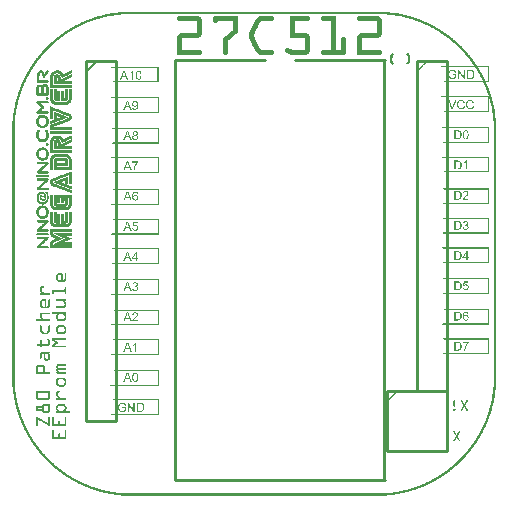
<source format=gto>
G04 MADE WITH FRITZING*
G04 WWW.FRITZING.ORG*
G04 DOUBLE SIDED*
G04 HOLES PLATED*
G04 CONTOUR ON CENTER OF CONTOUR VECTOR*
%ASAXBY*%
%FSLAX23Y23*%
%MOIN*%
%OFA0B0*%
%SFA1.0B1.0*%
%ADD10C,0.010000*%
%ADD11C,0.005000*%
%ADD12R,0.001000X0.001000*%
%LNSILK1*%
G90*
G70*
G54D10*
X247Y1450D02*
X247Y250D01*
D02*
X247Y250D02*
X347Y250D01*
D02*
X347Y250D02*
X347Y1450D01*
D02*
X347Y1450D02*
X247Y1450D01*
G54D11*
D02*
X247Y1415D02*
X282Y1450D01*
G54D10*
D02*
X1350Y1451D02*
X1350Y351D01*
D02*
X1350Y351D02*
X1450Y351D01*
D02*
X1450Y351D02*
X1450Y1451D01*
D02*
X1450Y1451D02*
X1350Y1451D01*
D02*
X543Y1454D02*
X543Y54D01*
D02*
X543Y54D02*
X1243Y54D01*
D02*
X543Y1454D02*
X843Y1454D01*
D02*
X943Y1454D02*
X1243Y1454D01*
D02*
X1251Y350D02*
X1251Y150D01*
D02*
X1251Y150D02*
X1451Y150D01*
D02*
X1451Y150D02*
X1451Y350D01*
D02*
X1451Y350D02*
X1251Y350D01*
G36*
X386Y280D02*
X386Y310D01*
X390Y310D01*
X405Y286D01*
X405Y310D01*
X409Y310D01*
X409Y280D01*
X405Y280D01*
X389Y303D01*
X389Y280D01*
X386Y280D01*
G37*
D02*
G36*
X1486Y1390D02*
X1486Y1420D01*
X1490Y1420D01*
X1506Y1396D01*
X1506Y1420D01*
X1510Y1420D01*
X1510Y1390D01*
X1506Y1390D01*
X1490Y1413D01*
X1490Y1390D01*
X1486Y1390D01*
G37*
D02*
G54D12*
X378Y1614D02*
X1237Y1614D01*
X364Y1613D02*
X1251Y1613D01*
X354Y1612D02*
X1261Y1612D01*
X346Y1611D02*
X1269Y1611D01*
X339Y1610D02*
X1276Y1610D01*
X333Y1609D02*
X1282Y1609D01*
X327Y1608D02*
X1288Y1608D01*
X322Y1607D02*
X1293Y1607D01*
X317Y1606D02*
X378Y1606D01*
X1237Y1606D02*
X1298Y1606D01*
X312Y1605D02*
X363Y1605D01*
X1252Y1605D02*
X1303Y1605D01*
X308Y1604D02*
X353Y1604D01*
X1262Y1604D02*
X1307Y1604D01*
X303Y1603D02*
X345Y1603D01*
X1270Y1603D02*
X1312Y1603D01*
X299Y1602D02*
X338Y1602D01*
X1277Y1602D02*
X1316Y1602D01*
X296Y1601D02*
X332Y1601D01*
X1283Y1601D02*
X1319Y1601D01*
X292Y1600D02*
X326Y1600D01*
X1289Y1600D02*
X1323Y1600D01*
X288Y1599D02*
X321Y1599D01*
X556Y1599D02*
X621Y1599D01*
X675Y1599D02*
X753Y1599D01*
X828Y1599D02*
X868Y1599D01*
X927Y1599D02*
X988Y1599D01*
X1035Y1599D02*
X1080Y1599D01*
X1155Y1599D02*
X1221Y1599D01*
X1294Y1599D02*
X1327Y1599D01*
X285Y1598D02*
X316Y1598D01*
X554Y1598D02*
X623Y1598D01*
X674Y1598D02*
X753Y1598D01*
X825Y1598D02*
X869Y1598D01*
X927Y1598D02*
X989Y1598D01*
X1034Y1598D02*
X1080Y1598D01*
X1154Y1598D02*
X1223Y1598D01*
X1299Y1598D02*
X1330Y1598D01*
X282Y1597D02*
X311Y1597D01*
X553Y1597D02*
X625Y1597D01*
X673Y1597D02*
X753Y1597D01*
X823Y1597D02*
X871Y1597D01*
X927Y1597D02*
X991Y1597D01*
X1033Y1597D02*
X1080Y1597D01*
X1153Y1597D02*
X1225Y1597D01*
X1304Y1597D02*
X1333Y1597D01*
X279Y1596D02*
X307Y1596D01*
X552Y1596D02*
X626Y1596D01*
X672Y1596D02*
X753Y1596D01*
X821Y1596D02*
X871Y1596D01*
X927Y1596D02*
X991Y1596D01*
X1032Y1596D02*
X1080Y1596D01*
X1152Y1596D02*
X1226Y1596D01*
X1308Y1596D02*
X1336Y1596D01*
X275Y1595D02*
X303Y1595D01*
X552Y1595D02*
X628Y1595D01*
X672Y1595D02*
X753Y1595D01*
X819Y1595D02*
X872Y1595D01*
X927Y1595D02*
X992Y1595D01*
X1032Y1595D02*
X1080Y1595D01*
X1152Y1595D02*
X1227Y1595D01*
X1312Y1595D02*
X1340Y1595D01*
X272Y1594D02*
X299Y1594D01*
X551Y1594D02*
X628Y1594D01*
X671Y1594D02*
X753Y1594D01*
X818Y1594D02*
X872Y1594D01*
X927Y1594D02*
X992Y1594D01*
X1031Y1594D02*
X1080Y1594D01*
X1151Y1594D02*
X1228Y1594D01*
X1316Y1594D02*
X1343Y1594D01*
X269Y1593D02*
X295Y1593D01*
X551Y1593D02*
X629Y1593D01*
X671Y1593D02*
X753Y1593D01*
X817Y1593D02*
X873Y1593D01*
X927Y1593D02*
X993Y1593D01*
X1031Y1593D02*
X1080Y1593D01*
X1151Y1593D02*
X1229Y1593D01*
X1320Y1593D02*
X1346Y1593D01*
X267Y1592D02*
X292Y1592D01*
X551Y1592D02*
X630Y1592D01*
X671Y1592D02*
X753Y1592D01*
X816Y1592D02*
X873Y1592D01*
X927Y1592D02*
X993Y1592D01*
X1031Y1592D02*
X1080Y1592D01*
X1151Y1592D02*
X1230Y1592D01*
X1323Y1592D02*
X1348Y1592D01*
X264Y1591D02*
X288Y1591D01*
X551Y1591D02*
X631Y1591D01*
X671Y1591D02*
X753Y1591D01*
X815Y1591D02*
X873Y1591D01*
X927Y1591D02*
X993Y1591D01*
X1031Y1591D02*
X1080Y1591D01*
X1151Y1591D02*
X1231Y1591D01*
X1327Y1591D02*
X1351Y1591D01*
X261Y1590D02*
X285Y1590D01*
X551Y1590D02*
X631Y1590D01*
X671Y1590D02*
X753Y1590D01*
X814Y1590D02*
X873Y1590D01*
X927Y1590D02*
X993Y1590D01*
X1031Y1590D02*
X1080Y1590D01*
X1151Y1590D02*
X1231Y1590D01*
X1330Y1590D02*
X1354Y1590D01*
X258Y1589D02*
X281Y1589D01*
X551Y1589D02*
X632Y1589D01*
X671Y1589D02*
X753Y1589D01*
X813Y1589D02*
X872Y1589D01*
X927Y1589D02*
X992Y1589D01*
X1031Y1589D02*
X1080Y1589D01*
X1151Y1589D02*
X1232Y1589D01*
X1334Y1589D02*
X1356Y1589D01*
X256Y1588D02*
X278Y1588D01*
X552Y1588D02*
X632Y1588D01*
X671Y1588D02*
X753Y1588D01*
X813Y1588D02*
X872Y1588D01*
X927Y1588D02*
X992Y1588D01*
X1031Y1588D02*
X1080Y1588D01*
X1151Y1588D02*
X1232Y1588D01*
X1336Y1588D02*
X1359Y1588D01*
X253Y1587D02*
X276Y1587D01*
X552Y1587D02*
X632Y1587D01*
X671Y1587D02*
X753Y1587D01*
X812Y1587D02*
X871Y1587D01*
X927Y1587D02*
X991Y1587D01*
X1032Y1587D02*
X1080Y1587D01*
X1152Y1587D02*
X1232Y1587D01*
X1339Y1587D02*
X1362Y1587D01*
X251Y1586D02*
X273Y1586D01*
X553Y1586D02*
X633Y1586D01*
X671Y1586D02*
X753Y1586D01*
X812Y1586D02*
X871Y1586D01*
X927Y1586D02*
X991Y1586D01*
X1033Y1586D02*
X1080Y1586D01*
X1153Y1586D02*
X1232Y1586D01*
X1342Y1586D02*
X1364Y1586D01*
X248Y1585D02*
X270Y1585D01*
X554Y1585D02*
X633Y1585D01*
X671Y1585D02*
X753Y1585D01*
X811Y1585D02*
X870Y1585D01*
X927Y1585D02*
X990Y1585D01*
X1034Y1585D02*
X1080Y1585D01*
X1154Y1585D02*
X1233Y1585D01*
X1345Y1585D02*
X1367Y1585D01*
X246Y1584D02*
X267Y1584D01*
X555Y1584D02*
X633Y1584D01*
X671Y1584D02*
X753Y1584D01*
X811Y1584D02*
X868Y1584D01*
X927Y1584D02*
X988Y1584D01*
X1035Y1584D02*
X1080Y1584D01*
X1155Y1584D02*
X1233Y1584D01*
X1348Y1584D02*
X1369Y1584D01*
X243Y1583D02*
X264Y1583D01*
X616Y1583D02*
X633Y1583D01*
X671Y1583D02*
X687Y1583D01*
X736Y1583D02*
X753Y1583D01*
X810Y1583D02*
X833Y1583D01*
X927Y1583D02*
X944Y1583D01*
X1063Y1583D02*
X1080Y1583D01*
X1216Y1583D02*
X1233Y1583D01*
X1351Y1583D02*
X1372Y1583D01*
X241Y1582D02*
X261Y1582D01*
X617Y1582D02*
X633Y1582D01*
X671Y1582D02*
X686Y1582D01*
X737Y1582D02*
X753Y1582D01*
X810Y1582D02*
X829Y1582D01*
X927Y1582D02*
X943Y1582D01*
X1064Y1582D02*
X1080Y1582D01*
X1217Y1582D02*
X1233Y1582D01*
X1354Y1582D02*
X1374Y1582D01*
X239Y1581D02*
X259Y1581D01*
X617Y1581D02*
X633Y1581D01*
X671Y1581D02*
X686Y1581D01*
X737Y1581D02*
X753Y1581D01*
X809Y1581D02*
X828Y1581D01*
X927Y1581D02*
X943Y1581D01*
X1064Y1581D02*
X1080Y1581D01*
X1217Y1581D02*
X1233Y1581D01*
X1356Y1581D02*
X1376Y1581D01*
X237Y1580D02*
X256Y1580D01*
X617Y1580D02*
X633Y1580D01*
X672Y1580D02*
X685Y1580D01*
X737Y1580D02*
X753Y1580D01*
X809Y1580D02*
X827Y1580D01*
X927Y1580D02*
X943Y1580D01*
X1064Y1580D02*
X1080Y1580D01*
X1217Y1580D02*
X1233Y1580D01*
X1359Y1580D02*
X1378Y1580D01*
X234Y1579D02*
X254Y1579D01*
X617Y1579D02*
X633Y1579D01*
X673Y1579D02*
X684Y1579D01*
X737Y1579D02*
X753Y1579D01*
X808Y1579D02*
X826Y1579D01*
X927Y1579D02*
X943Y1579D01*
X1064Y1579D02*
X1080Y1579D01*
X1217Y1579D02*
X1233Y1579D01*
X1361Y1579D02*
X1380Y1579D01*
X232Y1578D02*
X251Y1578D01*
X617Y1578D02*
X633Y1578D01*
X674Y1578D02*
X684Y1578D01*
X737Y1578D02*
X753Y1578D01*
X808Y1578D02*
X826Y1578D01*
X927Y1578D02*
X943Y1578D01*
X1064Y1578D02*
X1080Y1578D01*
X1217Y1578D02*
X1233Y1578D01*
X1364Y1578D02*
X1383Y1578D01*
X230Y1577D02*
X248Y1577D01*
X617Y1577D02*
X633Y1577D01*
X675Y1577D02*
X682Y1577D01*
X737Y1577D02*
X753Y1577D01*
X807Y1577D02*
X825Y1577D01*
X927Y1577D02*
X943Y1577D01*
X1064Y1577D02*
X1080Y1577D01*
X1217Y1577D02*
X1233Y1577D01*
X1367Y1577D02*
X1385Y1577D01*
X228Y1576D02*
X246Y1576D01*
X617Y1576D02*
X633Y1576D01*
X737Y1576D02*
X753Y1576D01*
X807Y1576D02*
X825Y1576D01*
X927Y1576D02*
X943Y1576D01*
X1064Y1576D02*
X1080Y1576D01*
X1217Y1576D02*
X1233Y1576D01*
X1369Y1576D02*
X1387Y1576D01*
X226Y1575D02*
X244Y1575D01*
X617Y1575D02*
X633Y1575D01*
X737Y1575D02*
X753Y1575D01*
X806Y1575D02*
X824Y1575D01*
X927Y1575D02*
X943Y1575D01*
X1064Y1575D02*
X1080Y1575D01*
X1217Y1575D02*
X1233Y1575D01*
X1371Y1575D02*
X1389Y1575D01*
X224Y1574D02*
X242Y1574D01*
X617Y1574D02*
X633Y1574D01*
X737Y1574D02*
X753Y1574D01*
X806Y1574D02*
X824Y1574D01*
X927Y1574D02*
X943Y1574D01*
X1064Y1574D02*
X1080Y1574D01*
X1217Y1574D02*
X1233Y1574D01*
X1373Y1574D02*
X1391Y1574D01*
X222Y1573D02*
X239Y1573D01*
X617Y1573D02*
X633Y1573D01*
X737Y1573D02*
X753Y1573D01*
X805Y1573D02*
X823Y1573D01*
X927Y1573D02*
X943Y1573D01*
X1064Y1573D02*
X1080Y1573D01*
X1217Y1573D02*
X1233Y1573D01*
X1376Y1573D02*
X1393Y1573D01*
X220Y1572D02*
X237Y1572D01*
X617Y1572D02*
X633Y1572D01*
X737Y1572D02*
X753Y1572D01*
X805Y1572D02*
X823Y1572D01*
X927Y1572D02*
X943Y1572D01*
X1064Y1572D02*
X1080Y1572D01*
X1217Y1572D02*
X1233Y1572D01*
X1378Y1572D02*
X1395Y1572D01*
X218Y1571D02*
X235Y1571D01*
X617Y1571D02*
X633Y1571D01*
X737Y1571D02*
X753Y1571D01*
X804Y1571D02*
X822Y1571D01*
X927Y1571D02*
X943Y1571D01*
X1064Y1571D02*
X1080Y1571D01*
X1217Y1571D02*
X1233Y1571D01*
X1380Y1571D02*
X1397Y1571D01*
X216Y1570D02*
X233Y1570D01*
X617Y1570D02*
X633Y1570D01*
X737Y1570D02*
X753Y1570D01*
X804Y1570D02*
X822Y1570D01*
X927Y1570D02*
X943Y1570D01*
X1064Y1570D02*
X1080Y1570D01*
X1217Y1570D02*
X1233Y1570D01*
X1382Y1570D02*
X1399Y1570D01*
X214Y1569D02*
X230Y1569D01*
X617Y1569D02*
X633Y1569D01*
X737Y1569D02*
X753Y1569D01*
X803Y1569D02*
X821Y1569D01*
X927Y1569D02*
X943Y1569D01*
X1064Y1569D02*
X1080Y1569D01*
X1217Y1569D02*
X1233Y1569D01*
X1385Y1569D02*
X1401Y1569D01*
X212Y1568D02*
X228Y1568D01*
X617Y1568D02*
X633Y1568D01*
X737Y1568D02*
X753Y1568D01*
X803Y1568D02*
X821Y1568D01*
X927Y1568D02*
X943Y1568D01*
X1064Y1568D02*
X1080Y1568D01*
X1217Y1568D02*
X1233Y1568D01*
X1387Y1568D02*
X1403Y1568D01*
X210Y1567D02*
X226Y1567D01*
X617Y1567D02*
X633Y1567D01*
X737Y1567D02*
X753Y1567D01*
X802Y1567D02*
X820Y1567D01*
X927Y1567D02*
X943Y1567D01*
X1064Y1567D02*
X1080Y1567D01*
X1217Y1567D02*
X1233Y1567D01*
X1389Y1567D02*
X1405Y1567D01*
X208Y1566D02*
X224Y1566D01*
X617Y1566D02*
X633Y1566D01*
X737Y1566D02*
X753Y1566D01*
X802Y1566D02*
X820Y1566D01*
X927Y1566D02*
X943Y1566D01*
X1064Y1566D02*
X1080Y1566D01*
X1217Y1566D02*
X1233Y1566D01*
X1391Y1566D02*
X1407Y1566D01*
X206Y1565D02*
X222Y1565D01*
X617Y1565D02*
X633Y1565D01*
X737Y1565D02*
X753Y1565D01*
X801Y1565D02*
X819Y1565D01*
X927Y1565D02*
X943Y1565D01*
X1064Y1565D02*
X1080Y1565D01*
X1217Y1565D02*
X1233Y1565D01*
X1393Y1565D02*
X1409Y1565D01*
X205Y1564D02*
X220Y1564D01*
X617Y1564D02*
X633Y1564D01*
X737Y1564D02*
X753Y1564D01*
X801Y1564D02*
X819Y1564D01*
X927Y1564D02*
X943Y1564D01*
X1064Y1564D02*
X1080Y1564D01*
X1217Y1564D02*
X1233Y1564D01*
X1395Y1564D02*
X1410Y1564D01*
X203Y1563D02*
X219Y1563D01*
X617Y1563D02*
X633Y1563D01*
X737Y1563D02*
X753Y1563D01*
X800Y1563D02*
X818Y1563D01*
X927Y1563D02*
X943Y1563D01*
X1064Y1563D02*
X1080Y1563D01*
X1217Y1563D02*
X1233Y1563D01*
X1396Y1563D02*
X1412Y1563D01*
X201Y1562D02*
X217Y1562D01*
X617Y1562D02*
X633Y1562D01*
X737Y1562D02*
X753Y1562D01*
X800Y1562D02*
X818Y1562D01*
X927Y1562D02*
X943Y1562D01*
X1064Y1562D02*
X1080Y1562D01*
X1217Y1562D02*
X1233Y1562D01*
X1398Y1562D02*
X1414Y1562D01*
X200Y1561D02*
X215Y1561D01*
X617Y1561D02*
X633Y1561D01*
X737Y1561D02*
X753Y1561D01*
X799Y1561D02*
X817Y1561D01*
X927Y1561D02*
X943Y1561D01*
X1064Y1561D02*
X1080Y1561D01*
X1217Y1561D02*
X1233Y1561D01*
X1400Y1561D02*
X1415Y1561D01*
X198Y1560D02*
X213Y1560D01*
X617Y1560D02*
X633Y1560D01*
X737Y1560D02*
X753Y1560D01*
X799Y1560D02*
X817Y1560D01*
X927Y1560D02*
X943Y1560D01*
X1064Y1560D02*
X1080Y1560D01*
X1217Y1560D02*
X1233Y1560D01*
X1402Y1560D02*
X1417Y1560D01*
X196Y1559D02*
X211Y1559D01*
X617Y1559D02*
X633Y1559D01*
X737Y1559D02*
X753Y1559D01*
X798Y1559D02*
X816Y1559D01*
X927Y1559D02*
X943Y1559D01*
X1064Y1559D02*
X1080Y1559D01*
X1217Y1559D02*
X1233Y1559D01*
X1404Y1559D02*
X1419Y1559D01*
X194Y1558D02*
X209Y1558D01*
X617Y1558D02*
X633Y1558D01*
X737Y1558D02*
X753Y1558D01*
X798Y1558D02*
X816Y1558D01*
X927Y1558D02*
X943Y1558D01*
X1064Y1558D02*
X1080Y1558D01*
X1217Y1558D02*
X1233Y1558D01*
X1406Y1558D02*
X1421Y1558D01*
X193Y1557D02*
X207Y1557D01*
X617Y1557D02*
X633Y1557D01*
X737Y1557D02*
X753Y1557D01*
X797Y1557D02*
X815Y1557D01*
X927Y1557D02*
X943Y1557D01*
X1064Y1557D02*
X1080Y1557D01*
X1217Y1557D02*
X1233Y1557D01*
X1408Y1557D02*
X1422Y1557D01*
X191Y1556D02*
X206Y1556D01*
X617Y1556D02*
X633Y1556D01*
X737Y1556D02*
X753Y1556D01*
X797Y1556D02*
X815Y1556D01*
X927Y1556D02*
X943Y1556D01*
X1064Y1556D02*
X1080Y1556D01*
X1217Y1556D02*
X1233Y1556D01*
X1409Y1556D02*
X1424Y1556D01*
X189Y1555D02*
X204Y1555D01*
X617Y1555D02*
X633Y1555D01*
X737Y1555D02*
X753Y1555D01*
X796Y1555D02*
X814Y1555D01*
X927Y1555D02*
X943Y1555D01*
X1064Y1555D02*
X1080Y1555D01*
X1217Y1555D02*
X1233Y1555D01*
X1411Y1555D02*
X1426Y1555D01*
X188Y1554D02*
X202Y1554D01*
X617Y1554D02*
X633Y1554D01*
X737Y1554D02*
X753Y1554D01*
X796Y1554D02*
X814Y1554D01*
X927Y1554D02*
X943Y1554D01*
X1064Y1554D02*
X1080Y1554D01*
X1217Y1554D02*
X1233Y1554D01*
X1413Y1554D02*
X1427Y1554D01*
X186Y1553D02*
X200Y1553D01*
X617Y1553D02*
X633Y1553D01*
X737Y1553D02*
X753Y1553D01*
X795Y1553D02*
X813Y1553D01*
X927Y1553D02*
X943Y1553D01*
X1064Y1553D02*
X1080Y1553D01*
X1217Y1553D02*
X1233Y1553D01*
X1415Y1553D02*
X1429Y1553D01*
X185Y1552D02*
X199Y1552D01*
X617Y1552D02*
X633Y1552D01*
X736Y1552D02*
X753Y1552D01*
X795Y1552D02*
X813Y1552D01*
X927Y1552D02*
X943Y1552D01*
X1064Y1552D02*
X1080Y1552D01*
X1217Y1552D02*
X1233Y1552D01*
X1416Y1552D02*
X1430Y1552D01*
X183Y1551D02*
X197Y1551D01*
X617Y1551D02*
X633Y1551D01*
X735Y1551D02*
X753Y1551D01*
X794Y1551D02*
X812Y1551D01*
X927Y1551D02*
X943Y1551D01*
X1064Y1551D02*
X1080Y1551D01*
X1217Y1551D02*
X1233Y1551D01*
X1418Y1551D02*
X1432Y1551D01*
X182Y1550D02*
X195Y1550D01*
X617Y1550D02*
X633Y1550D01*
X734Y1550D02*
X753Y1550D01*
X794Y1550D02*
X812Y1550D01*
X927Y1550D02*
X943Y1550D01*
X1064Y1550D02*
X1080Y1550D01*
X1217Y1550D02*
X1233Y1550D01*
X1420Y1550D02*
X1433Y1550D01*
X180Y1549D02*
X194Y1549D01*
X617Y1549D02*
X633Y1549D01*
X732Y1549D02*
X753Y1549D01*
X794Y1549D02*
X811Y1549D01*
X927Y1549D02*
X943Y1549D01*
X1064Y1549D02*
X1080Y1549D01*
X1217Y1549D02*
X1233Y1549D01*
X1421Y1549D02*
X1435Y1549D01*
X178Y1548D02*
X192Y1548D01*
X617Y1548D02*
X633Y1548D01*
X731Y1548D02*
X753Y1548D01*
X793Y1548D02*
X811Y1548D01*
X927Y1548D02*
X943Y1548D01*
X1064Y1548D02*
X1080Y1548D01*
X1217Y1548D02*
X1233Y1548D01*
X1423Y1548D02*
X1437Y1548D01*
X177Y1547D02*
X191Y1547D01*
X617Y1547D02*
X633Y1547D01*
X730Y1547D02*
X753Y1547D01*
X793Y1547D02*
X810Y1547D01*
X927Y1547D02*
X943Y1547D01*
X1064Y1547D02*
X1080Y1547D01*
X1217Y1547D02*
X1233Y1547D01*
X1424Y1547D02*
X1438Y1547D01*
X175Y1546D02*
X189Y1546D01*
X617Y1546D02*
X633Y1546D01*
X729Y1546D02*
X752Y1546D01*
X792Y1546D02*
X810Y1546D01*
X927Y1546D02*
X943Y1546D01*
X1064Y1546D02*
X1080Y1546D01*
X1217Y1546D02*
X1233Y1546D01*
X1426Y1546D02*
X1440Y1546D01*
X174Y1545D02*
X187Y1545D01*
X617Y1545D02*
X633Y1545D01*
X728Y1545D02*
X752Y1545D01*
X792Y1545D02*
X809Y1545D01*
X927Y1545D02*
X943Y1545D01*
X1064Y1545D02*
X1080Y1545D01*
X1217Y1545D02*
X1233Y1545D01*
X1428Y1545D02*
X1441Y1545D01*
X173Y1544D02*
X186Y1544D01*
X617Y1544D02*
X633Y1544D01*
X727Y1544D02*
X751Y1544D01*
X792Y1544D02*
X809Y1544D01*
X927Y1544D02*
X943Y1544D01*
X1064Y1544D02*
X1080Y1544D01*
X1217Y1544D02*
X1233Y1544D01*
X1429Y1544D02*
X1442Y1544D01*
X171Y1543D02*
X184Y1543D01*
X566Y1543D02*
X633Y1543D01*
X725Y1543D02*
X750Y1543D01*
X792Y1543D02*
X808Y1543D01*
X927Y1543D02*
X979Y1543D01*
X1064Y1543D02*
X1080Y1543D01*
X1166Y1543D02*
X1233Y1543D01*
X1431Y1543D02*
X1444Y1543D01*
X170Y1542D02*
X183Y1542D01*
X561Y1542D02*
X633Y1542D01*
X724Y1542D02*
X749Y1542D01*
X791Y1542D02*
X808Y1542D01*
X927Y1542D02*
X982Y1542D01*
X1064Y1542D02*
X1080Y1542D01*
X1161Y1542D02*
X1233Y1542D01*
X1432Y1542D02*
X1445Y1542D01*
X168Y1541D02*
X181Y1541D01*
X559Y1541D02*
X633Y1541D01*
X723Y1541D02*
X748Y1541D01*
X791Y1541D02*
X808Y1541D01*
X927Y1541D02*
X984Y1541D01*
X1064Y1541D02*
X1080Y1541D01*
X1159Y1541D02*
X1233Y1541D01*
X1434Y1541D02*
X1447Y1541D01*
X167Y1540D02*
X180Y1540D01*
X558Y1540D02*
X632Y1540D01*
X722Y1540D02*
X747Y1540D01*
X791Y1540D02*
X807Y1540D01*
X927Y1540D02*
X986Y1540D01*
X1064Y1540D02*
X1080Y1540D01*
X1158Y1540D02*
X1232Y1540D01*
X1435Y1540D02*
X1448Y1540D01*
X166Y1539D02*
X178Y1539D01*
X557Y1539D02*
X632Y1539D01*
X721Y1539D02*
X746Y1539D01*
X791Y1539D02*
X807Y1539D01*
X927Y1539D02*
X987Y1539D01*
X1064Y1539D02*
X1080Y1539D01*
X1157Y1539D02*
X1232Y1539D01*
X1437Y1539D02*
X1449Y1539D01*
X164Y1538D02*
X177Y1538D01*
X556Y1538D02*
X632Y1538D01*
X719Y1538D02*
X744Y1538D01*
X791Y1538D02*
X807Y1538D01*
X927Y1538D02*
X988Y1538D01*
X1064Y1538D02*
X1080Y1538D01*
X1156Y1538D02*
X1232Y1538D01*
X1438Y1538D02*
X1451Y1538D01*
X163Y1537D02*
X175Y1537D01*
X555Y1537D02*
X632Y1537D01*
X718Y1537D02*
X743Y1537D01*
X791Y1537D02*
X807Y1537D01*
X927Y1537D02*
X989Y1537D01*
X1064Y1537D02*
X1080Y1537D01*
X1155Y1537D02*
X1232Y1537D01*
X1440Y1537D02*
X1452Y1537D01*
X161Y1536D02*
X174Y1536D01*
X554Y1536D02*
X631Y1536D01*
X717Y1536D02*
X742Y1536D01*
X791Y1536D02*
X807Y1536D01*
X927Y1536D02*
X990Y1536D01*
X1064Y1536D02*
X1080Y1536D01*
X1154Y1536D02*
X1231Y1536D01*
X1441Y1536D02*
X1454Y1536D01*
X160Y1535D02*
X173Y1535D01*
X553Y1535D02*
X630Y1535D01*
X716Y1535D02*
X741Y1535D01*
X791Y1535D02*
X807Y1535D01*
X927Y1535D02*
X990Y1535D01*
X1064Y1535D02*
X1080Y1535D01*
X1153Y1535D02*
X1230Y1535D01*
X1442Y1535D02*
X1455Y1535D01*
X159Y1534D02*
X171Y1534D01*
X553Y1534D02*
X630Y1534D01*
X715Y1534D02*
X740Y1534D01*
X791Y1534D02*
X807Y1534D01*
X927Y1534D02*
X991Y1534D01*
X1064Y1534D02*
X1080Y1534D01*
X1153Y1534D02*
X1230Y1534D01*
X1444Y1534D02*
X1456Y1534D01*
X157Y1533D02*
X170Y1533D01*
X552Y1533D02*
X629Y1533D01*
X714Y1533D02*
X739Y1533D01*
X791Y1533D02*
X807Y1533D01*
X927Y1533D02*
X991Y1533D01*
X1064Y1533D02*
X1080Y1533D01*
X1152Y1533D02*
X1229Y1533D01*
X1445Y1533D02*
X1458Y1533D01*
X156Y1532D02*
X168Y1532D01*
X552Y1532D02*
X628Y1532D01*
X712Y1532D02*
X737Y1532D01*
X791Y1532D02*
X807Y1532D01*
X927Y1532D02*
X992Y1532D01*
X1064Y1532D02*
X1080Y1532D01*
X1152Y1532D02*
X1228Y1532D01*
X1447Y1532D02*
X1459Y1532D01*
X155Y1531D02*
X167Y1531D01*
X551Y1531D02*
X627Y1531D01*
X711Y1531D02*
X736Y1531D01*
X791Y1531D02*
X807Y1531D01*
X927Y1531D02*
X992Y1531D01*
X1064Y1531D02*
X1080Y1531D01*
X1151Y1531D02*
X1227Y1531D01*
X1448Y1531D02*
X1460Y1531D01*
X154Y1530D02*
X166Y1530D01*
X551Y1530D02*
X626Y1530D01*
X710Y1530D02*
X735Y1530D01*
X791Y1530D02*
X807Y1530D01*
X927Y1530D02*
X992Y1530D01*
X1064Y1530D02*
X1080Y1530D01*
X1151Y1530D02*
X1226Y1530D01*
X1449Y1530D02*
X1461Y1530D01*
X152Y1529D02*
X164Y1529D01*
X551Y1529D02*
X625Y1529D01*
X709Y1529D02*
X734Y1529D01*
X791Y1529D02*
X807Y1529D01*
X927Y1529D02*
X993Y1529D01*
X1064Y1529D02*
X1080Y1529D01*
X1104Y1529D02*
X1106Y1529D01*
X1151Y1529D02*
X1225Y1529D01*
X1451Y1529D02*
X1463Y1529D01*
X151Y1528D02*
X163Y1528D01*
X551Y1528D02*
X623Y1528D01*
X708Y1528D02*
X733Y1528D01*
X791Y1528D02*
X808Y1528D01*
X927Y1528D02*
X993Y1528D01*
X1064Y1528D02*
X1080Y1528D01*
X1101Y1528D02*
X1109Y1528D01*
X1151Y1528D02*
X1223Y1528D01*
X1452Y1528D02*
X1464Y1528D01*
X150Y1527D02*
X162Y1527D01*
X551Y1527D02*
X620Y1527D01*
X707Y1527D02*
X732Y1527D01*
X792Y1527D02*
X808Y1527D01*
X927Y1527D02*
X993Y1527D01*
X1064Y1527D02*
X1080Y1527D01*
X1100Y1527D02*
X1110Y1527D01*
X1151Y1527D02*
X1220Y1527D01*
X1453Y1527D02*
X1465Y1527D01*
X149Y1526D02*
X160Y1526D01*
X551Y1526D02*
X567Y1526D01*
X706Y1526D02*
X730Y1526D01*
X792Y1526D02*
X808Y1526D01*
X977Y1526D02*
X993Y1526D01*
X1064Y1526D02*
X1080Y1526D01*
X1099Y1526D02*
X1111Y1526D01*
X1151Y1526D02*
X1167Y1526D01*
X1455Y1526D02*
X1466Y1526D01*
X147Y1525D02*
X159Y1525D01*
X551Y1525D02*
X567Y1525D01*
X705Y1525D02*
X729Y1525D01*
X792Y1525D02*
X809Y1525D01*
X977Y1525D02*
X993Y1525D01*
X1064Y1525D02*
X1080Y1525D01*
X1098Y1525D02*
X1112Y1525D01*
X1151Y1525D02*
X1167Y1525D01*
X1456Y1525D02*
X1468Y1525D01*
X146Y1524D02*
X158Y1524D01*
X551Y1524D02*
X567Y1524D01*
X704Y1524D02*
X728Y1524D01*
X792Y1524D02*
X809Y1524D01*
X977Y1524D02*
X993Y1524D01*
X1064Y1524D02*
X1080Y1524D01*
X1098Y1524D02*
X1112Y1524D01*
X1151Y1524D02*
X1167Y1524D01*
X1457Y1524D02*
X1469Y1524D01*
X145Y1523D02*
X157Y1523D01*
X551Y1523D02*
X567Y1523D01*
X704Y1523D02*
X727Y1523D01*
X793Y1523D02*
X810Y1523D01*
X977Y1523D02*
X993Y1523D01*
X1064Y1523D02*
X1080Y1523D01*
X1097Y1523D02*
X1112Y1523D01*
X1151Y1523D02*
X1167Y1523D01*
X1458Y1523D02*
X1470Y1523D01*
X144Y1522D02*
X155Y1522D01*
X551Y1522D02*
X567Y1522D01*
X704Y1522D02*
X726Y1522D01*
X793Y1522D02*
X810Y1522D01*
X977Y1522D02*
X993Y1522D01*
X1064Y1522D02*
X1080Y1522D01*
X1097Y1522D02*
X1113Y1522D01*
X1151Y1522D02*
X1167Y1522D01*
X1460Y1522D02*
X1471Y1522D01*
X142Y1521D02*
X154Y1521D01*
X551Y1521D02*
X567Y1521D01*
X704Y1521D02*
X724Y1521D01*
X793Y1521D02*
X811Y1521D01*
X977Y1521D02*
X993Y1521D01*
X1064Y1521D02*
X1080Y1521D01*
X1097Y1521D02*
X1113Y1521D01*
X1151Y1521D02*
X1167Y1521D01*
X1461Y1521D02*
X1473Y1521D01*
X141Y1520D02*
X153Y1520D01*
X551Y1520D02*
X567Y1520D01*
X704Y1520D02*
X723Y1520D01*
X794Y1520D02*
X811Y1520D01*
X977Y1520D02*
X993Y1520D01*
X1064Y1520D02*
X1080Y1520D01*
X1097Y1520D02*
X1113Y1520D01*
X1151Y1520D02*
X1167Y1520D01*
X1462Y1520D02*
X1474Y1520D01*
X140Y1519D02*
X152Y1519D01*
X551Y1519D02*
X567Y1519D01*
X704Y1519D02*
X722Y1519D01*
X794Y1519D02*
X812Y1519D01*
X977Y1519D02*
X993Y1519D01*
X1064Y1519D02*
X1080Y1519D01*
X1097Y1519D02*
X1113Y1519D01*
X1151Y1519D02*
X1167Y1519D01*
X1463Y1519D02*
X1475Y1519D01*
X139Y1518D02*
X150Y1518D01*
X551Y1518D02*
X567Y1518D01*
X704Y1518D02*
X721Y1518D01*
X795Y1518D02*
X812Y1518D01*
X977Y1518D02*
X993Y1518D01*
X1064Y1518D02*
X1080Y1518D01*
X1097Y1518D02*
X1113Y1518D01*
X1151Y1518D02*
X1167Y1518D01*
X1465Y1518D02*
X1476Y1518D01*
X138Y1517D02*
X149Y1517D01*
X551Y1517D02*
X567Y1517D01*
X704Y1517D02*
X720Y1517D01*
X795Y1517D02*
X813Y1517D01*
X977Y1517D02*
X993Y1517D01*
X1064Y1517D02*
X1080Y1517D01*
X1097Y1517D02*
X1113Y1517D01*
X1151Y1517D02*
X1167Y1517D01*
X1466Y1517D02*
X1477Y1517D01*
X137Y1516D02*
X148Y1516D01*
X551Y1516D02*
X567Y1516D01*
X704Y1516D02*
X720Y1516D01*
X796Y1516D02*
X813Y1516D01*
X977Y1516D02*
X993Y1516D01*
X1064Y1516D02*
X1080Y1516D01*
X1097Y1516D02*
X1113Y1516D01*
X1151Y1516D02*
X1167Y1516D01*
X1467Y1516D02*
X1478Y1516D01*
X136Y1515D02*
X147Y1515D01*
X551Y1515D02*
X567Y1515D01*
X704Y1515D02*
X720Y1515D01*
X796Y1515D02*
X814Y1515D01*
X977Y1515D02*
X993Y1515D01*
X1064Y1515D02*
X1080Y1515D01*
X1097Y1515D02*
X1113Y1515D01*
X1151Y1515D02*
X1167Y1515D01*
X1468Y1515D02*
X1479Y1515D01*
X134Y1514D02*
X146Y1514D01*
X551Y1514D02*
X567Y1514D01*
X704Y1514D02*
X720Y1514D01*
X797Y1514D02*
X814Y1514D01*
X977Y1514D02*
X993Y1514D01*
X1064Y1514D02*
X1080Y1514D01*
X1097Y1514D02*
X1113Y1514D01*
X1151Y1514D02*
X1167Y1514D01*
X1469Y1514D02*
X1481Y1514D01*
X133Y1513D02*
X144Y1513D01*
X551Y1513D02*
X567Y1513D01*
X704Y1513D02*
X720Y1513D01*
X797Y1513D02*
X815Y1513D01*
X977Y1513D02*
X993Y1513D01*
X1064Y1513D02*
X1080Y1513D01*
X1097Y1513D02*
X1113Y1513D01*
X1151Y1513D02*
X1167Y1513D01*
X1471Y1513D02*
X1482Y1513D01*
X132Y1512D02*
X143Y1512D01*
X551Y1512D02*
X567Y1512D01*
X704Y1512D02*
X720Y1512D01*
X798Y1512D02*
X815Y1512D01*
X977Y1512D02*
X993Y1512D01*
X1064Y1512D02*
X1080Y1512D01*
X1097Y1512D02*
X1113Y1512D01*
X1151Y1512D02*
X1167Y1512D01*
X1472Y1512D02*
X1483Y1512D01*
X131Y1511D02*
X142Y1511D01*
X551Y1511D02*
X567Y1511D01*
X704Y1511D02*
X720Y1511D01*
X798Y1511D02*
X816Y1511D01*
X977Y1511D02*
X993Y1511D01*
X1064Y1511D02*
X1080Y1511D01*
X1097Y1511D02*
X1113Y1511D01*
X1151Y1511D02*
X1167Y1511D01*
X1473Y1511D02*
X1484Y1511D01*
X130Y1510D02*
X141Y1510D01*
X551Y1510D02*
X567Y1510D01*
X704Y1510D02*
X720Y1510D01*
X798Y1510D02*
X816Y1510D01*
X977Y1510D02*
X993Y1510D01*
X1064Y1510D02*
X1080Y1510D01*
X1097Y1510D02*
X1113Y1510D01*
X1151Y1510D02*
X1167Y1510D01*
X1474Y1510D02*
X1485Y1510D01*
X129Y1509D02*
X140Y1509D01*
X551Y1509D02*
X567Y1509D01*
X704Y1509D02*
X720Y1509D01*
X799Y1509D02*
X817Y1509D01*
X977Y1509D02*
X993Y1509D01*
X1064Y1509D02*
X1080Y1509D01*
X1097Y1509D02*
X1113Y1509D01*
X1151Y1509D02*
X1167Y1509D01*
X1475Y1509D02*
X1486Y1509D01*
X128Y1508D02*
X139Y1508D01*
X551Y1508D02*
X567Y1508D01*
X704Y1508D02*
X720Y1508D01*
X799Y1508D02*
X817Y1508D01*
X977Y1508D02*
X993Y1508D01*
X1064Y1508D02*
X1080Y1508D01*
X1097Y1508D02*
X1113Y1508D01*
X1151Y1508D02*
X1167Y1508D01*
X1476Y1508D02*
X1487Y1508D01*
X127Y1507D02*
X138Y1507D01*
X551Y1507D02*
X567Y1507D01*
X704Y1507D02*
X720Y1507D01*
X800Y1507D02*
X818Y1507D01*
X977Y1507D02*
X993Y1507D01*
X1064Y1507D02*
X1080Y1507D01*
X1097Y1507D02*
X1113Y1507D01*
X1151Y1507D02*
X1167Y1507D01*
X1477Y1507D02*
X1488Y1507D01*
X126Y1506D02*
X136Y1506D01*
X551Y1506D02*
X567Y1506D01*
X704Y1506D02*
X720Y1506D01*
X800Y1506D02*
X819Y1506D01*
X977Y1506D02*
X993Y1506D01*
X1064Y1506D02*
X1080Y1506D01*
X1097Y1506D02*
X1113Y1506D01*
X1151Y1506D02*
X1167Y1506D01*
X1479Y1506D02*
X1489Y1506D01*
X125Y1505D02*
X135Y1505D01*
X551Y1505D02*
X567Y1505D01*
X704Y1505D02*
X720Y1505D01*
X801Y1505D02*
X819Y1505D01*
X977Y1505D02*
X993Y1505D01*
X1064Y1505D02*
X1080Y1505D01*
X1097Y1505D02*
X1113Y1505D01*
X1151Y1505D02*
X1167Y1505D01*
X1480Y1505D02*
X1490Y1505D01*
X124Y1504D02*
X134Y1504D01*
X551Y1504D02*
X567Y1504D01*
X704Y1504D02*
X720Y1504D01*
X801Y1504D02*
X820Y1504D01*
X977Y1504D02*
X993Y1504D01*
X1064Y1504D02*
X1080Y1504D01*
X1097Y1504D02*
X1113Y1504D01*
X1151Y1504D02*
X1167Y1504D01*
X1481Y1504D02*
X1491Y1504D01*
X123Y1503D02*
X133Y1503D01*
X551Y1503D02*
X567Y1503D01*
X704Y1503D02*
X720Y1503D01*
X802Y1503D02*
X820Y1503D01*
X977Y1503D02*
X993Y1503D01*
X1064Y1503D02*
X1080Y1503D01*
X1097Y1503D02*
X1113Y1503D01*
X1151Y1503D02*
X1167Y1503D01*
X1482Y1503D02*
X1492Y1503D01*
X122Y1502D02*
X132Y1502D01*
X551Y1502D02*
X567Y1502D01*
X704Y1502D02*
X720Y1502D01*
X802Y1502D02*
X821Y1502D01*
X977Y1502D02*
X993Y1502D01*
X1064Y1502D02*
X1080Y1502D01*
X1097Y1502D02*
X1113Y1502D01*
X1151Y1502D02*
X1167Y1502D01*
X1483Y1502D02*
X1493Y1502D01*
X120Y1501D02*
X131Y1501D01*
X551Y1501D02*
X567Y1501D01*
X704Y1501D02*
X720Y1501D01*
X803Y1501D02*
X821Y1501D01*
X977Y1501D02*
X993Y1501D01*
X1064Y1501D02*
X1080Y1501D01*
X1097Y1501D02*
X1113Y1501D01*
X1151Y1501D02*
X1167Y1501D01*
X1484Y1501D02*
X1495Y1501D01*
X119Y1500D02*
X130Y1500D01*
X551Y1500D02*
X567Y1500D01*
X704Y1500D02*
X720Y1500D01*
X803Y1500D02*
X822Y1500D01*
X977Y1500D02*
X993Y1500D01*
X1064Y1500D02*
X1080Y1500D01*
X1097Y1500D02*
X1113Y1500D01*
X1151Y1500D02*
X1167Y1500D01*
X1485Y1500D02*
X1496Y1500D01*
X118Y1499D02*
X129Y1499D01*
X551Y1499D02*
X567Y1499D01*
X704Y1499D02*
X720Y1499D01*
X804Y1499D02*
X822Y1499D01*
X977Y1499D02*
X993Y1499D01*
X1064Y1499D02*
X1080Y1499D01*
X1097Y1499D02*
X1113Y1499D01*
X1151Y1499D02*
X1167Y1499D01*
X1486Y1499D02*
X1497Y1499D01*
X117Y1498D02*
X128Y1498D01*
X551Y1498D02*
X567Y1498D01*
X704Y1498D02*
X720Y1498D01*
X804Y1498D02*
X823Y1498D01*
X977Y1498D02*
X993Y1498D01*
X1064Y1498D02*
X1080Y1498D01*
X1097Y1498D02*
X1113Y1498D01*
X1151Y1498D02*
X1167Y1498D01*
X1487Y1498D02*
X1498Y1498D01*
X116Y1497D02*
X127Y1497D01*
X551Y1497D02*
X567Y1497D01*
X704Y1497D02*
X720Y1497D01*
X805Y1497D02*
X823Y1497D01*
X977Y1497D02*
X993Y1497D01*
X1064Y1497D02*
X1080Y1497D01*
X1097Y1497D02*
X1113Y1497D01*
X1151Y1497D02*
X1167Y1497D01*
X1488Y1497D02*
X1499Y1497D01*
X115Y1496D02*
X126Y1496D01*
X551Y1496D02*
X567Y1496D01*
X704Y1496D02*
X720Y1496D01*
X806Y1496D02*
X824Y1496D01*
X977Y1496D02*
X993Y1496D01*
X1064Y1496D02*
X1080Y1496D01*
X1097Y1496D02*
X1113Y1496D01*
X1151Y1496D02*
X1167Y1496D01*
X1489Y1496D02*
X1500Y1496D01*
X114Y1495D02*
X125Y1495D01*
X551Y1495D02*
X567Y1495D01*
X704Y1495D02*
X720Y1495D01*
X806Y1495D02*
X824Y1495D01*
X977Y1495D02*
X993Y1495D01*
X1064Y1495D02*
X1080Y1495D01*
X1097Y1495D02*
X1113Y1495D01*
X1151Y1495D02*
X1167Y1495D01*
X1490Y1495D02*
X1501Y1495D01*
X114Y1494D02*
X124Y1494D01*
X551Y1494D02*
X567Y1494D01*
X704Y1494D02*
X720Y1494D01*
X807Y1494D02*
X825Y1494D01*
X977Y1494D02*
X993Y1494D01*
X1064Y1494D02*
X1080Y1494D01*
X1097Y1494D02*
X1113Y1494D01*
X1151Y1494D02*
X1167Y1494D01*
X1491Y1494D02*
X1501Y1494D01*
X113Y1493D02*
X123Y1493D01*
X551Y1493D02*
X567Y1493D01*
X704Y1493D02*
X720Y1493D01*
X807Y1493D02*
X825Y1493D01*
X916Y1493D02*
X921Y1493D01*
X977Y1493D02*
X993Y1493D01*
X1064Y1493D02*
X1080Y1493D01*
X1097Y1493D02*
X1113Y1493D01*
X1151Y1493D02*
X1167Y1493D01*
X1492Y1493D02*
X1502Y1493D01*
X112Y1492D02*
X122Y1492D01*
X551Y1492D02*
X567Y1492D01*
X704Y1492D02*
X720Y1492D01*
X808Y1492D02*
X826Y1492D01*
X914Y1492D02*
X924Y1492D01*
X977Y1492D02*
X993Y1492D01*
X1064Y1492D02*
X1080Y1492D01*
X1097Y1492D02*
X1113Y1492D01*
X1151Y1492D02*
X1167Y1492D01*
X1493Y1492D02*
X1503Y1492D01*
X111Y1491D02*
X121Y1491D01*
X551Y1491D02*
X567Y1491D01*
X704Y1491D02*
X720Y1491D01*
X808Y1491D02*
X826Y1491D01*
X913Y1491D02*
X926Y1491D01*
X977Y1491D02*
X993Y1491D01*
X1064Y1491D02*
X1080Y1491D01*
X1097Y1491D02*
X1113Y1491D01*
X1151Y1491D02*
X1167Y1491D01*
X1494Y1491D02*
X1504Y1491D01*
X110Y1490D02*
X120Y1490D01*
X551Y1490D02*
X567Y1490D01*
X704Y1490D02*
X720Y1490D01*
X809Y1490D02*
X827Y1490D01*
X912Y1490D02*
X929Y1490D01*
X977Y1490D02*
X993Y1490D01*
X1064Y1490D02*
X1080Y1490D01*
X1097Y1490D02*
X1113Y1490D01*
X1151Y1490D02*
X1167Y1490D01*
X1495Y1490D02*
X1505Y1490D01*
X109Y1489D02*
X119Y1489D01*
X551Y1489D02*
X567Y1489D01*
X704Y1489D02*
X720Y1489D01*
X809Y1489D02*
X828Y1489D01*
X912Y1489D02*
X931Y1489D01*
X977Y1489D02*
X993Y1489D01*
X1064Y1489D02*
X1080Y1489D01*
X1097Y1489D02*
X1113Y1489D01*
X1151Y1489D02*
X1167Y1489D01*
X1496Y1489D02*
X1506Y1489D01*
X108Y1488D02*
X118Y1488D01*
X551Y1488D02*
X567Y1488D01*
X704Y1488D02*
X720Y1488D01*
X810Y1488D02*
X829Y1488D01*
X911Y1488D02*
X933Y1488D01*
X977Y1488D02*
X993Y1488D01*
X1064Y1488D02*
X1080Y1488D01*
X1097Y1488D02*
X1113Y1488D01*
X1151Y1488D02*
X1167Y1488D01*
X1497Y1488D02*
X1507Y1488D01*
X107Y1487D02*
X117Y1487D01*
X551Y1487D02*
X567Y1487D01*
X704Y1487D02*
X720Y1487D01*
X810Y1487D02*
X831Y1487D01*
X911Y1487D02*
X936Y1487D01*
X977Y1487D02*
X993Y1487D01*
X1064Y1487D02*
X1080Y1487D01*
X1097Y1487D02*
X1113Y1487D01*
X1151Y1487D02*
X1167Y1487D01*
X1498Y1487D02*
X1508Y1487D01*
X106Y1486D02*
X116Y1486D01*
X551Y1486D02*
X628Y1486D01*
X704Y1486D02*
X720Y1486D01*
X811Y1486D02*
X868Y1486D01*
X911Y1486D02*
X993Y1486D01*
X1036Y1486D02*
X1113Y1486D01*
X1151Y1486D02*
X1228Y1486D01*
X1499Y1486D02*
X1509Y1486D01*
X105Y1485D02*
X115Y1485D01*
X551Y1485D02*
X629Y1485D01*
X704Y1485D02*
X720Y1485D01*
X811Y1485D02*
X869Y1485D01*
X911Y1485D02*
X993Y1485D01*
X1034Y1485D02*
X1113Y1485D01*
X1151Y1485D02*
X1229Y1485D01*
X1500Y1485D02*
X1510Y1485D01*
X104Y1484D02*
X114Y1484D01*
X551Y1484D02*
X630Y1484D01*
X704Y1484D02*
X720Y1484D01*
X812Y1484D02*
X870Y1484D01*
X911Y1484D02*
X993Y1484D01*
X1033Y1484D02*
X1113Y1484D01*
X1151Y1484D02*
X1230Y1484D01*
X1501Y1484D02*
X1511Y1484D01*
X103Y1483D02*
X113Y1483D01*
X551Y1483D02*
X631Y1483D01*
X704Y1483D02*
X720Y1483D01*
X812Y1483D02*
X871Y1483D01*
X911Y1483D02*
X992Y1483D01*
X1032Y1483D02*
X1113Y1483D01*
X1151Y1483D02*
X1231Y1483D01*
X1502Y1483D02*
X1512Y1483D01*
X102Y1482D02*
X112Y1482D01*
X551Y1482D02*
X632Y1482D01*
X704Y1482D02*
X720Y1482D01*
X813Y1482D02*
X872Y1482D01*
X911Y1482D02*
X992Y1482D01*
X1032Y1482D02*
X1113Y1482D01*
X1151Y1482D02*
X1232Y1482D01*
X1503Y1482D02*
X1513Y1482D01*
X101Y1481D02*
X111Y1481D01*
X551Y1481D02*
X632Y1481D01*
X704Y1481D02*
X720Y1481D01*
X813Y1481D02*
X872Y1481D01*
X912Y1481D02*
X992Y1481D01*
X1031Y1481D02*
X1113Y1481D01*
X1151Y1481D02*
X1232Y1481D01*
X1504Y1481D02*
X1514Y1481D01*
X101Y1480D02*
X110Y1480D01*
X551Y1480D02*
X633Y1480D01*
X704Y1480D02*
X720Y1480D01*
X814Y1480D02*
X873Y1480D01*
X912Y1480D02*
X991Y1480D01*
X1031Y1480D02*
X1113Y1480D01*
X1151Y1480D02*
X1233Y1480D01*
X1505Y1480D02*
X1514Y1480D01*
X100Y1479D02*
X109Y1479D01*
X551Y1479D02*
X633Y1479D01*
X704Y1479D02*
X720Y1479D01*
X815Y1479D02*
X873Y1479D01*
X913Y1479D02*
X991Y1479D01*
X1031Y1479D02*
X1113Y1479D01*
X1151Y1479D02*
X1233Y1479D01*
X1506Y1479D02*
X1515Y1479D01*
X99Y1478D02*
X108Y1478D01*
X551Y1478D02*
X633Y1478D01*
X704Y1478D02*
X720Y1478D01*
X816Y1478D02*
X873Y1478D01*
X915Y1478D02*
X990Y1478D01*
X1031Y1478D02*
X1113Y1478D01*
X1151Y1478D02*
X1233Y1478D01*
X1507Y1478D02*
X1516Y1478D01*
X98Y1477D02*
X108Y1477D01*
X551Y1477D02*
X633Y1477D01*
X704Y1477D02*
X720Y1477D01*
X817Y1477D02*
X873Y1477D01*
X917Y1477D02*
X990Y1477D01*
X1031Y1477D02*
X1113Y1477D01*
X1151Y1477D02*
X1233Y1477D01*
X1267Y1477D02*
X1267Y1477D01*
X1507Y1477D02*
X1517Y1477D01*
X97Y1476D02*
X107Y1476D01*
X551Y1476D02*
X632Y1476D01*
X704Y1476D02*
X719Y1476D01*
X818Y1476D02*
X872Y1476D01*
X919Y1476D02*
X989Y1476D01*
X1031Y1476D02*
X1112Y1476D01*
X1151Y1476D02*
X1232Y1476D01*
X1266Y1476D02*
X1268Y1476D01*
X1319Y1476D02*
X1321Y1476D01*
X1508Y1476D02*
X1518Y1476D01*
X96Y1475D02*
X106Y1475D01*
X551Y1475D02*
X632Y1475D01*
X704Y1475D02*
X719Y1475D01*
X819Y1475D02*
X872Y1475D01*
X921Y1475D02*
X988Y1475D01*
X1031Y1475D02*
X1112Y1475D01*
X1151Y1475D02*
X1232Y1475D01*
X1266Y1475D02*
X1269Y1475D01*
X1318Y1475D02*
X1322Y1475D01*
X1509Y1475D02*
X1519Y1475D01*
X95Y1474D02*
X105Y1474D01*
X551Y1474D02*
X632Y1474D01*
X705Y1474D02*
X718Y1474D01*
X821Y1474D02*
X872Y1474D01*
X923Y1474D02*
X987Y1474D01*
X1032Y1474D02*
X1112Y1474D01*
X1151Y1474D02*
X1232Y1474D01*
X1265Y1474D02*
X1271Y1474D01*
X1317Y1474D02*
X1322Y1474D01*
X1510Y1474D02*
X1520Y1474D01*
X94Y1473D02*
X104Y1473D01*
X551Y1473D02*
X631Y1473D01*
X706Y1473D02*
X718Y1473D01*
X822Y1473D02*
X871Y1473D01*
X925Y1473D02*
X985Y1473D01*
X1033Y1473D02*
X1111Y1473D01*
X1151Y1473D02*
X1231Y1473D01*
X1264Y1473D02*
X1272Y1473D01*
X1315Y1473D02*
X1323Y1473D01*
X1511Y1473D02*
X1520Y1473D01*
X94Y1472D02*
X103Y1472D01*
X551Y1472D02*
X630Y1472D01*
X707Y1472D02*
X717Y1472D01*
X824Y1472D02*
X870Y1472D01*
X928Y1472D02*
X984Y1472D01*
X1034Y1472D02*
X1110Y1472D01*
X1151Y1472D02*
X1230Y1472D01*
X1264Y1472D02*
X1272Y1472D01*
X1315Y1472D02*
X1323Y1472D01*
X1512Y1472D02*
X1521Y1472D01*
X93Y1471D02*
X102Y1471D01*
X551Y1471D02*
X629Y1471D01*
X708Y1471D02*
X715Y1471D01*
X827Y1471D02*
X869Y1471D01*
X931Y1471D02*
X982Y1471D01*
X1035Y1471D02*
X1108Y1471D01*
X1151Y1471D02*
X1228Y1471D01*
X1264Y1471D02*
X1272Y1471D01*
X1316Y1471D02*
X1324Y1471D01*
X1513Y1471D02*
X1522Y1471D01*
X92Y1470D02*
X101Y1470D01*
X551Y1470D02*
X626Y1470D01*
X711Y1470D02*
X713Y1470D01*
X832Y1470D02*
X866Y1470D01*
X937Y1470D02*
X977Y1470D01*
X1038Y1470D02*
X1106Y1470D01*
X1151Y1470D02*
X1226Y1470D01*
X1263Y1470D02*
X1271Y1470D01*
X1316Y1470D02*
X1324Y1470D01*
X1514Y1470D02*
X1523Y1470D01*
X91Y1469D02*
X101Y1469D01*
X1263Y1469D02*
X1270Y1469D01*
X1317Y1469D02*
X1325Y1469D01*
X1514Y1469D02*
X1524Y1469D01*
X90Y1468D02*
X100Y1468D01*
X1262Y1468D02*
X1270Y1468D01*
X1318Y1468D02*
X1325Y1468D01*
X1515Y1468D02*
X1525Y1468D01*
X90Y1467D02*
X99Y1467D01*
X1262Y1467D02*
X1269Y1467D01*
X1318Y1467D02*
X1325Y1467D01*
X1516Y1467D02*
X1525Y1467D01*
X89Y1466D02*
X98Y1466D01*
X1262Y1466D02*
X1269Y1466D01*
X1318Y1466D02*
X1326Y1466D01*
X1517Y1466D02*
X1526Y1466D01*
X88Y1465D02*
X97Y1465D01*
X1261Y1465D02*
X1268Y1465D01*
X1319Y1465D02*
X1326Y1465D01*
X1518Y1465D02*
X1527Y1465D01*
X87Y1464D02*
X96Y1464D01*
X1261Y1464D02*
X1268Y1464D01*
X1319Y1464D02*
X1326Y1464D01*
X1519Y1464D02*
X1528Y1464D01*
X86Y1463D02*
X96Y1463D01*
X1261Y1463D02*
X1268Y1463D01*
X1319Y1463D02*
X1326Y1463D01*
X1519Y1463D02*
X1529Y1463D01*
X86Y1462D02*
X95Y1462D01*
X1261Y1462D02*
X1268Y1462D01*
X1320Y1462D02*
X1327Y1462D01*
X1520Y1462D02*
X1529Y1462D01*
X85Y1461D02*
X94Y1461D01*
X1261Y1461D02*
X1267Y1461D01*
X1320Y1461D02*
X1327Y1461D01*
X1521Y1461D02*
X1530Y1461D01*
X84Y1460D02*
X93Y1460D01*
X1261Y1460D02*
X1267Y1460D01*
X1320Y1460D02*
X1327Y1460D01*
X1522Y1460D02*
X1531Y1460D01*
X83Y1459D02*
X92Y1459D01*
X1260Y1459D02*
X1267Y1459D01*
X1320Y1459D02*
X1327Y1459D01*
X1523Y1459D02*
X1532Y1459D01*
X82Y1458D02*
X92Y1458D01*
X1260Y1458D02*
X1267Y1458D01*
X1320Y1458D02*
X1327Y1458D01*
X1523Y1458D02*
X1533Y1458D01*
X82Y1457D02*
X91Y1457D01*
X1260Y1457D02*
X1267Y1457D01*
X1320Y1457D02*
X1327Y1457D01*
X1524Y1457D02*
X1533Y1457D01*
X81Y1456D02*
X90Y1456D01*
X1260Y1456D02*
X1267Y1456D01*
X1320Y1456D02*
X1327Y1456D01*
X1525Y1456D02*
X1534Y1456D01*
X80Y1455D02*
X89Y1455D01*
X1260Y1455D02*
X1267Y1455D01*
X1320Y1455D02*
X1327Y1455D01*
X1526Y1455D02*
X1535Y1455D01*
X79Y1454D02*
X88Y1454D01*
X1238Y1454D02*
X1247Y1454D01*
X1260Y1454D02*
X1267Y1454D01*
X1320Y1454D02*
X1327Y1454D01*
X1527Y1454D02*
X1536Y1454D01*
X79Y1453D02*
X88Y1453D01*
X1238Y1453D02*
X1247Y1453D01*
X1261Y1453D02*
X1267Y1453D01*
X1320Y1453D02*
X1327Y1453D01*
X1527Y1453D02*
X1536Y1453D01*
X78Y1452D02*
X87Y1452D01*
X1238Y1452D02*
X1247Y1452D01*
X1261Y1452D02*
X1267Y1452D01*
X1320Y1452D02*
X1327Y1452D01*
X1383Y1452D02*
X1384Y1452D01*
X1528Y1452D02*
X1537Y1452D01*
X77Y1451D02*
X86Y1451D01*
X1238Y1451D02*
X1247Y1451D01*
X1261Y1451D02*
X1268Y1451D01*
X1320Y1451D02*
X1326Y1451D01*
X1382Y1451D02*
X1385Y1451D01*
X1529Y1451D02*
X1538Y1451D01*
X77Y1450D02*
X85Y1450D01*
X1238Y1450D02*
X1247Y1450D01*
X1261Y1450D02*
X1268Y1450D01*
X1319Y1450D02*
X1326Y1450D01*
X1381Y1450D02*
X1386Y1450D01*
X1530Y1450D02*
X1538Y1450D01*
X76Y1449D02*
X85Y1449D01*
X1238Y1449D02*
X1247Y1449D01*
X1261Y1449D02*
X1268Y1449D01*
X1319Y1449D02*
X1326Y1449D01*
X1380Y1449D02*
X1386Y1449D01*
X1530Y1449D02*
X1539Y1449D01*
X75Y1448D02*
X84Y1448D01*
X1238Y1448D02*
X1247Y1448D01*
X1262Y1448D02*
X1269Y1448D01*
X1319Y1448D02*
X1326Y1448D01*
X1379Y1448D02*
X1385Y1448D01*
X1531Y1448D02*
X1540Y1448D01*
X74Y1447D02*
X83Y1447D01*
X1238Y1447D02*
X1247Y1447D01*
X1262Y1447D02*
X1269Y1447D01*
X1318Y1447D02*
X1326Y1447D01*
X1378Y1447D02*
X1384Y1447D01*
X1532Y1447D02*
X1541Y1447D01*
X74Y1446D02*
X82Y1446D01*
X1238Y1446D02*
X1247Y1446D01*
X1262Y1446D02*
X1270Y1446D01*
X1318Y1446D02*
X1325Y1446D01*
X1377Y1446D02*
X1383Y1446D01*
X1533Y1446D02*
X1541Y1446D01*
X73Y1445D02*
X82Y1445D01*
X1238Y1445D02*
X1247Y1445D01*
X1262Y1445D02*
X1270Y1445D01*
X1317Y1445D02*
X1325Y1445D01*
X1376Y1445D02*
X1382Y1445D01*
X1533Y1445D02*
X1542Y1445D01*
X72Y1444D02*
X81Y1444D01*
X1238Y1444D02*
X1247Y1444D01*
X1263Y1444D02*
X1271Y1444D01*
X1317Y1444D02*
X1324Y1444D01*
X1375Y1444D02*
X1381Y1444D01*
X1534Y1444D02*
X1543Y1444D01*
X72Y1443D02*
X80Y1443D01*
X1238Y1443D02*
X1247Y1443D01*
X1263Y1443D02*
X1271Y1443D01*
X1316Y1443D02*
X1324Y1443D01*
X1374Y1443D02*
X1380Y1443D01*
X1535Y1443D02*
X1543Y1443D01*
X71Y1442D02*
X80Y1442D01*
X1238Y1442D02*
X1247Y1442D01*
X1264Y1442D02*
X1272Y1442D01*
X1315Y1442D02*
X1324Y1442D01*
X1373Y1442D02*
X1379Y1442D01*
X1535Y1442D02*
X1544Y1442D01*
X70Y1441D02*
X79Y1441D01*
X1238Y1441D02*
X1247Y1441D01*
X1264Y1441D02*
X1273Y1441D01*
X1315Y1441D02*
X1323Y1441D01*
X1372Y1441D02*
X1378Y1441D01*
X1536Y1441D02*
X1545Y1441D01*
X69Y1440D02*
X78Y1440D01*
X1238Y1440D02*
X1247Y1440D01*
X1265Y1440D02*
X1271Y1440D01*
X1316Y1440D02*
X1322Y1440D01*
X1371Y1440D02*
X1377Y1440D01*
X1537Y1440D02*
X1546Y1440D01*
X69Y1439D02*
X77Y1439D01*
X1238Y1439D02*
X1247Y1439D01*
X1265Y1439D02*
X1270Y1439D01*
X1318Y1439D02*
X1322Y1439D01*
X1370Y1439D02*
X1376Y1439D01*
X1538Y1439D02*
X1546Y1439D01*
X68Y1438D02*
X77Y1438D01*
X1238Y1438D02*
X1247Y1438D01*
X1266Y1438D02*
X1268Y1438D01*
X1319Y1438D02*
X1321Y1438D01*
X1369Y1438D02*
X1375Y1438D01*
X1538Y1438D02*
X1547Y1438D01*
X67Y1437D02*
X76Y1437D01*
X1238Y1437D02*
X1247Y1437D01*
X1267Y1437D02*
X1267Y1437D01*
X1320Y1437D02*
X1320Y1437D01*
X1368Y1437D02*
X1374Y1437D01*
X1539Y1437D02*
X1548Y1437D01*
X67Y1436D02*
X75Y1436D01*
X1238Y1436D02*
X1247Y1436D01*
X1367Y1436D02*
X1373Y1436D01*
X1540Y1436D02*
X1548Y1436D01*
X66Y1435D02*
X75Y1435D01*
X1238Y1435D02*
X1247Y1435D01*
X1366Y1435D02*
X1371Y1435D01*
X1540Y1435D02*
X1549Y1435D01*
X66Y1434D02*
X74Y1434D01*
X1238Y1434D02*
X1247Y1434D01*
X1365Y1434D02*
X1370Y1434D01*
X1541Y1434D02*
X1549Y1434D01*
X65Y1433D02*
X73Y1433D01*
X1238Y1433D02*
X1247Y1433D01*
X1364Y1433D02*
X1369Y1433D01*
X1431Y1433D02*
X1589Y1433D01*
X64Y1432D02*
X73Y1432D01*
X1238Y1432D02*
X1247Y1432D01*
X1363Y1432D02*
X1368Y1432D01*
X1432Y1432D02*
X1589Y1432D01*
X64Y1431D02*
X72Y1431D01*
X1238Y1431D02*
X1247Y1431D01*
X1362Y1431D02*
X1367Y1431D01*
X1433Y1431D02*
X1589Y1431D01*
X63Y1430D02*
X71Y1430D01*
X331Y1430D02*
X488Y1430D01*
X1238Y1430D02*
X1247Y1430D01*
X1361Y1430D02*
X1366Y1430D01*
X1434Y1430D02*
X1589Y1430D01*
X62Y1429D02*
X71Y1429D01*
X332Y1429D02*
X488Y1429D01*
X1238Y1429D02*
X1247Y1429D01*
X1360Y1429D02*
X1365Y1429D01*
X1544Y1429D02*
X1553Y1429D01*
X1586Y1429D02*
X1589Y1429D01*
X62Y1428D02*
X70Y1428D01*
X332Y1428D02*
X488Y1428D01*
X1238Y1428D02*
X1247Y1428D01*
X1359Y1428D02*
X1365Y1428D01*
X1545Y1428D02*
X1553Y1428D01*
X1586Y1428D02*
X1589Y1428D01*
X61Y1427D02*
X69Y1427D01*
X333Y1427D02*
X488Y1427D01*
X1238Y1427D02*
X1247Y1427D01*
X1358Y1427D02*
X1364Y1427D01*
X1546Y1427D02*
X1554Y1427D01*
X1586Y1427D02*
X1589Y1427D01*
X60Y1426D02*
X69Y1426D01*
X485Y1426D02*
X488Y1426D01*
X1238Y1426D02*
X1247Y1426D01*
X1357Y1426D02*
X1363Y1426D01*
X1546Y1426D02*
X1555Y1426D01*
X1586Y1426D02*
X1589Y1426D01*
X60Y1425D02*
X68Y1425D01*
X485Y1425D02*
X488Y1425D01*
X1238Y1425D02*
X1247Y1425D01*
X1356Y1425D02*
X1362Y1425D01*
X1547Y1425D02*
X1555Y1425D01*
X1586Y1425D02*
X1589Y1425D01*
X59Y1424D02*
X68Y1424D01*
X485Y1424D02*
X488Y1424D01*
X1238Y1424D02*
X1247Y1424D01*
X1355Y1424D02*
X1361Y1424D01*
X1547Y1424D02*
X1556Y1424D01*
X1586Y1424D02*
X1589Y1424D01*
X59Y1423D02*
X67Y1423D01*
X485Y1423D02*
X488Y1423D01*
X1238Y1423D02*
X1247Y1423D01*
X1354Y1423D02*
X1360Y1423D01*
X1548Y1423D02*
X1556Y1423D01*
X1586Y1423D02*
X1589Y1423D01*
X58Y1422D02*
X66Y1422D01*
X485Y1422D02*
X488Y1422D01*
X1238Y1422D02*
X1247Y1422D01*
X1353Y1422D02*
X1359Y1422D01*
X1549Y1422D02*
X1557Y1422D01*
X1586Y1422D02*
X1589Y1422D01*
X57Y1421D02*
X66Y1421D01*
X485Y1421D02*
X488Y1421D01*
X1238Y1421D02*
X1247Y1421D01*
X1352Y1421D02*
X1358Y1421D01*
X1549Y1421D02*
X1558Y1421D01*
X1586Y1421D02*
X1589Y1421D01*
X57Y1420D02*
X65Y1420D01*
X485Y1420D02*
X488Y1420D01*
X1238Y1420D02*
X1247Y1420D01*
X1351Y1420D02*
X1357Y1420D01*
X1464Y1420D02*
X1472Y1420D01*
X1518Y1420D02*
X1529Y1420D01*
X1550Y1420D02*
X1558Y1420D01*
X1586Y1420D02*
X1589Y1420D01*
X56Y1419D02*
X64Y1419D01*
X485Y1419D02*
X488Y1419D01*
X1238Y1419D02*
X1247Y1419D01*
X1350Y1419D02*
X1356Y1419D01*
X1461Y1419D02*
X1475Y1419D01*
X1517Y1419D02*
X1534Y1419D01*
X1551Y1419D02*
X1559Y1419D01*
X1586Y1419D02*
X1589Y1419D01*
X56Y1418D02*
X64Y1418D01*
X94Y1418D02*
X99Y1418D01*
X117Y1418D02*
X119Y1418D01*
X146Y1418D02*
X155Y1418D01*
X198Y1418D02*
X198Y1418D01*
X485Y1418D02*
X488Y1418D01*
X1238Y1418D02*
X1247Y1418D01*
X1349Y1418D02*
X1355Y1418D01*
X1460Y1418D02*
X1476Y1418D01*
X1517Y1418D02*
X1536Y1418D01*
X1551Y1418D02*
X1559Y1418D01*
X1586Y1418D02*
X1589Y1418D01*
X55Y1417D02*
X63Y1417D01*
X92Y1417D02*
X101Y1417D01*
X116Y1417D02*
X121Y1417D01*
X143Y1417D02*
X159Y1417D01*
X196Y1417D02*
X198Y1417D01*
X371Y1417D02*
X375Y1417D01*
X401Y1417D02*
X403Y1417D01*
X419Y1417D02*
X425Y1417D01*
X485Y1417D02*
X488Y1417D01*
X1238Y1417D02*
X1247Y1417D01*
X1350Y1417D02*
X1354Y1417D01*
X1459Y1417D02*
X1465Y1417D01*
X1471Y1417D02*
X1477Y1417D01*
X1517Y1417D02*
X1537Y1417D01*
X1552Y1417D02*
X1560Y1417D01*
X1586Y1417D02*
X1589Y1417D01*
X55Y1416D02*
X63Y1416D01*
X90Y1416D02*
X103Y1416D01*
X115Y1416D02*
X121Y1416D01*
X140Y1416D02*
X161Y1416D01*
X194Y1416D02*
X198Y1416D01*
X371Y1416D02*
X376Y1416D01*
X400Y1416D02*
X403Y1416D01*
X417Y1416D02*
X427Y1416D01*
X485Y1416D02*
X488Y1416D01*
X1238Y1416D02*
X1247Y1416D01*
X1351Y1416D02*
X1353Y1416D01*
X1458Y1416D02*
X1462Y1416D01*
X1474Y1416D02*
X1478Y1416D01*
X1517Y1416D02*
X1520Y1416D01*
X1533Y1416D02*
X1538Y1416D01*
X1552Y1416D02*
X1560Y1416D01*
X1586Y1416D02*
X1589Y1416D01*
X54Y1415D02*
X62Y1415D01*
X89Y1415D02*
X103Y1415D01*
X114Y1415D02*
X122Y1415D01*
X139Y1415D02*
X163Y1415D01*
X192Y1415D02*
X198Y1415D01*
X371Y1415D02*
X376Y1415D01*
X399Y1415D02*
X403Y1415D01*
X416Y1415D02*
X428Y1415D01*
X485Y1415D02*
X488Y1415D01*
X1238Y1415D02*
X1247Y1415D01*
X1352Y1415D02*
X1352Y1415D01*
X1457Y1415D02*
X1461Y1415D01*
X1475Y1415D02*
X1479Y1415D01*
X1517Y1415D02*
X1520Y1415D01*
X1534Y1415D02*
X1539Y1415D01*
X1553Y1415D02*
X1561Y1415D01*
X1586Y1415D02*
X1589Y1415D01*
X53Y1414D02*
X61Y1414D01*
X88Y1414D02*
X104Y1414D01*
X113Y1414D02*
X122Y1414D01*
X137Y1414D02*
X164Y1414D01*
X190Y1414D02*
X198Y1414D01*
X370Y1414D02*
X376Y1414D01*
X398Y1414D02*
X403Y1414D01*
X416Y1414D02*
X419Y1414D01*
X425Y1414D02*
X429Y1414D01*
X485Y1414D02*
X488Y1414D01*
X1238Y1414D02*
X1247Y1414D01*
X1456Y1414D02*
X1460Y1414D01*
X1476Y1414D02*
X1479Y1414D01*
X1517Y1414D02*
X1520Y1414D01*
X1535Y1414D02*
X1539Y1414D01*
X1554Y1414D02*
X1562Y1414D01*
X1586Y1414D02*
X1589Y1414D01*
X53Y1413D02*
X61Y1413D01*
X88Y1413D02*
X105Y1413D01*
X113Y1413D02*
X122Y1413D01*
X136Y1413D02*
X165Y1413D01*
X188Y1413D02*
X198Y1413D01*
X370Y1413D02*
X372Y1413D01*
X374Y1413D02*
X377Y1413D01*
X397Y1413D02*
X403Y1413D01*
X415Y1413D02*
X418Y1413D01*
X426Y1413D02*
X429Y1413D01*
X485Y1413D02*
X488Y1413D01*
X1238Y1413D02*
X1247Y1413D01*
X1456Y1413D02*
X1459Y1413D01*
X1477Y1413D02*
X1480Y1413D01*
X1517Y1413D02*
X1520Y1413D01*
X1536Y1413D02*
X1540Y1413D01*
X1554Y1413D02*
X1562Y1413D01*
X1586Y1413D02*
X1589Y1413D01*
X52Y1412D02*
X60Y1412D01*
X87Y1412D02*
X105Y1412D01*
X112Y1412D02*
X121Y1412D01*
X135Y1412D02*
X166Y1412D01*
X185Y1412D02*
X198Y1412D01*
X370Y1412D02*
X372Y1412D01*
X375Y1412D02*
X377Y1412D01*
X396Y1412D02*
X403Y1412D01*
X415Y1412D02*
X417Y1412D01*
X427Y1412D02*
X430Y1412D01*
X485Y1412D02*
X488Y1412D01*
X1238Y1412D02*
X1247Y1412D01*
X1455Y1412D02*
X1459Y1412D01*
X1477Y1412D02*
X1480Y1412D01*
X1517Y1412D02*
X1520Y1412D01*
X1537Y1412D02*
X1540Y1412D01*
X1555Y1412D02*
X1563Y1412D01*
X1586Y1412D02*
X1589Y1412D01*
X52Y1411D02*
X60Y1411D01*
X86Y1411D02*
X106Y1411D01*
X111Y1411D02*
X121Y1411D01*
X134Y1411D02*
X167Y1411D01*
X183Y1411D02*
X198Y1411D01*
X369Y1411D02*
X372Y1411D01*
X375Y1411D02*
X378Y1411D01*
X394Y1411D02*
X403Y1411D01*
X414Y1411D02*
X417Y1411D01*
X427Y1411D02*
X430Y1411D01*
X485Y1411D02*
X488Y1411D01*
X1238Y1411D02*
X1247Y1411D01*
X1455Y1411D02*
X1458Y1411D01*
X1517Y1411D02*
X1520Y1411D01*
X1537Y1411D02*
X1540Y1411D01*
X1555Y1411D02*
X1563Y1411D01*
X1586Y1411D02*
X1589Y1411D01*
X51Y1410D02*
X59Y1410D01*
X86Y1410D02*
X106Y1410D01*
X110Y1410D02*
X120Y1410D01*
X133Y1410D02*
X168Y1410D01*
X181Y1410D02*
X198Y1410D01*
X369Y1410D02*
X371Y1410D01*
X375Y1410D02*
X378Y1410D01*
X393Y1410D02*
X397Y1410D01*
X400Y1410D02*
X403Y1410D01*
X414Y1410D02*
X417Y1410D01*
X428Y1410D02*
X431Y1410D01*
X485Y1410D02*
X488Y1410D01*
X1238Y1410D02*
X1247Y1410D01*
X1455Y1410D02*
X1458Y1410D01*
X1517Y1410D02*
X1520Y1410D01*
X1537Y1410D02*
X1541Y1410D01*
X1556Y1410D02*
X1564Y1410D01*
X1586Y1410D02*
X1589Y1410D01*
X50Y1409D02*
X59Y1409D01*
X86Y1409D02*
X94Y1409D01*
X99Y1409D02*
X106Y1409D01*
X110Y1409D02*
X119Y1409D01*
X132Y1409D02*
X169Y1409D01*
X179Y1409D02*
X198Y1409D01*
X368Y1409D02*
X371Y1409D01*
X376Y1409D02*
X378Y1409D01*
X393Y1409D02*
X396Y1409D01*
X400Y1409D02*
X403Y1409D01*
X414Y1409D02*
X416Y1409D01*
X428Y1409D02*
X431Y1409D01*
X485Y1409D02*
X488Y1409D01*
X1238Y1409D02*
X1247Y1409D01*
X1454Y1409D02*
X1457Y1409D01*
X1517Y1409D02*
X1520Y1409D01*
X1538Y1409D02*
X1541Y1409D01*
X1556Y1409D02*
X1565Y1409D01*
X1586Y1409D02*
X1589Y1409D01*
X50Y1408D02*
X58Y1408D01*
X85Y1408D02*
X93Y1408D01*
X100Y1408D02*
X107Y1408D01*
X109Y1408D02*
X118Y1408D01*
X131Y1408D02*
X146Y1408D01*
X154Y1408D02*
X170Y1408D01*
X177Y1408D02*
X197Y1408D01*
X368Y1408D02*
X371Y1408D01*
X376Y1408D02*
X379Y1408D01*
X393Y1408D02*
X394Y1408D01*
X400Y1408D02*
X403Y1408D01*
X413Y1408D02*
X416Y1408D01*
X428Y1408D02*
X431Y1408D01*
X485Y1408D02*
X488Y1408D01*
X1238Y1408D02*
X1247Y1408D01*
X1454Y1408D02*
X1457Y1408D01*
X1517Y1408D02*
X1520Y1408D01*
X1538Y1408D02*
X1541Y1408D01*
X1557Y1408D02*
X1565Y1408D01*
X1586Y1408D02*
X1589Y1408D01*
X49Y1407D02*
X57Y1407D01*
X85Y1407D02*
X93Y1407D01*
X101Y1407D02*
X118Y1407D01*
X131Y1407D02*
X144Y1407D01*
X157Y1407D02*
X171Y1407D01*
X175Y1407D02*
X195Y1407D01*
X368Y1407D02*
X370Y1407D01*
X376Y1407D02*
X379Y1407D01*
X400Y1407D02*
X403Y1407D01*
X413Y1407D02*
X416Y1407D01*
X428Y1407D02*
X431Y1407D01*
X485Y1407D02*
X488Y1407D01*
X1238Y1407D02*
X1247Y1407D01*
X1454Y1407D02*
X1457Y1407D01*
X1517Y1407D02*
X1520Y1407D01*
X1538Y1407D02*
X1541Y1407D01*
X1558Y1407D02*
X1566Y1407D01*
X1586Y1407D02*
X1589Y1407D01*
X49Y1406D02*
X57Y1406D01*
X85Y1406D02*
X93Y1406D01*
X101Y1406D02*
X117Y1406D01*
X130Y1406D02*
X142Y1406D01*
X159Y1406D02*
X193Y1406D01*
X367Y1406D02*
X370Y1406D01*
X377Y1406D02*
X380Y1406D01*
X400Y1406D02*
X403Y1406D01*
X413Y1406D02*
X416Y1406D01*
X428Y1406D02*
X431Y1406D01*
X485Y1406D02*
X488Y1406D01*
X1238Y1406D02*
X1247Y1406D01*
X1454Y1406D02*
X1457Y1406D01*
X1517Y1406D02*
X1520Y1406D01*
X1538Y1406D02*
X1541Y1406D01*
X1558Y1406D02*
X1566Y1406D01*
X1586Y1406D02*
X1589Y1406D01*
X48Y1405D02*
X56Y1405D01*
X84Y1405D02*
X92Y1405D01*
X101Y1405D02*
X116Y1405D01*
X129Y1405D02*
X141Y1405D01*
X146Y1405D02*
X154Y1405D01*
X160Y1405D02*
X191Y1405D01*
X197Y1405D02*
X198Y1405D01*
X367Y1405D02*
X370Y1405D01*
X377Y1405D02*
X380Y1405D01*
X400Y1405D02*
X403Y1405D01*
X413Y1405D02*
X416Y1405D01*
X429Y1405D02*
X431Y1405D01*
X485Y1405D02*
X488Y1405D01*
X1238Y1405D02*
X1247Y1405D01*
X1454Y1405D02*
X1457Y1405D01*
X1469Y1405D02*
X1480Y1405D01*
X1517Y1405D02*
X1520Y1405D01*
X1538Y1405D02*
X1541Y1405D01*
X1559Y1405D02*
X1567Y1405D01*
X1586Y1405D02*
X1589Y1405D01*
X48Y1404D02*
X56Y1404D01*
X84Y1404D02*
X92Y1404D01*
X102Y1404D02*
X115Y1404D01*
X129Y1404D02*
X140Y1404D01*
X145Y1404D02*
X156Y1404D01*
X161Y1404D02*
X189Y1404D01*
X195Y1404D02*
X198Y1404D01*
X366Y1404D02*
X369Y1404D01*
X377Y1404D02*
X380Y1404D01*
X400Y1404D02*
X403Y1404D01*
X413Y1404D02*
X416Y1404D01*
X429Y1404D02*
X431Y1404D01*
X485Y1404D02*
X488Y1404D01*
X1238Y1404D02*
X1247Y1404D01*
X1454Y1404D02*
X1457Y1404D01*
X1469Y1404D02*
X1481Y1404D01*
X1517Y1404D02*
X1520Y1404D01*
X1538Y1404D02*
X1541Y1404D01*
X1559Y1404D02*
X1567Y1404D01*
X1586Y1404D02*
X1589Y1404D01*
X47Y1403D02*
X55Y1403D01*
X84Y1403D02*
X92Y1403D01*
X102Y1403D02*
X114Y1403D01*
X128Y1403D02*
X139Y1403D01*
X143Y1403D02*
X157Y1403D01*
X162Y1403D02*
X187Y1403D01*
X193Y1403D02*
X198Y1403D01*
X366Y1403D02*
X369Y1403D01*
X378Y1403D02*
X381Y1403D01*
X400Y1403D02*
X403Y1403D01*
X413Y1403D02*
X416Y1403D01*
X429Y1403D02*
X431Y1403D01*
X485Y1403D02*
X488Y1403D01*
X1238Y1403D02*
X1247Y1403D01*
X1454Y1403D02*
X1457Y1403D01*
X1469Y1403D02*
X1481Y1403D01*
X1517Y1403D02*
X1520Y1403D01*
X1538Y1403D02*
X1541Y1403D01*
X1560Y1403D02*
X1568Y1403D01*
X1586Y1403D02*
X1589Y1403D01*
X47Y1402D02*
X55Y1402D01*
X84Y1402D02*
X92Y1402D01*
X102Y1402D02*
X114Y1402D01*
X128Y1402D02*
X138Y1402D01*
X142Y1402D02*
X158Y1402D01*
X162Y1402D02*
X185Y1402D01*
X191Y1402D02*
X198Y1402D01*
X366Y1402D02*
X369Y1402D01*
X378Y1402D02*
X381Y1402D01*
X400Y1402D02*
X403Y1402D01*
X413Y1402D02*
X416Y1402D01*
X429Y1402D02*
X431Y1402D01*
X485Y1402D02*
X488Y1402D01*
X1238Y1402D02*
X1247Y1402D01*
X1454Y1402D02*
X1457Y1402D01*
X1477Y1402D02*
X1481Y1402D01*
X1517Y1402D02*
X1520Y1402D01*
X1538Y1402D02*
X1541Y1402D01*
X1560Y1402D02*
X1568Y1402D01*
X1586Y1402D02*
X1589Y1402D01*
X46Y1401D02*
X54Y1401D01*
X84Y1401D02*
X92Y1401D01*
X102Y1401D02*
X113Y1401D01*
X128Y1401D02*
X138Y1401D01*
X142Y1401D02*
X159Y1401D01*
X163Y1401D02*
X183Y1401D01*
X189Y1401D02*
X198Y1401D01*
X365Y1401D02*
X368Y1401D01*
X379Y1401D02*
X382Y1401D01*
X400Y1401D02*
X403Y1401D01*
X413Y1401D02*
X416Y1401D01*
X429Y1401D02*
X431Y1401D01*
X485Y1401D02*
X488Y1401D01*
X1238Y1401D02*
X1247Y1401D01*
X1454Y1401D02*
X1458Y1401D01*
X1478Y1401D02*
X1481Y1401D01*
X1517Y1401D02*
X1520Y1401D01*
X1538Y1401D02*
X1541Y1401D01*
X1561Y1401D02*
X1569Y1401D01*
X1586Y1401D02*
X1589Y1401D01*
X46Y1400D02*
X54Y1400D01*
X84Y1400D02*
X92Y1400D01*
X102Y1400D02*
X112Y1400D01*
X128Y1400D02*
X137Y1400D01*
X141Y1400D02*
X160Y1400D01*
X164Y1400D02*
X180Y1400D01*
X187Y1400D02*
X198Y1400D01*
X365Y1400D02*
X368Y1400D01*
X378Y1400D02*
X382Y1400D01*
X400Y1400D02*
X403Y1400D01*
X413Y1400D02*
X416Y1400D01*
X429Y1400D02*
X431Y1400D01*
X485Y1400D02*
X488Y1400D01*
X1238Y1400D02*
X1247Y1400D01*
X1455Y1400D02*
X1458Y1400D01*
X1478Y1400D02*
X1481Y1400D01*
X1517Y1400D02*
X1520Y1400D01*
X1537Y1400D02*
X1540Y1400D01*
X1561Y1400D02*
X1569Y1400D01*
X1586Y1400D02*
X1589Y1400D01*
X45Y1399D02*
X53Y1399D01*
X84Y1399D02*
X91Y1399D01*
X102Y1399D02*
X111Y1399D01*
X127Y1399D02*
X137Y1399D01*
X140Y1399D02*
X160Y1399D01*
X164Y1399D02*
X178Y1399D01*
X185Y1399D02*
X198Y1399D01*
X365Y1399D02*
X383Y1399D01*
X400Y1399D02*
X403Y1399D01*
X413Y1399D02*
X416Y1399D01*
X429Y1399D02*
X431Y1399D01*
X485Y1399D02*
X488Y1399D01*
X1238Y1399D02*
X1247Y1399D01*
X1455Y1399D02*
X1458Y1399D01*
X1478Y1399D02*
X1481Y1399D01*
X1517Y1399D02*
X1520Y1399D01*
X1537Y1399D02*
X1540Y1399D01*
X1562Y1399D02*
X1570Y1399D01*
X1586Y1399D02*
X1589Y1399D01*
X45Y1398D02*
X53Y1398D01*
X83Y1398D02*
X91Y1398D01*
X103Y1398D02*
X111Y1398D01*
X127Y1398D02*
X136Y1398D01*
X140Y1398D02*
X161Y1398D01*
X165Y1398D02*
X176Y1398D01*
X183Y1398D02*
X198Y1398D01*
X364Y1398D02*
X383Y1398D01*
X400Y1398D02*
X403Y1398D01*
X413Y1398D02*
X416Y1398D01*
X428Y1398D02*
X431Y1398D01*
X485Y1398D02*
X488Y1398D01*
X1238Y1398D02*
X1247Y1398D01*
X1455Y1398D02*
X1459Y1398D01*
X1478Y1398D02*
X1481Y1398D01*
X1517Y1398D02*
X1520Y1398D01*
X1536Y1398D02*
X1540Y1398D01*
X1562Y1398D02*
X1570Y1398D01*
X1586Y1398D02*
X1589Y1398D01*
X44Y1397D02*
X52Y1397D01*
X83Y1397D02*
X91Y1397D01*
X103Y1397D02*
X110Y1397D01*
X127Y1397D02*
X136Y1397D01*
X140Y1397D02*
X161Y1397D01*
X165Y1397D02*
X174Y1397D01*
X180Y1397D02*
X198Y1397D01*
X364Y1397D02*
X383Y1397D01*
X400Y1397D02*
X403Y1397D01*
X413Y1397D02*
X416Y1397D01*
X428Y1397D02*
X431Y1397D01*
X485Y1397D02*
X488Y1397D01*
X1238Y1397D02*
X1247Y1397D01*
X1456Y1397D02*
X1460Y1397D01*
X1478Y1397D02*
X1481Y1397D01*
X1517Y1397D02*
X1520Y1397D01*
X1536Y1397D02*
X1539Y1397D01*
X1563Y1397D02*
X1571Y1397D01*
X1586Y1397D02*
X1589Y1397D01*
X44Y1396D02*
X52Y1396D01*
X83Y1396D02*
X91Y1396D01*
X103Y1396D02*
X109Y1396D01*
X127Y1396D02*
X136Y1396D01*
X140Y1396D02*
X162Y1396D01*
X165Y1396D02*
X172Y1396D01*
X178Y1396D02*
X198Y1396D01*
X363Y1396D02*
X366Y1396D01*
X380Y1396D02*
X384Y1396D01*
X400Y1396D02*
X403Y1396D01*
X414Y1396D02*
X416Y1396D01*
X428Y1396D02*
X431Y1396D01*
X485Y1396D02*
X488Y1396D01*
X1238Y1396D02*
X1247Y1396D01*
X1456Y1396D02*
X1460Y1396D01*
X1477Y1396D02*
X1481Y1396D01*
X1517Y1396D02*
X1520Y1396D01*
X1535Y1396D02*
X1539Y1396D01*
X1563Y1396D02*
X1571Y1396D01*
X1586Y1396D02*
X1589Y1396D01*
X43Y1395D02*
X51Y1395D01*
X83Y1395D02*
X91Y1395D01*
X103Y1395D02*
X108Y1395D01*
X127Y1395D02*
X136Y1395D01*
X140Y1395D02*
X149Y1395D01*
X151Y1395D02*
X162Y1395D01*
X166Y1395D02*
X170Y1395D01*
X176Y1395D02*
X197Y1395D01*
X363Y1395D02*
X366Y1395D01*
X381Y1395D02*
X384Y1395D01*
X400Y1395D02*
X403Y1395D01*
X414Y1395D02*
X416Y1395D01*
X428Y1395D02*
X431Y1395D01*
X485Y1395D02*
X488Y1395D01*
X1238Y1395D02*
X1247Y1395D01*
X1457Y1395D02*
X1462Y1395D01*
X1475Y1395D02*
X1481Y1395D01*
X1517Y1395D02*
X1520Y1395D01*
X1534Y1395D02*
X1538Y1395D01*
X1564Y1395D02*
X1572Y1395D01*
X1586Y1395D02*
X1589Y1395D01*
X43Y1394D02*
X50Y1394D01*
X83Y1394D02*
X91Y1394D01*
X103Y1394D02*
X107Y1394D01*
X127Y1394D02*
X136Y1394D01*
X140Y1394D02*
X149Y1394D01*
X152Y1394D02*
X162Y1394D01*
X166Y1394D02*
X168Y1394D01*
X174Y1394D02*
X195Y1394D01*
X363Y1394D02*
X366Y1394D01*
X381Y1394D02*
X385Y1394D01*
X400Y1394D02*
X403Y1394D01*
X414Y1394D02*
X417Y1394D01*
X428Y1394D02*
X430Y1394D01*
X485Y1394D02*
X488Y1394D01*
X1238Y1394D02*
X1247Y1394D01*
X1458Y1394D02*
X1464Y1394D01*
X1473Y1394D02*
X1480Y1394D01*
X1517Y1394D02*
X1521Y1394D01*
X1531Y1394D02*
X1537Y1394D01*
X1565Y1394D02*
X1572Y1394D01*
X1586Y1394D02*
X1589Y1394D01*
X42Y1393D02*
X50Y1393D01*
X83Y1393D02*
X91Y1393D01*
X127Y1393D02*
X136Y1393D01*
X140Y1393D02*
X149Y1393D01*
X153Y1393D02*
X163Y1393D01*
X172Y1393D02*
X193Y1393D01*
X362Y1393D02*
X365Y1393D01*
X382Y1393D02*
X385Y1393D01*
X400Y1393D02*
X403Y1393D01*
X414Y1393D02*
X417Y1393D01*
X427Y1393D02*
X430Y1393D01*
X485Y1393D02*
X488Y1393D01*
X1238Y1393D02*
X1247Y1393D01*
X1459Y1393D02*
X1478Y1393D01*
X1517Y1393D02*
X1536Y1393D01*
X1565Y1393D02*
X1573Y1393D01*
X1586Y1393D02*
X1589Y1393D01*
X42Y1392D02*
X49Y1392D01*
X83Y1392D02*
X91Y1392D01*
X127Y1392D02*
X136Y1392D01*
X140Y1392D02*
X149Y1392D01*
X153Y1392D02*
X163Y1392D01*
X170Y1392D02*
X191Y1392D01*
X362Y1392D02*
X365Y1392D01*
X382Y1392D02*
X385Y1392D01*
X400Y1392D02*
X403Y1392D01*
X415Y1392D02*
X418Y1392D01*
X426Y1392D02*
X429Y1392D01*
X485Y1392D02*
X488Y1392D01*
X1238Y1392D02*
X1247Y1392D01*
X1461Y1392D02*
X1477Y1392D01*
X1517Y1392D02*
X1535Y1392D01*
X1566Y1392D02*
X1573Y1392D01*
X1586Y1392D02*
X1589Y1392D01*
X41Y1391D02*
X49Y1391D01*
X83Y1391D02*
X91Y1391D01*
X127Y1391D02*
X136Y1391D01*
X140Y1391D02*
X149Y1391D01*
X153Y1391D02*
X163Y1391D01*
X168Y1391D02*
X189Y1391D01*
X361Y1391D02*
X365Y1391D01*
X382Y1391D02*
X386Y1391D01*
X400Y1391D02*
X403Y1391D01*
X415Y1391D02*
X419Y1391D01*
X425Y1391D02*
X429Y1391D01*
X485Y1391D02*
X488Y1391D01*
X1238Y1391D02*
X1247Y1391D01*
X1463Y1391D02*
X1475Y1391D01*
X1517Y1391D02*
X1533Y1391D01*
X1566Y1391D02*
X1574Y1391D01*
X1586Y1391D02*
X1589Y1391D01*
X41Y1390D02*
X48Y1390D01*
X83Y1390D02*
X91Y1390D01*
X127Y1390D02*
X136Y1390D01*
X140Y1390D02*
X149Y1390D01*
X153Y1390D02*
X187Y1390D01*
X361Y1390D02*
X364Y1390D01*
X383Y1390D02*
X386Y1390D01*
X400Y1390D02*
X403Y1390D01*
X416Y1390D02*
X428Y1390D01*
X485Y1390D02*
X488Y1390D01*
X1238Y1390D02*
X1247Y1390D01*
X1466Y1390D02*
X1470Y1390D01*
X1567Y1390D02*
X1574Y1390D01*
X1586Y1390D02*
X1589Y1390D01*
X40Y1389D02*
X48Y1389D01*
X83Y1389D02*
X91Y1389D01*
X127Y1389D02*
X136Y1389D01*
X140Y1389D02*
X149Y1389D01*
X154Y1389D02*
X185Y1389D01*
X361Y1389D02*
X364Y1389D01*
X383Y1389D02*
X387Y1389D01*
X400Y1389D02*
X403Y1389D01*
X417Y1389D02*
X427Y1389D01*
X485Y1389D02*
X488Y1389D01*
X1238Y1389D02*
X1247Y1389D01*
X1567Y1389D02*
X1575Y1389D01*
X1586Y1389D02*
X1589Y1389D01*
X40Y1388D02*
X47Y1388D01*
X83Y1388D02*
X91Y1388D01*
X127Y1388D02*
X136Y1388D01*
X140Y1388D02*
X149Y1388D01*
X154Y1388D02*
X183Y1388D01*
X360Y1388D02*
X363Y1388D01*
X384Y1388D02*
X387Y1388D01*
X400Y1388D02*
X402Y1388D01*
X419Y1388D02*
X426Y1388D01*
X485Y1388D02*
X488Y1388D01*
X1238Y1388D02*
X1247Y1388D01*
X1568Y1388D02*
X1575Y1388D01*
X1586Y1388D02*
X1589Y1388D01*
X39Y1387D02*
X47Y1387D01*
X83Y1387D02*
X92Y1387D01*
X127Y1387D02*
X136Y1387D01*
X140Y1387D02*
X149Y1387D01*
X154Y1387D02*
X181Y1387D01*
X485Y1387D02*
X488Y1387D01*
X1238Y1387D02*
X1247Y1387D01*
X1568Y1387D02*
X1576Y1387D01*
X1586Y1387D02*
X1589Y1387D01*
X39Y1386D02*
X46Y1386D01*
X83Y1386D02*
X93Y1386D01*
X127Y1386D02*
X136Y1386D01*
X140Y1386D02*
X149Y1386D01*
X154Y1386D02*
X179Y1386D01*
X485Y1386D02*
X488Y1386D01*
X1238Y1386D02*
X1247Y1386D01*
X1569Y1386D02*
X1576Y1386D01*
X1586Y1386D02*
X1589Y1386D01*
X38Y1385D02*
X46Y1385D01*
X83Y1385D02*
X120Y1385D01*
X127Y1385D02*
X136Y1385D01*
X140Y1385D02*
X149Y1385D01*
X155Y1385D02*
X177Y1385D01*
X485Y1385D02*
X488Y1385D01*
X1238Y1385D02*
X1247Y1385D01*
X1569Y1385D02*
X1577Y1385D01*
X1586Y1385D02*
X1589Y1385D01*
X38Y1384D02*
X45Y1384D01*
X83Y1384D02*
X121Y1384D01*
X127Y1384D02*
X136Y1384D01*
X140Y1384D02*
X149Y1384D01*
X155Y1384D02*
X175Y1384D01*
X485Y1384D02*
X488Y1384D01*
X1238Y1384D02*
X1247Y1384D01*
X1441Y1384D02*
X1589Y1384D01*
X37Y1383D02*
X45Y1383D01*
X83Y1383D02*
X122Y1383D01*
X127Y1383D02*
X136Y1383D01*
X140Y1383D02*
X198Y1383D01*
X485Y1383D02*
X488Y1383D01*
X1238Y1383D02*
X1247Y1383D01*
X1440Y1383D02*
X1589Y1383D01*
X37Y1382D02*
X45Y1382D01*
X83Y1382D02*
X122Y1382D01*
X127Y1382D02*
X136Y1382D01*
X140Y1382D02*
X198Y1382D01*
X338Y1382D02*
X488Y1382D01*
X1238Y1382D02*
X1247Y1382D01*
X1440Y1382D02*
X1589Y1382D01*
X37Y1381D02*
X44Y1381D01*
X83Y1381D02*
X122Y1381D01*
X127Y1381D02*
X136Y1381D01*
X140Y1381D02*
X198Y1381D01*
X338Y1381D02*
X488Y1381D01*
X1238Y1381D02*
X1247Y1381D01*
X1439Y1381D02*
X1589Y1381D01*
X36Y1380D02*
X44Y1380D01*
X83Y1380D02*
X122Y1380D01*
X127Y1380D02*
X136Y1380D01*
X140Y1380D02*
X198Y1380D01*
X337Y1380D02*
X488Y1380D01*
X1238Y1380D02*
X1247Y1380D01*
X1571Y1380D02*
X1579Y1380D01*
X36Y1379D02*
X43Y1379D01*
X84Y1379D02*
X121Y1379D01*
X127Y1379D02*
X136Y1379D01*
X140Y1379D02*
X198Y1379D01*
X337Y1379D02*
X488Y1379D01*
X1238Y1379D02*
X1247Y1379D01*
X1572Y1379D02*
X1579Y1379D01*
X35Y1378D02*
X43Y1378D01*
X85Y1378D02*
X120Y1378D01*
X127Y1378D02*
X136Y1378D01*
X140Y1378D02*
X198Y1378D01*
X1238Y1378D02*
X1247Y1378D01*
X1572Y1378D02*
X1580Y1378D01*
X35Y1377D02*
X42Y1377D01*
X127Y1377D02*
X136Y1377D01*
X140Y1377D02*
X198Y1377D01*
X1238Y1377D02*
X1247Y1377D01*
X1573Y1377D02*
X1580Y1377D01*
X34Y1376D02*
X42Y1376D01*
X127Y1376D02*
X136Y1376D01*
X140Y1376D02*
X198Y1376D01*
X1238Y1376D02*
X1247Y1376D01*
X1573Y1376D02*
X1581Y1376D01*
X34Y1375D02*
X41Y1375D01*
X127Y1375D02*
X136Y1375D01*
X140Y1375D02*
X198Y1375D01*
X1238Y1375D02*
X1247Y1375D01*
X1574Y1375D02*
X1581Y1375D01*
X33Y1374D02*
X41Y1374D01*
X127Y1374D02*
X136Y1374D01*
X140Y1374D02*
X198Y1374D01*
X1238Y1374D02*
X1247Y1374D01*
X1574Y1374D02*
X1582Y1374D01*
X33Y1373D02*
X41Y1373D01*
X106Y1373D02*
X113Y1373D01*
X127Y1373D02*
X136Y1373D01*
X1238Y1373D02*
X1247Y1373D01*
X1574Y1373D02*
X1582Y1373D01*
X32Y1372D02*
X40Y1372D01*
X104Y1372D02*
X115Y1372D01*
X127Y1372D02*
X136Y1372D01*
X1238Y1372D02*
X1247Y1372D01*
X1575Y1372D02*
X1583Y1372D01*
X32Y1371D02*
X40Y1371D01*
X89Y1371D02*
X97Y1371D01*
X102Y1371D02*
X117Y1371D01*
X127Y1371D02*
X198Y1371D01*
X1238Y1371D02*
X1247Y1371D01*
X1575Y1371D02*
X1583Y1371D01*
X32Y1370D02*
X39Y1370D01*
X87Y1370D02*
X99Y1370D01*
X101Y1370D02*
X118Y1370D01*
X127Y1370D02*
X198Y1370D01*
X1238Y1370D02*
X1247Y1370D01*
X1576Y1370D02*
X1583Y1370D01*
X31Y1369D02*
X39Y1369D01*
X86Y1369D02*
X119Y1369D01*
X127Y1369D02*
X198Y1369D01*
X1238Y1369D02*
X1247Y1369D01*
X1576Y1369D02*
X1584Y1369D01*
X31Y1368D02*
X38Y1368D01*
X85Y1368D02*
X120Y1368D01*
X127Y1368D02*
X198Y1368D01*
X1238Y1368D02*
X1247Y1368D01*
X1577Y1368D02*
X1584Y1368D01*
X30Y1367D02*
X38Y1367D01*
X84Y1367D02*
X120Y1367D01*
X127Y1367D02*
X198Y1367D01*
X1238Y1367D02*
X1247Y1367D01*
X1577Y1367D02*
X1585Y1367D01*
X30Y1366D02*
X37Y1366D01*
X84Y1366D02*
X121Y1366D01*
X127Y1366D02*
X198Y1366D01*
X1238Y1366D02*
X1247Y1366D01*
X1578Y1366D02*
X1585Y1366D01*
X30Y1365D02*
X37Y1365D01*
X83Y1365D02*
X121Y1365D01*
X127Y1365D02*
X198Y1365D01*
X1238Y1365D02*
X1247Y1365D01*
X1578Y1365D02*
X1585Y1365D01*
X29Y1364D02*
X37Y1364D01*
X83Y1364D02*
X106Y1364D01*
X113Y1364D02*
X122Y1364D01*
X127Y1364D02*
X198Y1364D01*
X1238Y1364D02*
X1247Y1364D01*
X1578Y1364D02*
X1586Y1364D01*
X29Y1363D02*
X36Y1363D01*
X82Y1363D02*
X91Y1363D01*
X95Y1363D02*
X105Y1363D01*
X114Y1363D02*
X122Y1363D01*
X127Y1363D02*
X198Y1363D01*
X1238Y1363D02*
X1247Y1363D01*
X1579Y1363D02*
X1586Y1363D01*
X28Y1362D02*
X36Y1362D01*
X82Y1362D02*
X90Y1362D01*
X96Y1362D02*
X105Y1362D01*
X114Y1362D02*
X122Y1362D01*
X127Y1362D02*
X198Y1362D01*
X1238Y1362D02*
X1247Y1362D01*
X1579Y1362D02*
X1587Y1362D01*
X28Y1361D02*
X36Y1361D01*
X82Y1361D02*
X90Y1361D01*
X97Y1361D02*
X105Y1361D01*
X114Y1361D02*
X122Y1361D01*
X1238Y1361D02*
X1247Y1361D01*
X1579Y1361D02*
X1587Y1361D01*
X28Y1360D02*
X35Y1360D01*
X82Y1360D02*
X89Y1360D01*
X97Y1360D02*
X105Y1360D01*
X114Y1360D02*
X122Y1360D01*
X1238Y1360D02*
X1247Y1360D01*
X1580Y1360D02*
X1587Y1360D01*
X27Y1359D02*
X35Y1359D01*
X82Y1359D02*
X89Y1359D01*
X97Y1359D02*
X105Y1359D01*
X114Y1359D02*
X122Y1359D01*
X1238Y1359D02*
X1247Y1359D01*
X1580Y1359D02*
X1588Y1359D01*
X27Y1358D02*
X34Y1358D01*
X82Y1358D02*
X89Y1358D01*
X97Y1358D02*
X105Y1358D01*
X114Y1358D02*
X122Y1358D01*
X1238Y1358D02*
X1247Y1358D01*
X1581Y1358D02*
X1588Y1358D01*
X27Y1357D02*
X34Y1357D01*
X82Y1357D02*
X89Y1357D01*
X97Y1357D02*
X105Y1357D01*
X114Y1357D02*
X122Y1357D01*
X1238Y1357D02*
X1247Y1357D01*
X1581Y1357D02*
X1588Y1357D01*
X26Y1356D02*
X34Y1356D01*
X82Y1356D02*
X89Y1356D01*
X97Y1356D02*
X105Y1356D01*
X114Y1356D02*
X122Y1356D01*
X127Y1356D02*
X136Y1356D01*
X140Y1356D02*
X148Y1356D01*
X177Y1356D02*
X186Y1356D01*
X190Y1356D02*
X198Y1356D01*
X1238Y1356D02*
X1247Y1356D01*
X1581Y1356D02*
X1589Y1356D01*
X26Y1355D02*
X33Y1355D01*
X82Y1355D02*
X89Y1355D01*
X97Y1355D02*
X105Y1355D01*
X114Y1355D02*
X122Y1355D01*
X127Y1355D02*
X136Y1355D01*
X140Y1355D02*
X149Y1355D01*
X177Y1355D02*
X186Y1355D01*
X189Y1355D02*
X198Y1355D01*
X1238Y1355D02*
X1247Y1355D01*
X1582Y1355D02*
X1589Y1355D01*
X25Y1354D02*
X33Y1354D01*
X82Y1354D02*
X89Y1354D01*
X97Y1354D02*
X105Y1354D01*
X114Y1354D02*
X122Y1354D01*
X127Y1354D02*
X136Y1354D01*
X140Y1354D02*
X149Y1354D01*
X177Y1354D02*
X186Y1354D01*
X189Y1354D02*
X198Y1354D01*
X1238Y1354D02*
X1247Y1354D01*
X1582Y1354D02*
X1590Y1354D01*
X25Y1353D02*
X32Y1353D01*
X82Y1353D02*
X89Y1353D01*
X97Y1353D02*
X105Y1353D01*
X114Y1353D02*
X122Y1353D01*
X127Y1353D02*
X136Y1353D01*
X140Y1353D02*
X149Y1353D01*
X177Y1353D02*
X186Y1353D01*
X189Y1353D02*
X198Y1353D01*
X1238Y1353D02*
X1247Y1353D01*
X1583Y1353D02*
X1590Y1353D01*
X25Y1352D02*
X32Y1352D01*
X82Y1352D02*
X89Y1352D01*
X97Y1352D02*
X105Y1352D01*
X114Y1352D02*
X122Y1352D01*
X127Y1352D02*
X136Y1352D01*
X140Y1352D02*
X149Y1352D01*
X177Y1352D02*
X186Y1352D01*
X189Y1352D02*
X198Y1352D01*
X1238Y1352D02*
X1247Y1352D01*
X1583Y1352D02*
X1590Y1352D01*
X24Y1351D02*
X32Y1351D01*
X82Y1351D02*
X89Y1351D01*
X97Y1351D02*
X105Y1351D01*
X114Y1351D02*
X122Y1351D01*
X127Y1351D02*
X136Y1351D01*
X140Y1351D02*
X149Y1351D01*
X177Y1351D02*
X186Y1351D01*
X189Y1351D02*
X198Y1351D01*
X1238Y1351D02*
X1247Y1351D01*
X1583Y1351D02*
X1591Y1351D01*
X24Y1350D02*
X31Y1350D01*
X82Y1350D02*
X89Y1350D01*
X97Y1350D02*
X105Y1350D01*
X114Y1350D02*
X122Y1350D01*
X127Y1350D02*
X136Y1350D01*
X140Y1350D02*
X149Y1350D01*
X177Y1350D02*
X186Y1350D01*
X189Y1350D02*
X198Y1350D01*
X1238Y1350D02*
X1247Y1350D01*
X1584Y1350D02*
X1591Y1350D01*
X24Y1349D02*
X31Y1349D01*
X82Y1349D02*
X89Y1349D01*
X97Y1349D02*
X105Y1349D01*
X114Y1349D02*
X122Y1349D01*
X127Y1349D02*
X136Y1349D01*
X140Y1349D02*
X149Y1349D01*
X177Y1349D02*
X186Y1349D01*
X189Y1349D02*
X198Y1349D01*
X1238Y1349D02*
X1247Y1349D01*
X1584Y1349D02*
X1591Y1349D01*
X23Y1348D02*
X31Y1348D01*
X82Y1348D02*
X89Y1348D01*
X97Y1348D02*
X105Y1348D01*
X114Y1348D02*
X122Y1348D01*
X127Y1348D02*
X136Y1348D01*
X140Y1348D02*
X149Y1348D01*
X152Y1348D02*
X161Y1348D01*
X165Y1348D02*
X174Y1348D01*
X177Y1348D02*
X186Y1348D01*
X189Y1348D02*
X198Y1348D01*
X1238Y1348D02*
X1247Y1348D01*
X1584Y1348D02*
X1592Y1348D01*
X23Y1347D02*
X30Y1347D01*
X82Y1347D02*
X89Y1347D01*
X97Y1347D02*
X105Y1347D01*
X114Y1347D02*
X122Y1347D01*
X127Y1347D02*
X136Y1347D01*
X140Y1347D02*
X149Y1347D01*
X152Y1347D02*
X161Y1347D01*
X165Y1347D02*
X174Y1347D01*
X177Y1347D02*
X186Y1347D01*
X189Y1347D02*
X198Y1347D01*
X1238Y1347D02*
X1247Y1347D01*
X1585Y1347D02*
X1592Y1347D01*
X22Y1346D02*
X30Y1346D01*
X82Y1346D02*
X89Y1346D01*
X97Y1346D02*
X105Y1346D01*
X114Y1346D02*
X122Y1346D01*
X127Y1346D02*
X136Y1346D01*
X140Y1346D02*
X149Y1346D01*
X152Y1346D02*
X161Y1346D01*
X165Y1346D02*
X174Y1346D01*
X177Y1346D02*
X186Y1346D01*
X189Y1346D02*
X198Y1346D01*
X1238Y1346D02*
X1247Y1346D01*
X1585Y1346D02*
X1593Y1346D01*
X22Y1345D02*
X30Y1345D01*
X82Y1345D02*
X89Y1345D01*
X97Y1345D02*
X105Y1345D01*
X114Y1345D02*
X122Y1345D01*
X127Y1345D02*
X136Y1345D01*
X140Y1345D02*
X149Y1345D01*
X152Y1345D02*
X161Y1345D01*
X165Y1345D02*
X174Y1345D01*
X177Y1345D02*
X186Y1345D01*
X189Y1345D02*
X198Y1345D01*
X1238Y1345D02*
X1247Y1345D01*
X1585Y1345D02*
X1593Y1345D01*
X22Y1344D02*
X29Y1344D01*
X82Y1344D02*
X90Y1344D01*
X97Y1344D02*
X105Y1344D01*
X114Y1344D02*
X122Y1344D01*
X127Y1344D02*
X136Y1344D01*
X140Y1344D02*
X149Y1344D01*
X152Y1344D02*
X161Y1344D01*
X165Y1344D02*
X174Y1344D01*
X177Y1344D02*
X186Y1344D01*
X189Y1344D02*
X198Y1344D01*
X1238Y1344D02*
X1247Y1344D01*
X1586Y1344D02*
X1593Y1344D01*
X21Y1343D02*
X29Y1343D01*
X82Y1343D02*
X91Y1343D01*
X97Y1343D02*
X105Y1343D01*
X113Y1343D02*
X122Y1343D01*
X127Y1343D02*
X136Y1343D01*
X140Y1343D02*
X149Y1343D01*
X152Y1343D02*
X161Y1343D01*
X165Y1343D02*
X174Y1343D01*
X177Y1343D02*
X186Y1343D01*
X189Y1343D02*
X198Y1343D01*
X1238Y1343D02*
X1247Y1343D01*
X1586Y1343D02*
X1594Y1343D01*
X21Y1342D02*
X29Y1342D01*
X82Y1342D02*
X122Y1342D01*
X127Y1342D02*
X136Y1342D01*
X140Y1342D02*
X149Y1342D01*
X152Y1342D02*
X161Y1342D01*
X165Y1342D02*
X174Y1342D01*
X177Y1342D02*
X186Y1342D01*
X189Y1342D02*
X198Y1342D01*
X1238Y1342D02*
X1247Y1342D01*
X1586Y1342D02*
X1594Y1342D01*
X21Y1341D02*
X28Y1341D01*
X82Y1341D02*
X122Y1341D01*
X127Y1341D02*
X136Y1341D01*
X140Y1341D02*
X149Y1341D01*
X152Y1341D02*
X161Y1341D01*
X165Y1341D02*
X174Y1341D01*
X177Y1341D02*
X186Y1341D01*
X189Y1341D02*
X198Y1341D01*
X1238Y1341D02*
X1247Y1341D01*
X1587Y1341D02*
X1594Y1341D01*
X20Y1340D02*
X28Y1340D01*
X82Y1340D02*
X122Y1340D01*
X127Y1340D02*
X136Y1340D01*
X140Y1340D02*
X149Y1340D01*
X152Y1340D02*
X161Y1340D01*
X165Y1340D02*
X174Y1340D01*
X177Y1340D02*
X186Y1340D01*
X189Y1340D02*
X198Y1340D01*
X1238Y1340D02*
X1247Y1340D01*
X1587Y1340D02*
X1595Y1340D01*
X20Y1339D02*
X28Y1339D01*
X82Y1339D02*
X122Y1339D01*
X127Y1339D02*
X136Y1339D01*
X140Y1339D02*
X149Y1339D01*
X152Y1339D02*
X161Y1339D01*
X165Y1339D02*
X174Y1339D01*
X177Y1339D02*
X186Y1339D01*
X189Y1339D02*
X198Y1339D01*
X1238Y1339D02*
X1247Y1339D01*
X1587Y1339D02*
X1595Y1339D01*
X20Y1338D02*
X27Y1338D01*
X82Y1338D02*
X122Y1338D01*
X127Y1338D02*
X136Y1338D01*
X140Y1338D02*
X149Y1338D01*
X152Y1338D02*
X161Y1338D01*
X165Y1338D02*
X174Y1338D01*
X177Y1338D02*
X186Y1338D01*
X189Y1338D02*
X198Y1338D01*
X1238Y1338D02*
X1247Y1338D01*
X1588Y1338D02*
X1595Y1338D01*
X20Y1337D02*
X27Y1337D01*
X82Y1337D02*
X122Y1337D01*
X127Y1337D02*
X136Y1337D01*
X140Y1337D02*
X149Y1337D01*
X152Y1337D02*
X161Y1337D01*
X165Y1337D02*
X174Y1337D01*
X177Y1337D02*
X186Y1337D01*
X189Y1337D02*
X198Y1337D01*
X1238Y1337D02*
X1247Y1337D01*
X1588Y1337D02*
X1595Y1337D01*
X19Y1336D02*
X26Y1336D01*
X83Y1336D02*
X121Y1336D01*
X127Y1336D02*
X136Y1336D01*
X140Y1336D02*
X149Y1336D01*
X152Y1336D02*
X161Y1336D01*
X165Y1336D02*
X174Y1336D01*
X177Y1336D02*
X186Y1336D01*
X189Y1336D02*
X198Y1336D01*
X1238Y1336D02*
X1247Y1336D01*
X1588Y1336D02*
X1596Y1336D01*
X19Y1335D02*
X26Y1335D01*
X84Y1335D02*
X120Y1335D01*
X127Y1335D02*
X136Y1335D01*
X140Y1335D02*
X149Y1335D01*
X152Y1335D02*
X161Y1335D01*
X165Y1335D02*
X174Y1335D01*
X177Y1335D02*
X186Y1335D01*
X189Y1335D02*
X198Y1335D01*
X1238Y1335D02*
X1247Y1335D01*
X1589Y1335D02*
X1596Y1335D01*
X19Y1334D02*
X26Y1334D01*
X127Y1334D02*
X136Y1334D01*
X140Y1334D02*
X149Y1334D01*
X152Y1334D02*
X161Y1334D01*
X165Y1334D02*
X174Y1334D01*
X177Y1334D02*
X186Y1334D01*
X189Y1334D02*
X198Y1334D01*
X1238Y1334D02*
X1247Y1334D01*
X1589Y1334D02*
X1596Y1334D01*
X18Y1333D02*
X25Y1333D01*
X127Y1333D02*
X136Y1333D01*
X140Y1333D02*
X149Y1333D01*
X152Y1333D02*
X161Y1333D01*
X165Y1333D02*
X174Y1333D01*
X177Y1333D02*
X186Y1333D01*
X189Y1333D02*
X198Y1333D01*
X1238Y1333D02*
X1247Y1333D01*
X1590Y1333D02*
X1597Y1333D01*
X18Y1332D02*
X25Y1332D01*
X127Y1332D02*
X136Y1332D01*
X140Y1332D02*
X149Y1332D01*
X152Y1332D02*
X161Y1332D01*
X165Y1332D02*
X174Y1332D01*
X177Y1332D02*
X186Y1332D01*
X189Y1332D02*
X198Y1332D01*
X1238Y1332D02*
X1247Y1332D01*
X1432Y1332D02*
X1597Y1332D01*
X18Y1331D02*
X25Y1331D01*
X127Y1331D02*
X136Y1331D01*
X140Y1331D02*
X149Y1331D01*
X152Y1331D02*
X161Y1331D01*
X165Y1331D02*
X174Y1331D01*
X177Y1331D02*
X186Y1331D01*
X189Y1331D02*
X198Y1331D01*
X1238Y1331D02*
X1247Y1331D01*
X1433Y1331D02*
X1597Y1331D01*
X17Y1330D02*
X25Y1330D01*
X116Y1330D02*
X119Y1330D01*
X127Y1330D02*
X136Y1330D01*
X140Y1330D02*
X149Y1330D01*
X152Y1330D02*
X161Y1330D01*
X165Y1330D02*
X174Y1330D01*
X177Y1330D02*
X186Y1330D01*
X189Y1330D02*
X198Y1330D01*
X1238Y1330D02*
X1247Y1330D01*
X1434Y1330D02*
X1598Y1330D01*
X17Y1329D02*
X24Y1329D01*
X114Y1329D02*
X121Y1329D01*
X127Y1329D02*
X136Y1329D01*
X140Y1329D02*
X149Y1329D01*
X152Y1329D02*
X161Y1329D01*
X165Y1329D02*
X174Y1329D01*
X177Y1329D02*
X186Y1329D01*
X189Y1329D02*
X198Y1329D01*
X332Y1329D02*
X489Y1329D01*
X1238Y1329D02*
X1247Y1329D01*
X1435Y1329D02*
X1598Y1329D01*
X17Y1328D02*
X24Y1328D01*
X114Y1328D02*
X121Y1328D01*
X127Y1328D02*
X136Y1328D01*
X140Y1328D02*
X149Y1328D01*
X152Y1328D02*
X161Y1328D01*
X165Y1328D02*
X174Y1328D01*
X177Y1328D02*
X186Y1328D01*
X189Y1328D02*
X198Y1328D01*
X332Y1328D02*
X489Y1328D01*
X1238Y1328D02*
X1247Y1328D01*
X1587Y1328D02*
X1598Y1328D01*
X16Y1327D02*
X24Y1327D01*
X113Y1327D02*
X122Y1327D01*
X127Y1327D02*
X136Y1327D01*
X140Y1327D02*
X149Y1327D01*
X152Y1327D02*
X161Y1327D01*
X165Y1327D02*
X174Y1327D01*
X176Y1327D02*
X186Y1327D01*
X189Y1327D02*
X198Y1327D01*
X333Y1327D02*
X489Y1327D01*
X1238Y1327D02*
X1247Y1327D01*
X1587Y1327D02*
X1599Y1327D01*
X16Y1326D02*
X23Y1326D01*
X113Y1326D02*
X122Y1326D01*
X127Y1326D02*
X136Y1326D01*
X140Y1326D02*
X161Y1326D01*
X165Y1326D02*
X186Y1326D01*
X189Y1326D02*
X198Y1326D01*
X334Y1326D02*
X489Y1326D01*
X1238Y1326D02*
X1247Y1326D01*
X1587Y1326D02*
X1590Y1326D01*
X1592Y1326D02*
X1599Y1326D01*
X16Y1325D02*
X23Y1325D01*
X113Y1325D02*
X122Y1325D01*
X127Y1325D02*
X136Y1325D01*
X140Y1325D02*
X161Y1325D01*
X165Y1325D02*
X186Y1325D01*
X189Y1325D02*
X198Y1325D01*
X486Y1325D02*
X489Y1325D01*
X1238Y1325D02*
X1247Y1325D01*
X1587Y1325D02*
X1590Y1325D01*
X1592Y1325D02*
X1599Y1325D01*
X16Y1324D02*
X23Y1324D01*
X113Y1324D02*
X122Y1324D01*
X127Y1324D02*
X136Y1324D01*
X140Y1324D02*
X161Y1324D01*
X165Y1324D02*
X186Y1324D01*
X189Y1324D02*
X198Y1324D01*
X486Y1324D02*
X489Y1324D01*
X1238Y1324D02*
X1247Y1324D01*
X1587Y1324D02*
X1590Y1324D01*
X1592Y1324D02*
X1599Y1324D01*
X15Y1323D02*
X23Y1323D01*
X113Y1323D02*
X121Y1323D01*
X127Y1323D02*
X136Y1323D01*
X140Y1323D02*
X161Y1323D01*
X165Y1323D02*
X186Y1323D01*
X189Y1323D02*
X198Y1323D01*
X486Y1323D02*
X489Y1323D01*
X1238Y1323D02*
X1247Y1323D01*
X1587Y1323D02*
X1590Y1323D01*
X1592Y1323D02*
X1600Y1323D01*
X15Y1322D02*
X22Y1322D01*
X114Y1322D02*
X121Y1322D01*
X127Y1322D02*
X137Y1322D01*
X140Y1322D02*
X161Y1322D01*
X165Y1322D02*
X185Y1322D01*
X189Y1322D02*
X198Y1322D01*
X486Y1322D02*
X489Y1322D01*
X1238Y1322D02*
X1247Y1322D01*
X1587Y1322D02*
X1590Y1322D01*
X1593Y1322D02*
X1600Y1322D01*
X15Y1321D02*
X22Y1321D01*
X115Y1321D02*
X119Y1321D01*
X127Y1321D02*
X137Y1321D01*
X141Y1321D02*
X161Y1321D01*
X165Y1321D02*
X185Y1321D01*
X189Y1321D02*
X198Y1321D01*
X486Y1321D02*
X489Y1321D01*
X1238Y1321D02*
X1247Y1321D01*
X1587Y1321D02*
X1590Y1321D01*
X1593Y1321D02*
X1600Y1321D01*
X15Y1320D02*
X22Y1320D01*
X128Y1320D02*
X137Y1320D01*
X141Y1320D02*
X161Y1320D01*
X165Y1320D02*
X184Y1320D01*
X188Y1320D02*
X198Y1320D01*
X486Y1320D02*
X489Y1320D01*
X1238Y1320D02*
X1247Y1320D01*
X1587Y1320D02*
X1590Y1320D01*
X1593Y1320D02*
X1600Y1320D01*
X14Y1319D02*
X21Y1319D01*
X128Y1319D02*
X138Y1319D01*
X142Y1319D02*
X161Y1319D01*
X165Y1319D02*
X184Y1319D01*
X188Y1319D02*
X198Y1319D01*
X486Y1319D02*
X489Y1319D01*
X1238Y1319D02*
X1247Y1319D01*
X1454Y1319D02*
X1458Y1319D01*
X1477Y1319D02*
X1480Y1319D01*
X1493Y1319D02*
X1502Y1319D01*
X1523Y1319D02*
X1532Y1319D01*
X1587Y1319D02*
X1590Y1319D01*
X1594Y1319D02*
X1601Y1319D01*
X14Y1318D02*
X21Y1318D01*
X128Y1318D02*
X138Y1318D01*
X143Y1318D02*
X161Y1318D01*
X165Y1318D02*
X183Y1318D01*
X187Y1318D02*
X197Y1318D01*
X486Y1318D02*
X489Y1318D01*
X1238Y1318D02*
X1247Y1318D01*
X1455Y1318D02*
X1458Y1318D01*
X1477Y1318D02*
X1480Y1318D01*
X1491Y1318D02*
X1504Y1318D01*
X1521Y1318D02*
X1534Y1318D01*
X1587Y1318D02*
X1590Y1318D01*
X1594Y1318D02*
X1601Y1318D01*
X14Y1317D02*
X21Y1317D01*
X128Y1317D02*
X139Y1317D01*
X145Y1317D02*
X161Y1317D01*
X165Y1317D02*
X181Y1317D01*
X186Y1317D02*
X197Y1317D01*
X486Y1317D02*
X489Y1317D01*
X1238Y1317D02*
X1247Y1317D01*
X1455Y1317D02*
X1458Y1317D01*
X1477Y1317D02*
X1480Y1317D01*
X1489Y1317D02*
X1505Y1317D01*
X1519Y1317D02*
X1535Y1317D01*
X1587Y1317D02*
X1590Y1317D01*
X1594Y1317D02*
X1601Y1317D01*
X13Y1316D02*
X21Y1316D01*
X84Y1316D02*
X120Y1316D01*
X129Y1316D02*
X140Y1316D01*
X185Y1316D02*
X197Y1316D01*
X383Y1316D02*
X387Y1316D01*
X407Y1316D02*
X414Y1316D01*
X486Y1316D02*
X489Y1316D01*
X1238Y1316D02*
X1247Y1316D01*
X1456Y1316D02*
X1459Y1316D01*
X1476Y1316D02*
X1479Y1316D01*
X1488Y1316D02*
X1494Y1316D01*
X1501Y1316D02*
X1506Y1316D01*
X1518Y1316D02*
X1524Y1316D01*
X1531Y1316D02*
X1536Y1316D01*
X1587Y1316D02*
X1590Y1316D01*
X1594Y1316D02*
X1602Y1316D01*
X13Y1315D02*
X20Y1315D01*
X83Y1315D02*
X121Y1315D01*
X129Y1315D02*
X142Y1315D01*
X184Y1315D02*
X196Y1315D01*
X383Y1315D02*
X387Y1315D01*
X405Y1315D02*
X416Y1315D01*
X486Y1315D02*
X489Y1315D01*
X1238Y1315D02*
X1247Y1315D01*
X1456Y1315D02*
X1459Y1315D01*
X1476Y1315D02*
X1479Y1315D01*
X1487Y1315D02*
X1491Y1315D01*
X1503Y1315D02*
X1507Y1315D01*
X1517Y1315D02*
X1521Y1315D01*
X1533Y1315D02*
X1537Y1315D01*
X1587Y1315D02*
X1590Y1315D01*
X1595Y1315D02*
X1602Y1315D01*
X13Y1314D02*
X20Y1314D01*
X82Y1314D02*
X122Y1314D01*
X130Y1314D02*
X145Y1314D01*
X180Y1314D02*
X196Y1314D01*
X382Y1314D02*
X388Y1314D01*
X404Y1314D02*
X417Y1314D01*
X486Y1314D02*
X489Y1314D01*
X1238Y1314D02*
X1247Y1314D01*
X1456Y1314D02*
X1459Y1314D01*
X1475Y1314D02*
X1478Y1314D01*
X1486Y1314D02*
X1490Y1314D01*
X1504Y1314D02*
X1508Y1314D01*
X1516Y1314D02*
X1520Y1314D01*
X1534Y1314D02*
X1538Y1314D01*
X1587Y1314D02*
X1590Y1314D01*
X1595Y1314D02*
X1602Y1314D01*
X13Y1313D02*
X20Y1313D01*
X82Y1313D02*
X122Y1313D01*
X130Y1313D02*
X195Y1313D01*
X382Y1313D02*
X388Y1313D01*
X403Y1313D02*
X407Y1313D01*
X414Y1313D02*
X417Y1313D01*
X486Y1313D02*
X489Y1313D01*
X1238Y1313D02*
X1247Y1313D01*
X1457Y1313D02*
X1460Y1313D01*
X1475Y1313D02*
X1478Y1313D01*
X1486Y1313D02*
X1489Y1313D01*
X1505Y1313D02*
X1508Y1313D01*
X1516Y1313D02*
X1519Y1313D01*
X1535Y1313D02*
X1538Y1313D01*
X1587Y1313D02*
X1590Y1313D01*
X1595Y1313D02*
X1602Y1313D01*
X12Y1312D02*
X20Y1312D01*
X82Y1312D02*
X122Y1312D01*
X131Y1312D02*
X195Y1312D01*
X381Y1312D02*
X384Y1312D01*
X386Y1312D02*
X389Y1312D01*
X403Y1312D02*
X406Y1312D01*
X415Y1312D02*
X418Y1312D01*
X486Y1312D02*
X489Y1312D01*
X1238Y1312D02*
X1247Y1312D01*
X1457Y1312D02*
X1460Y1312D01*
X1475Y1312D02*
X1478Y1312D01*
X1485Y1312D02*
X1489Y1312D01*
X1505Y1312D02*
X1508Y1312D01*
X1515Y1312D02*
X1519Y1312D01*
X1535Y1312D02*
X1538Y1312D01*
X1587Y1312D02*
X1590Y1312D01*
X1595Y1312D02*
X1602Y1312D01*
X12Y1311D02*
X19Y1311D01*
X82Y1311D02*
X122Y1311D01*
X131Y1311D02*
X194Y1311D01*
X381Y1311D02*
X383Y1311D01*
X386Y1311D02*
X389Y1311D01*
X402Y1311D02*
X405Y1311D01*
X416Y1311D02*
X419Y1311D01*
X486Y1311D02*
X489Y1311D01*
X1238Y1311D02*
X1247Y1311D01*
X1457Y1311D02*
X1460Y1311D01*
X1474Y1311D02*
X1477Y1311D01*
X1485Y1311D02*
X1488Y1311D01*
X1505Y1311D02*
X1508Y1311D01*
X1515Y1311D02*
X1518Y1311D01*
X1536Y1311D02*
X1538Y1311D01*
X1587Y1311D02*
X1590Y1311D01*
X1596Y1311D02*
X1603Y1311D01*
X12Y1310D02*
X19Y1310D01*
X83Y1310D02*
X121Y1310D01*
X132Y1310D02*
X193Y1310D01*
X381Y1310D02*
X383Y1310D01*
X387Y1310D02*
X389Y1310D01*
X402Y1310D02*
X405Y1310D01*
X416Y1310D02*
X419Y1310D01*
X486Y1310D02*
X489Y1310D01*
X1238Y1310D02*
X1247Y1310D01*
X1458Y1310D02*
X1461Y1310D01*
X1474Y1310D02*
X1477Y1310D01*
X1485Y1310D02*
X1488Y1310D01*
X1515Y1310D02*
X1518Y1310D01*
X1587Y1310D02*
X1590Y1310D01*
X1596Y1310D02*
X1603Y1310D01*
X12Y1309D02*
X19Y1309D01*
X84Y1309D02*
X120Y1309D01*
X133Y1309D02*
X192Y1309D01*
X380Y1309D02*
X383Y1309D01*
X387Y1309D02*
X390Y1309D01*
X402Y1309D02*
X404Y1309D01*
X417Y1309D02*
X419Y1309D01*
X486Y1309D02*
X489Y1309D01*
X1238Y1309D02*
X1247Y1309D01*
X1458Y1309D02*
X1461Y1309D01*
X1474Y1309D02*
X1476Y1309D01*
X1484Y1309D02*
X1488Y1309D01*
X1514Y1309D02*
X1518Y1309D01*
X1587Y1309D02*
X1590Y1309D01*
X1596Y1309D02*
X1603Y1309D01*
X12Y1308D02*
X19Y1308D01*
X85Y1308D02*
X96Y1308D01*
X135Y1308D02*
X191Y1308D01*
X380Y1308D02*
X383Y1308D01*
X387Y1308D02*
X390Y1308D01*
X401Y1308D02*
X404Y1308D01*
X417Y1308D02*
X420Y1308D01*
X486Y1308D02*
X489Y1308D01*
X1238Y1308D02*
X1247Y1308D01*
X1459Y1308D02*
X1462Y1308D01*
X1473Y1308D02*
X1476Y1308D01*
X1484Y1308D02*
X1487Y1308D01*
X1514Y1308D02*
X1517Y1308D01*
X1587Y1308D02*
X1590Y1308D01*
X1596Y1308D02*
X1603Y1308D01*
X11Y1307D02*
X18Y1307D01*
X86Y1307D02*
X97Y1307D01*
X136Y1307D02*
X190Y1307D01*
X379Y1307D02*
X382Y1307D01*
X388Y1307D02*
X391Y1307D01*
X401Y1307D02*
X404Y1307D01*
X417Y1307D02*
X420Y1307D01*
X486Y1307D02*
X489Y1307D01*
X1238Y1307D02*
X1247Y1307D01*
X1459Y1307D02*
X1462Y1307D01*
X1473Y1307D02*
X1476Y1307D01*
X1484Y1307D02*
X1487Y1307D01*
X1514Y1307D02*
X1517Y1307D01*
X1587Y1307D02*
X1590Y1307D01*
X1597Y1307D02*
X1604Y1307D01*
X11Y1306D02*
X18Y1306D01*
X87Y1306D02*
X98Y1306D01*
X138Y1306D02*
X188Y1306D01*
X379Y1306D02*
X382Y1306D01*
X388Y1306D02*
X391Y1306D01*
X401Y1306D02*
X404Y1306D01*
X417Y1306D02*
X420Y1306D01*
X486Y1306D02*
X489Y1306D01*
X1238Y1306D02*
X1247Y1306D01*
X1459Y1306D02*
X1462Y1306D01*
X1472Y1306D02*
X1475Y1306D01*
X1484Y1306D02*
X1487Y1306D01*
X1514Y1306D02*
X1517Y1306D01*
X1587Y1306D02*
X1590Y1306D01*
X1597Y1306D02*
X1604Y1306D01*
X11Y1305D02*
X18Y1305D01*
X88Y1305D02*
X99Y1305D01*
X141Y1305D02*
X185Y1305D01*
X379Y1305D02*
X382Y1305D01*
X388Y1305D02*
X391Y1305D01*
X402Y1305D02*
X404Y1305D01*
X417Y1305D02*
X420Y1305D01*
X486Y1305D02*
X489Y1305D01*
X1238Y1305D02*
X1247Y1305D01*
X1460Y1305D02*
X1463Y1305D01*
X1472Y1305D02*
X1475Y1305D01*
X1484Y1305D02*
X1487Y1305D01*
X1514Y1305D02*
X1517Y1305D01*
X1587Y1305D02*
X1590Y1305D01*
X1597Y1305D02*
X1604Y1305D01*
X11Y1304D02*
X18Y1304D01*
X89Y1304D02*
X100Y1304D01*
X146Y1304D02*
X179Y1304D01*
X378Y1304D02*
X381Y1304D01*
X389Y1304D02*
X392Y1304D01*
X402Y1304D02*
X405Y1304D01*
X416Y1304D02*
X420Y1304D01*
X486Y1304D02*
X489Y1304D01*
X1238Y1304D02*
X1247Y1304D01*
X1460Y1304D02*
X1463Y1304D01*
X1472Y1304D02*
X1474Y1304D01*
X1484Y1304D02*
X1487Y1304D01*
X1514Y1304D02*
X1517Y1304D01*
X1587Y1304D02*
X1590Y1304D01*
X1597Y1304D02*
X1604Y1304D01*
X10Y1303D02*
X17Y1303D01*
X90Y1303D02*
X101Y1303D01*
X378Y1303D02*
X381Y1303D01*
X389Y1303D02*
X392Y1303D01*
X402Y1303D02*
X405Y1303D01*
X416Y1303D02*
X420Y1303D01*
X486Y1303D02*
X489Y1303D01*
X1238Y1303D02*
X1247Y1303D01*
X1461Y1303D02*
X1463Y1303D01*
X1471Y1303D02*
X1474Y1303D01*
X1484Y1303D02*
X1487Y1303D01*
X1514Y1303D02*
X1517Y1303D01*
X1587Y1303D02*
X1590Y1303D01*
X1598Y1303D02*
X1605Y1303D01*
X10Y1302D02*
X17Y1302D01*
X91Y1302D02*
X102Y1302D01*
X378Y1302D02*
X380Y1302D01*
X389Y1302D02*
X393Y1302D01*
X402Y1302D02*
X406Y1302D01*
X415Y1302D02*
X420Y1302D01*
X486Y1302D02*
X489Y1302D01*
X1238Y1302D02*
X1247Y1302D01*
X1461Y1302D02*
X1464Y1302D01*
X1471Y1302D02*
X1474Y1302D01*
X1484Y1302D02*
X1487Y1302D01*
X1514Y1302D02*
X1517Y1302D01*
X1587Y1302D02*
X1590Y1302D01*
X1598Y1302D02*
X1605Y1302D01*
X10Y1301D02*
X17Y1301D01*
X92Y1301D02*
X103Y1301D01*
X377Y1301D02*
X380Y1301D01*
X390Y1301D02*
X393Y1301D01*
X403Y1301D02*
X408Y1301D01*
X414Y1301D02*
X420Y1301D01*
X486Y1301D02*
X489Y1301D01*
X1238Y1301D02*
X1247Y1301D01*
X1461Y1301D02*
X1464Y1301D01*
X1471Y1301D02*
X1473Y1301D01*
X1484Y1301D02*
X1487Y1301D01*
X1514Y1301D02*
X1517Y1301D01*
X1587Y1301D02*
X1590Y1301D01*
X1598Y1301D02*
X1605Y1301D01*
X10Y1300D02*
X17Y1300D01*
X93Y1300D02*
X104Y1300D01*
X377Y1300D02*
X380Y1300D01*
X390Y1300D02*
X393Y1300D01*
X404Y1300D02*
X415Y1300D01*
X417Y1300D02*
X420Y1300D01*
X486Y1300D02*
X489Y1300D01*
X1238Y1300D02*
X1247Y1300D01*
X1462Y1300D02*
X1464Y1300D01*
X1470Y1300D02*
X1473Y1300D01*
X1484Y1300D02*
X1488Y1300D01*
X1515Y1300D02*
X1518Y1300D01*
X1587Y1300D02*
X1590Y1300D01*
X1598Y1300D02*
X1605Y1300D01*
X10Y1299D02*
X17Y1299D01*
X94Y1299D02*
X105Y1299D01*
X376Y1299D02*
X394Y1299D01*
X405Y1299D02*
X414Y1299D01*
X417Y1299D02*
X420Y1299D01*
X486Y1299D02*
X489Y1299D01*
X1238Y1299D02*
X1247Y1299D01*
X1462Y1299D02*
X1465Y1299D01*
X1470Y1299D02*
X1472Y1299D01*
X1485Y1299D02*
X1488Y1299D01*
X1506Y1299D02*
X1509Y1299D01*
X1515Y1299D02*
X1518Y1299D01*
X1536Y1299D02*
X1539Y1299D01*
X1587Y1299D02*
X1590Y1299D01*
X1598Y1299D02*
X1605Y1299D01*
X9Y1298D02*
X16Y1298D01*
X95Y1298D02*
X106Y1298D01*
X127Y1298D02*
X128Y1298D01*
X376Y1298D02*
X394Y1298D01*
X406Y1298D02*
X413Y1298D01*
X417Y1298D02*
X420Y1298D01*
X486Y1298D02*
X489Y1298D01*
X1238Y1298D02*
X1247Y1298D01*
X1462Y1298D02*
X1465Y1298D01*
X1469Y1298D02*
X1472Y1298D01*
X1485Y1298D02*
X1488Y1298D01*
X1506Y1298D02*
X1509Y1298D01*
X1515Y1298D02*
X1518Y1298D01*
X1536Y1298D02*
X1539Y1298D01*
X1587Y1298D02*
X1590Y1298D01*
X1599Y1298D02*
X1606Y1298D01*
X9Y1297D02*
X16Y1297D01*
X96Y1297D02*
X106Y1297D01*
X127Y1297D02*
X131Y1297D01*
X376Y1297D02*
X395Y1297D01*
X417Y1297D02*
X420Y1297D01*
X486Y1297D02*
X489Y1297D01*
X1238Y1297D02*
X1247Y1297D01*
X1463Y1297D02*
X1465Y1297D01*
X1469Y1297D02*
X1472Y1297D01*
X1485Y1297D02*
X1489Y1297D01*
X1505Y1297D02*
X1509Y1297D01*
X1515Y1297D02*
X1519Y1297D01*
X1535Y1297D02*
X1539Y1297D01*
X1587Y1297D02*
X1590Y1297D01*
X1599Y1297D02*
X1606Y1297D01*
X9Y1296D02*
X16Y1296D01*
X97Y1296D02*
X106Y1296D01*
X127Y1296D02*
X134Y1296D01*
X375Y1296D02*
X379Y1296D01*
X391Y1296D02*
X395Y1296D01*
X417Y1296D02*
X419Y1296D01*
X486Y1296D02*
X489Y1296D01*
X1238Y1296D02*
X1247Y1296D01*
X1463Y1296D02*
X1466Y1296D01*
X1469Y1296D02*
X1471Y1296D01*
X1486Y1296D02*
X1489Y1296D01*
X1505Y1296D02*
X1508Y1296D01*
X1516Y1296D02*
X1519Y1296D01*
X1535Y1296D02*
X1538Y1296D01*
X1587Y1296D02*
X1590Y1296D01*
X1599Y1296D02*
X1606Y1296D01*
X9Y1295D02*
X16Y1295D01*
X97Y1295D02*
X106Y1295D01*
X127Y1295D02*
X136Y1295D01*
X375Y1295D02*
X378Y1295D01*
X392Y1295D02*
X395Y1295D01*
X416Y1295D02*
X419Y1295D01*
X486Y1295D02*
X489Y1295D01*
X1238Y1295D02*
X1247Y1295D01*
X1464Y1295D02*
X1466Y1295D01*
X1468Y1295D02*
X1471Y1295D01*
X1486Y1295D02*
X1490Y1295D01*
X1504Y1295D02*
X1508Y1295D01*
X1516Y1295D02*
X1520Y1295D01*
X1534Y1295D02*
X1538Y1295D01*
X1587Y1295D02*
X1590Y1295D01*
X1599Y1295D02*
X1606Y1295D01*
X9Y1294D02*
X16Y1294D01*
X96Y1294D02*
X106Y1294D01*
X127Y1294D02*
X139Y1294D01*
X374Y1294D02*
X377Y1294D01*
X393Y1294D02*
X396Y1294D01*
X403Y1294D02*
X404Y1294D01*
X416Y1294D02*
X419Y1294D01*
X486Y1294D02*
X489Y1294D01*
X1238Y1294D02*
X1247Y1294D01*
X1464Y1294D02*
X1466Y1294D01*
X1468Y1294D02*
X1471Y1294D01*
X1487Y1294D02*
X1491Y1294D01*
X1503Y1294D02*
X1507Y1294D01*
X1517Y1294D02*
X1521Y1294D01*
X1533Y1294D02*
X1537Y1294D01*
X1587Y1294D02*
X1590Y1294D01*
X1599Y1294D02*
X1606Y1294D01*
X8Y1293D02*
X15Y1293D01*
X95Y1293D02*
X106Y1293D01*
X127Y1293D02*
X142Y1293D01*
X374Y1293D02*
X377Y1293D01*
X393Y1293D02*
X396Y1293D01*
X402Y1293D02*
X405Y1293D01*
X416Y1293D02*
X418Y1293D01*
X486Y1293D02*
X489Y1293D01*
X1238Y1293D02*
X1247Y1293D01*
X1464Y1293D02*
X1470Y1293D01*
X1488Y1293D02*
X1493Y1293D01*
X1501Y1293D02*
X1506Y1293D01*
X1518Y1293D02*
X1524Y1293D01*
X1531Y1293D02*
X1536Y1293D01*
X1587Y1293D02*
X1590Y1293D01*
X1600Y1293D02*
X1607Y1293D01*
X8Y1292D02*
X15Y1292D01*
X94Y1292D02*
X105Y1292D01*
X127Y1292D02*
X144Y1292D01*
X374Y1292D02*
X377Y1292D01*
X393Y1292D02*
X397Y1292D01*
X402Y1292D02*
X405Y1292D01*
X415Y1292D02*
X418Y1292D01*
X486Y1292D02*
X489Y1292D01*
X1238Y1292D02*
X1247Y1292D01*
X1465Y1292D02*
X1470Y1292D01*
X1489Y1292D02*
X1505Y1292D01*
X1519Y1292D02*
X1535Y1292D01*
X1587Y1292D02*
X1590Y1292D01*
X1600Y1292D02*
X1607Y1292D01*
X8Y1291D02*
X15Y1291D01*
X93Y1291D02*
X104Y1291D01*
X127Y1291D02*
X147Y1291D01*
X373Y1291D02*
X376Y1291D01*
X394Y1291D02*
X397Y1291D01*
X403Y1291D02*
X406Y1291D01*
X414Y1291D02*
X417Y1291D01*
X486Y1291D02*
X489Y1291D01*
X1238Y1291D02*
X1247Y1291D01*
X1465Y1291D02*
X1469Y1291D01*
X1490Y1291D02*
X1504Y1291D01*
X1520Y1291D02*
X1534Y1291D01*
X1587Y1291D02*
X1590Y1291D01*
X1600Y1291D02*
X1607Y1291D01*
X8Y1290D02*
X15Y1290D01*
X92Y1290D02*
X103Y1290D01*
X127Y1290D02*
X149Y1290D01*
X373Y1290D02*
X376Y1290D01*
X394Y1290D02*
X397Y1290D01*
X403Y1290D02*
X407Y1290D01*
X413Y1290D02*
X417Y1290D01*
X486Y1290D02*
X489Y1290D01*
X1238Y1290D02*
X1247Y1290D01*
X1466Y1290D02*
X1469Y1290D01*
X1492Y1290D02*
X1502Y1290D01*
X1522Y1290D02*
X1532Y1290D01*
X1587Y1290D02*
X1590Y1290D01*
X1600Y1290D02*
X1607Y1290D01*
X8Y1289D02*
X15Y1289D01*
X91Y1289D02*
X102Y1289D01*
X127Y1289D02*
X152Y1289D01*
X373Y1289D02*
X376Y1289D01*
X394Y1289D02*
X398Y1289D01*
X404Y1289D02*
X416Y1289D01*
X486Y1289D02*
X489Y1289D01*
X1238Y1289D02*
X1247Y1289D01*
X1587Y1289D02*
X1590Y1289D01*
X1600Y1289D02*
X1607Y1289D01*
X7Y1288D02*
X14Y1288D01*
X90Y1288D02*
X101Y1288D01*
X127Y1288D02*
X155Y1288D01*
X372Y1288D02*
X375Y1288D01*
X395Y1288D02*
X398Y1288D01*
X405Y1288D02*
X414Y1288D01*
X486Y1288D02*
X489Y1288D01*
X1238Y1288D02*
X1247Y1288D01*
X1587Y1288D02*
X1590Y1288D01*
X1601Y1288D02*
X1608Y1288D01*
X7Y1287D02*
X14Y1287D01*
X89Y1287D02*
X100Y1287D01*
X127Y1287D02*
X157Y1287D01*
X372Y1287D02*
X375Y1287D01*
X396Y1287D02*
X398Y1287D01*
X407Y1287D02*
X412Y1287D01*
X486Y1287D02*
X489Y1287D01*
X1238Y1287D02*
X1247Y1287D01*
X1587Y1287D02*
X1590Y1287D01*
X1601Y1287D02*
X1608Y1287D01*
X7Y1286D02*
X14Y1286D01*
X88Y1286D02*
X99Y1286D01*
X127Y1286D02*
X160Y1286D01*
X486Y1286D02*
X489Y1286D01*
X1238Y1286D02*
X1247Y1286D01*
X1587Y1286D02*
X1590Y1286D01*
X1601Y1286D02*
X1608Y1286D01*
X7Y1285D02*
X14Y1285D01*
X87Y1285D02*
X98Y1285D01*
X127Y1285D02*
X136Y1285D01*
X138Y1285D02*
X163Y1285D01*
X486Y1285D02*
X489Y1285D01*
X1238Y1285D02*
X1247Y1285D01*
X1587Y1285D02*
X1590Y1285D01*
X1601Y1285D02*
X1608Y1285D01*
X7Y1284D02*
X14Y1284D01*
X86Y1284D02*
X97Y1284D01*
X127Y1284D02*
X136Y1284D01*
X141Y1284D02*
X165Y1284D01*
X486Y1284D02*
X489Y1284D01*
X1238Y1284D02*
X1247Y1284D01*
X1587Y1284D02*
X1590Y1284D01*
X1601Y1284D02*
X1608Y1284D01*
X7Y1283D02*
X14Y1283D01*
X85Y1283D02*
X96Y1283D01*
X127Y1283D02*
X136Y1283D01*
X143Y1283D02*
X168Y1283D01*
X486Y1283D02*
X489Y1283D01*
X1238Y1283D02*
X1247Y1283D01*
X1440Y1283D02*
X1590Y1283D01*
X1601Y1283D02*
X1608Y1283D01*
X6Y1282D02*
X13Y1282D01*
X84Y1282D02*
X120Y1282D01*
X127Y1282D02*
X136Y1282D01*
X146Y1282D02*
X171Y1282D01*
X486Y1282D02*
X489Y1282D01*
X1238Y1282D02*
X1247Y1282D01*
X1440Y1282D02*
X1590Y1282D01*
X1602Y1282D02*
X1609Y1282D01*
X6Y1281D02*
X13Y1281D01*
X83Y1281D02*
X121Y1281D01*
X127Y1281D02*
X136Y1281D01*
X140Y1281D02*
X140Y1281D01*
X149Y1281D02*
X173Y1281D01*
X338Y1281D02*
X489Y1281D01*
X1238Y1281D02*
X1247Y1281D01*
X1439Y1281D02*
X1590Y1281D01*
X1602Y1281D02*
X1609Y1281D01*
X6Y1280D02*
X13Y1280D01*
X82Y1280D02*
X122Y1280D01*
X127Y1280D02*
X136Y1280D01*
X140Y1280D02*
X142Y1280D01*
X151Y1280D02*
X176Y1280D01*
X337Y1280D02*
X489Y1280D01*
X1238Y1280D02*
X1247Y1280D01*
X1439Y1280D02*
X1590Y1280D01*
X1602Y1280D02*
X1609Y1280D01*
X6Y1279D02*
X13Y1279D01*
X82Y1279D02*
X122Y1279D01*
X127Y1279D02*
X136Y1279D01*
X140Y1279D02*
X145Y1279D01*
X154Y1279D02*
X179Y1279D01*
X337Y1279D02*
X489Y1279D01*
X1238Y1279D02*
X1247Y1279D01*
X1602Y1279D02*
X1609Y1279D01*
X6Y1278D02*
X13Y1278D01*
X82Y1278D02*
X122Y1278D01*
X127Y1278D02*
X136Y1278D01*
X140Y1278D02*
X147Y1278D01*
X156Y1278D02*
X181Y1278D01*
X336Y1278D02*
X489Y1278D01*
X1238Y1278D02*
X1247Y1278D01*
X1602Y1278D02*
X1609Y1278D01*
X6Y1277D02*
X13Y1277D01*
X82Y1277D02*
X122Y1277D01*
X127Y1277D02*
X136Y1277D01*
X140Y1277D02*
X150Y1277D01*
X159Y1277D02*
X184Y1277D01*
X1238Y1277D02*
X1247Y1277D01*
X1602Y1277D02*
X1609Y1277D01*
X5Y1276D02*
X12Y1276D01*
X82Y1276D02*
X121Y1276D01*
X127Y1276D02*
X136Y1276D01*
X140Y1276D02*
X153Y1276D01*
X161Y1276D02*
X187Y1276D01*
X1238Y1276D02*
X1247Y1276D01*
X1603Y1276D02*
X1610Y1276D01*
X5Y1275D02*
X12Y1275D01*
X83Y1275D02*
X121Y1275D01*
X127Y1275D02*
X136Y1275D01*
X140Y1275D02*
X155Y1275D01*
X164Y1275D02*
X189Y1275D01*
X1238Y1275D02*
X1247Y1275D01*
X1603Y1275D02*
X1610Y1275D01*
X5Y1274D02*
X12Y1274D01*
X85Y1274D02*
X119Y1274D01*
X127Y1274D02*
X136Y1274D01*
X140Y1274D02*
X158Y1274D01*
X166Y1274D02*
X192Y1274D01*
X1238Y1274D02*
X1247Y1274D01*
X1603Y1274D02*
X1610Y1274D01*
X5Y1273D02*
X12Y1273D01*
X127Y1273D02*
X136Y1273D01*
X140Y1273D02*
X161Y1273D01*
X169Y1273D02*
X193Y1273D01*
X1238Y1273D02*
X1247Y1273D01*
X1603Y1273D02*
X1610Y1273D01*
X5Y1272D02*
X12Y1272D01*
X127Y1272D02*
X136Y1272D01*
X140Y1272D02*
X163Y1272D01*
X171Y1272D02*
X195Y1272D01*
X1238Y1272D02*
X1247Y1272D01*
X1603Y1272D02*
X1610Y1272D01*
X5Y1271D02*
X12Y1271D01*
X127Y1271D02*
X136Y1271D01*
X140Y1271D02*
X166Y1271D01*
X174Y1271D02*
X196Y1271D01*
X1238Y1271D02*
X1247Y1271D01*
X1603Y1271D02*
X1610Y1271D01*
X5Y1270D02*
X12Y1270D01*
X98Y1270D02*
X106Y1270D01*
X127Y1270D02*
X136Y1270D01*
X140Y1270D02*
X168Y1270D01*
X177Y1270D02*
X196Y1270D01*
X1238Y1270D02*
X1247Y1270D01*
X1603Y1270D02*
X1610Y1270D01*
X4Y1269D02*
X11Y1269D01*
X95Y1269D02*
X109Y1269D01*
X127Y1269D02*
X136Y1269D01*
X140Y1269D02*
X171Y1269D01*
X179Y1269D02*
X197Y1269D01*
X1238Y1269D02*
X1247Y1269D01*
X1604Y1269D02*
X1611Y1269D01*
X4Y1268D02*
X11Y1268D01*
X92Y1268D02*
X111Y1268D01*
X127Y1268D02*
X136Y1268D01*
X140Y1268D02*
X174Y1268D01*
X182Y1268D02*
X197Y1268D01*
X1238Y1268D02*
X1247Y1268D01*
X1604Y1268D02*
X1611Y1268D01*
X4Y1267D02*
X11Y1267D01*
X91Y1267D02*
X113Y1267D01*
X127Y1267D02*
X136Y1267D01*
X140Y1267D02*
X176Y1267D01*
X184Y1267D02*
X198Y1267D01*
X1238Y1267D02*
X1247Y1267D01*
X1604Y1267D02*
X1611Y1267D01*
X4Y1266D02*
X11Y1266D01*
X89Y1266D02*
X114Y1266D01*
X127Y1266D02*
X136Y1266D01*
X140Y1266D02*
X149Y1266D01*
X152Y1266D02*
X179Y1266D01*
X187Y1266D02*
X198Y1266D01*
X1238Y1266D02*
X1247Y1266D01*
X1604Y1266D02*
X1611Y1266D01*
X4Y1265D02*
X11Y1265D01*
X88Y1265D02*
X116Y1265D01*
X127Y1265D02*
X136Y1265D01*
X140Y1265D02*
X149Y1265D01*
X154Y1265D02*
X181Y1265D01*
X189Y1265D02*
X198Y1265D01*
X1238Y1265D02*
X1247Y1265D01*
X1604Y1265D02*
X1611Y1265D01*
X4Y1264D02*
X11Y1264D01*
X87Y1264D02*
X117Y1264D01*
X127Y1264D02*
X136Y1264D01*
X140Y1264D02*
X149Y1264D01*
X157Y1264D02*
X184Y1264D01*
X189Y1264D02*
X198Y1264D01*
X1238Y1264D02*
X1247Y1264D01*
X1604Y1264D02*
X1611Y1264D01*
X4Y1263D02*
X11Y1263D01*
X86Y1263D02*
X117Y1263D01*
X127Y1263D02*
X136Y1263D01*
X140Y1263D02*
X149Y1263D01*
X159Y1263D02*
X186Y1263D01*
X189Y1263D02*
X198Y1263D01*
X1238Y1263D02*
X1247Y1263D01*
X1604Y1263D02*
X1611Y1263D01*
X4Y1262D02*
X11Y1262D01*
X86Y1262D02*
X118Y1262D01*
X127Y1262D02*
X136Y1262D01*
X140Y1262D02*
X149Y1262D01*
X160Y1262D02*
X186Y1262D01*
X189Y1262D02*
X198Y1262D01*
X1238Y1262D02*
X1247Y1262D01*
X1604Y1262D02*
X1611Y1262D01*
X3Y1261D02*
X10Y1261D01*
X85Y1261D02*
X97Y1261D01*
X107Y1261D02*
X119Y1261D01*
X127Y1261D02*
X136Y1261D01*
X140Y1261D02*
X149Y1261D01*
X158Y1261D02*
X185Y1261D01*
X189Y1261D02*
X198Y1261D01*
X1238Y1261D02*
X1247Y1261D01*
X1605Y1261D02*
X1612Y1261D01*
X3Y1260D02*
X10Y1260D01*
X84Y1260D02*
X95Y1260D01*
X109Y1260D02*
X120Y1260D01*
X127Y1260D02*
X136Y1260D01*
X140Y1260D02*
X149Y1260D01*
X155Y1260D02*
X183Y1260D01*
X189Y1260D02*
X198Y1260D01*
X1238Y1260D02*
X1247Y1260D01*
X1605Y1260D02*
X1612Y1260D01*
X3Y1259D02*
X10Y1259D01*
X84Y1259D02*
X93Y1259D01*
X110Y1259D02*
X120Y1259D01*
X127Y1259D02*
X136Y1259D01*
X140Y1259D02*
X149Y1259D01*
X153Y1259D02*
X180Y1259D01*
X188Y1259D02*
X198Y1259D01*
X1238Y1259D02*
X1247Y1259D01*
X1605Y1259D02*
X1612Y1259D01*
X3Y1258D02*
X10Y1258D01*
X83Y1258D02*
X92Y1258D01*
X111Y1258D02*
X120Y1258D01*
X127Y1258D02*
X136Y1258D01*
X140Y1258D02*
X177Y1258D01*
X185Y1258D02*
X198Y1258D01*
X1238Y1258D02*
X1247Y1258D01*
X1605Y1258D02*
X1612Y1258D01*
X3Y1257D02*
X10Y1257D01*
X83Y1257D02*
X92Y1257D01*
X112Y1257D02*
X121Y1257D01*
X127Y1257D02*
X136Y1257D01*
X140Y1257D02*
X175Y1257D01*
X183Y1257D02*
X197Y1257D01*
X1238Y1257D02*
X1247Y1257D01*
X1605Y1257D02*
X1612Y1257D01*
X3Y1256D02*
X10Y1256D01*
X83Y1256D02*
X91Y1256D01*
X113Y1256D02*
X121Y1256D01*
X144Y1256D02*
X172Y1256D01*
X180Y1256D02*
X197Y1256D01*
X1238Y1256D02*
X1247Y1256D01*
X1605Y1256D02*
X1612Y1256D01*
X3Y1255D02*
X10Y1255D01*
X82Y1255D02*
X90Y1255D01*
X113Y1255D02*
X122Y1255D01*
X142Y1255D02*
X169Y1255D01*
X177Y1255D02*
X196Y1255D01*
X1238Y1255D02*
X1247Y1255D01*
X1605Y1255D02*
X1612Y1255D01*
X3Y1254D02*
X10Y1254D01*
X82Y1254D02*
X90Y1254D01*
X114Y1254D02*
X122Y1254D01*
X140Y1254D02*
X167Y1254D01*
X174Y1254D02*
X196Y1254D01*
X1238Y1254D02*
X1247Y1254D01*
X1605Y1254D02*
X1612Y1254D01*
X3Y1253D02*
X10Y1253D01*
X82Y1253D02*
X90Y1253D01*
X114Y1253D02*
X122Y1253D01*
X137Y1253D02*
X164Y1253D01*
X172Y1253D02*
X195Y1253D01*
X1238Y1253D02*
X1247Y1253D01*
X1605Y1253D02*
X1612Y1253D01*
X3Y1252D02*
X10Y1252D01*
X82Y1252D02*
X89Y1252D01*
X114Y1252D02*
X122Y1252D01*
X135Y1252D02*
X161Y1252D01*
X169Y1252D02*
X194Y1252D01*
X1238Y1252D02*
X1247Y1252D01*
X1605Y1252D02*
X1612Y1252D01*
X2Y1251D02*
X9Y1251D01*
X82Y1251D02*
X89Y1251D01*
X115Y1251D02*
X122Y1251D01*
X132Y1251D02*
X158Y1251D01*
X166Y1251D02*
X192Y1251D01*
X1238Y1251D02*
X1247Y1251D01*
X1606Y1251D02*
X1613Y1251D01*
X2Y1250D02*
X9Y1250D01*
X81Y1250D02*
X89Y1250D01*
X115Y1250D02*
X122Y1250D01*
X130Y1250D02*
X156Y1250D01*
X164Y1250D02*
X190Y1250D01*
X1238Y1250D02*
X1247Y1250D01*
X1606Y1250D02*
X1613Y1250D01*
X2Y1249D02*
X9Y1249D01*
X81Y1249D02*
X89Y1249D01*
X115Y1249D02*
X122Y1249D01*
X127Y1249D02*
X153Y1249D01*
X161Y1249D02*
X188Y1249D01*
X1238Y1249D02*
X1247Y1249D01*
X1606Y1249D02*
X1613Y1249D01*
X2Y1248D02*
X9Y1248D01*
X81Y1248D02*
X89Y1248D01*
X115Y1248D02*
X122Y1248D01*
X127Y1248D02*
X150Y1248D01*
X158Y1248D02*
X185Y1248D01*
X1238Y1248D02*
X1247Y1248D01*
X1606Y1248D02*
X1613Y1248D01*
X2Y1247D02*
X9Y1247D01*
X81Y1247D02*
X89Y1247D01*
X115Y1247D02*
X122Y1247D01*
X127Y1247D02*
X148Y1247D01*
X156Y1247D02*
X182Y1247D01*
X1238Y1247D02*
X1247Y1247D01*
X1606Y1247D02*
X1613Y1247D01*
X2Y1246D02*
X9Y1246D01*
X81Y1246D02*
X89Y1246D01*
X115Y1246D02*
X122Y1246D01*
X127Y1246D02*
X145Y1246D01*
X153Y1246D02*
X180Y1246D01*
X1238Y1246D02*
X1247Y1246D01*
X1606Y1246D02*
X1613Y1246D01*
X2Y1245D02*
X9Y1245D01*
X82Y1245D02*
X89Y1245D01*
X115Y1245D02*
X122Y1245D01*
X127Y1245D02*
X142Y1245D01*
X150Y1245D02*
X177Y1245D01*
X1238Y1245D02*
X1247Y1245D01*
X1606Y1245D02*
X1613Y1245D01*
X2Y1244D02*
X9Y1244D01*
X82Y1244D02*
X89Y1244D01*
X114Y1244D02*
X122Y1244D01*
X127Y1244D02*
X140Y1244D01*
X147Y1244D02*
X174Y1244D01*
X1238Y1244D02*
X1247Y1244D01*
X1606Y1244D02*
X1613Y1244D01*
X2Y1243D02*
X9Y1243D01*
X82Y1243D02*
X90Y1243D01*
X114Y1243D02*
X122Y1243D01*
X127Y1243D02*
X137Y1243D01*
X145Y1243D02*
X171Y1243D01*
X1238Y1243D02*
X1247Y1243D01*
X1606Y1243D02*
X1613Y1243D01*
X2Y1242D02*
X9Y1242D01*
X82Y1242D02*
X90Y1242D01*
X114Y1242D02*
X122Y1242D01*
X127Y1242D02*
X134Y1242D01*
X142Y1242D02*
X169Y1242D01*
X1238Y1242D02*
X1247Y1242D01*
X1606Y1242D02*
X1613Y1242D01*
X2Y1241D02*
X9Y1241D01*
X82Y1241D02*
X90Y1241D01*
X113Y1241D02*
X122Y1241D01*
X127Y1241D02*
X132Y1241D01*
X139Y1241D02*
X166Y1241D01*
X1238Y1241D02*
X1247Y1241D01*
X1606Y1241D02*
X1613Y1241D01*
X2Y1240D02*
X9Y1240D01*
X83Y1240D02*
X91Y1240D01*
X113Y1240D02*
X121Y1240D01*
X127Y1240D02*
X129Y1240D01*
X137Y1240D02*
X163Y1240D01*
X1238Y1240D02*
X1247Y1240D01*
X1606Y1240D02*
X1613Y1240D01*
X2Y1239D02*
X9Y1239D01*
X83Y1239D02*
X92Y1239D01*
X112Y1239D02*
X121Y1239D01*
X134Y1239D02*
X160Y1239D01*
X1238Y1239D02*
X1247Y1239D01*
X1606Y1239D02*
X1613Y1239D01*
X2Y1238D02*
X9Y1238D01*
X83Y1238D02*
X92Y1238D01*
X111Y1238D02*
X120Y1238D01*
X131Y1238D02*
X158Y1238D01*
X1238Y1238D02*
X1247Y1238D01*
X1606Y1238D02*
X1613Y1238D01*
X1Y1237D02*
X9Y1237D01*
X84Y1237D02*
X93Y1237D01*
X110Y1237D02*
X120Y1237D01*
X128Y1237D02*
X155Y1237D01*
X1238Y1237D02*
X1247Y1237D01*
X1606Y1237D02*
X1614Y1237D01*
X1Y1236D02*
X8Y1236D01*
X84Y1236D02*
X95Y1236D01*
X109Y1236D02*
X119Y1236D01*
X127Y1236D02*
X152Y1236D01*
X1238Y1236D02*
X1247Y1236D01*
X1607Y1236D02*
X1614Y1236D01*
X1Y1235D02*
X8Y1235D01*
X85Y1235D02*
X97Y1235D01*
X107Y1235D02*
X119Y1235D01*
X127Y1235D02*
X149Y1235D01*
X1238Y1235D02*
X1247Y1235D01*
X1607Y1235D02*
X1614Y1235D01*
X1Y1234D02*
X8Y1234D01*
X86Y1234D02*
X118Y1234D01*
X127Y1234D02*
X147Y1234D01*
X1238Y1234D02*
X1247Y1234D01*
X1607Y1234D02*
X1614Y1234D01*
X1Y1233D02*
X8Y1233D01*
X86Y1233D02*
X117Y1233D01*
X127Y1233D02*
X144Y1233D01*
X1238Y1233D02*
X1247Y1233D01*
X1607Y1233D02*
X1614Y1233D01*
X1Y1232D02*
X8Y1232D01*
X87Y1232D02*
X117Y1232D01*
X127Y1232D02*
X141Y1232D01*
X1238Y1232D02*
X1247Y1232D01*
X1607Y1232D02*
X1614Y1232D01*
X1Y1231D02*
X8Y1231D01*
X88Y1231D02*
X115Y1231D01*
X127Y1231D02*
X138Y1231D01*
X1238Y1231D02*
X1247Y1231D01*
X1607Y1231D02*
X1614Y1231D01*
X1Y1230D02*
X8Y1230D01*
X90Y1230D02*
X114Y1230D01*
X127Y1230D02*
X136Y1230D01*
X1238Y1230D02*
X1247Y1230D01*
X1434Y1230D02*
X1590Y1230D01*
X1607Y1230D02*
X1614Y1230D01*
X1Y1229D02*
X8Y1229D01*
X91Y1229D02*
X113Y1229D01*
X127Y1229D02*
X134Y1229D01*
X1238Y1229D02*
X1247Y1229D01*
X1435Y1229D02*
X1590Y1229D01*
X1607Y1229D02*
X1614Y1229D01*
X1Y1228D02*
X8Y1228D01*
X93Y1228D02*
X111Y1228D01*
X127Y1228D02*
X198Y1228D01*
X1238Y1228D02*
X1247Y1228D01*
X1435Y1228D02*
X1590Y1228D01*
X1607Y1228D02*
X1614Y1228D01*
X1Y1227D02*
X8Y1227D01*
X95Y1227D02*
X109Y1227D01*
X127Y1227D02*
X198Y1227D01*
X333Y1227D02*
X489Y1227D01*
X1238Y1227D02*
X1247Y1227D01*
X1436Y1227D02*
X1590Y1227D01*
X1607Y1227D02*
X1614Y1227D01*
X1Y1226D02*
X8Y1226D01*
X98Y1226D02*
X105Y1226D01*
X127Y1226D02*
X198Y1226D01*
X334Y1226D02*
X489Y1226D01*
X1238Y1226D02*
X1247Y1226D01*
X1587Y1226D02*
X1590Y1226D01*
X1607Y1226D02*
X1614Y1226D01*
X1Y1225D02*
X8Y1225D01*
X127Y1225D02*
X198Y1225D01*
X335Y1225D02*
X489Y1225D01*
X1238Y1225D02*
X1247Y1225D01*
X1587Y1225D02*
X1590Y1225D01*
X1607Y1225D02*
X1614Y1225D01*
X1Y1224D02*
X8Y1224D01*
X127Y1224D02*
X198Y1224D01*
X335Y1224D02*
X489Y1224D01*
X1238Y1224D02*
X1247Y1224D01*
X1587Y1224D02*
X1590Y1224D01*
X1607Y1224D02*
X1614Y1224D01*
X1Y1223D02*
X8Y1223D01*
X127Y1223D02*
X198Y1223D01*
X486Y1223D02*
X489Y1223D01*
X1238Y1223D02*
X1247Y1223D01*
X1587Y1223D02*
X1590Y1223D01*
X1607Y1223D02*
X1614Y1223D01*
X1Y1222D02*
X8Y1222D01*
X127Y1222D02*
X198Y1222D01*
X486Y1222D02*
X489Y1222D01*
X1238Y1222D02*
X1247Y1222D01*
X1587Y1222D02*
X1590Y1222D01*
X1607Y1222D02*
X1614Y1222D01*
X1Y1221D02*
X8Y1221D01*
X88Y1221D02*
X92Y1221D01*
X112Y1221D02*
X116Y1221D01*
X127Y1221D02*
X198Y1221D01*
X486Y1221D02*
X489Y1221D01*
X1238Y1221D02*
X1247Y1221D01*
X1587Y1221D02*
X1590Y1221D01*
X1607Y1221D02*
X1614Y1221D01*
X1Y1220D02*
X8Y1220D01*
X86Y1220D02*
X93Y1220D01*
X111Y1220D02*
X117Y1220D01*
X127Y1220D02*
X198Y1220D01*
X486Y1220D02*
X489Y1220D01*
X1238Y1220D02*
X1247Y1220D01*
X1587Y1220D02*
X1590Y1220D01*
X1607Y1220D02*
X1614Y1220D01*
X1Y1219D02*
X8Y1219D01*
X85Y1219D02*
X93Y1219D01*
X111Y1219D02*
X118Y1219D01*
X486Y1219D02*
X489Y1219D01*
X1238Y1219D02*
X1247Y1219D01*
X1587Y1219D02*
X1590Y1219D01*
X1607Y1219D02*
X1614Y1219D01*
X1Y1218D02*
X8Y1218D01*
X85Y1218D02*
X93Y1218D01*
X111Y1218D02*
X119Y1218D01*
X486Y1218D02*
X489Y1218D01*
X1238Y1218D02*
X1247Y1218D01*
X1475Y1218D02*
X1490Y1218D01*
X1509Y1218D02*
X1516Y1218D01*
X1587Y1218D02*
X1590Y1218D01*
X1607Y1218D02*
X1614Y1218D01*
X1Y1217D02*
X8Y1217D01*
X84Y1217D02*
X93Y1217D01*
X111Y1217D02*
X120Y1217D01*
X486Y1217D02*
X489Y1217D01*
X1238Y1217D02*
X1247Y1217D01*
X1475Y1217D02*
X1492Y1217D01*
X1507Y1217D02*
X1517Y1217D01*
X1587Y1217D02*
X1590Y1217D01*
X1607Y1217D02*
X1614Y1217D01*
X1Y1216D02*
X8Y1216D01*
X84Y1216D02*
X93Y1216D01*
X111Y1216D02*
X120Y1216D01*
X127Y1216D02*
X198Y1216D01*
X383Y1216D02*
X386Y1216D01*
X409Y1216D02*
X413Y1216D01*
X486Y1216D02*
X489Y1216D01*
X1238Y1216D02*
X1247Y1216D01*
X1475Y1216D02*
X1494Y1216D01*
X1506Y1216D02*
X1518Y1216D01*
X1587Y1216D02*
X1590Y1216D01*
X1607Y1216D02*
X1614Y1216D01*
X1Y1215D02*
X8Y1215D01*
X83Y1215D02*
X92Y1215D01*
X112Y1215D02*
X121Y1215D01*
X127Y1215D02*
X198Y1215D01*
X383Y1215D02*
X387Y1215D01*
X406Y1215D02*
X415Y1215D01*
X486Y1215D02*
X489Y1215D01*
X1238Y1215D02*
X1247Y1215D01*
X1475Y1215D02*
X1478Y1215D01*
X1488Y1215D02*
X1495Y1215D01*
X1506Y1215D02*
X1509Y1215D01*
X1516Y1215D02*
X1519Y1215D01*
X1587Y1215D02*
X1590Y1215D01*
X1607Y1215D02*
X1614Y1215D01*
X1Y1214D02*
X8Y1214D01*
X83Y1214D02*
X92Y1214D01*
X112Y1214D02*
X121Y1214D01*
X127Y1214D02*
X198Y1214D01*
X382Y1214D02*
X387Y1214D01*
X405Y1214D02*
X416Y1214D01*
X486Y1214D02*
X489Y1214D01*
X1238Y1214D02*
X1247Y1214D01*
X1475Y1214D02*
X1478Y1214D01*
X1491Y1214D02*
X1495Y1214D01*
X1505Y1214D02*
X1508Y1214D01*
X1517Y1214D02*
X1520Y1214D01*
X1587Y1214D02*
X1590Y1214D01*
X1607Y1214D02*
X1614Y1214D01*
X1Y1213D02*
X8Y1213D01*
X83Y1213D02*
X91Y1213D01*
X113Y1213D02*
X121Y1213D01*
X127Y1213D02*
X198Y1213D01*
X382Y1213D02*
X388Y1213D01*
X404Y1213D02*
X409Y1213D01*
X413Y1213D02*
X417Y1213D01*
X486Y1213D02*
X489Y1213D01*
X1238Y1213D02*
X1247Y1213D01*
X1475Y1213D02*
X1478Y1213D01*
X1492Y1213D02*
X1496Y1213D01*
X1505Y1213D02*
X1507Y1213D01*
X1517Y1213D02*
X1520Y1213D01*
X1587Y1213D02*
X1590Y1213D01*
X1607Y1213D02*
X1614Y1213D01*
X1Y1212D02*
X8Y1212D01*
X82Y1212D02*
X90Y1212D01*
X113Y1212D02*
X121Y1212D01*
X127Y1212D02*
X198Y1212D01*
X382Y1212D02*
X384Y1212D01*
X386Y1212D02*
X388Y1212D01*
X403Y1212D02*
X407Y1212D01*
X414Y1212D02*
X418Y1212D01*
X486Y1212D02*
X489Y1212D01*
X1238Y1212D02*
X1247Y1212D01*
X1475Y1212D02*
X1478Y1212D01*
X1493Y1212D02*
X1497Y1212D01*
X1504Y1212D02*
X1507Y1212D01*
X1518Y1212D02*
X1521Y1212D01*
X1587Y1212D02*
X1590Y1212D01*
X1607Y1212D02*
X1614Y1212D01*
X1Y1211D02*
X8Y1211D01*
X82Y1211D02*
X90Y1211D01*
X114Y1211D02*
X122Y1211D01*
X127Y1211D02*
X198Y1211D01*
X381Y1211D02*
X384Y1211D01*
X386Y1211D02*
X389Y1211D01*
X403Y1211D02*
X406Y1211D01*
X415Y1211D02*
X418Y1211D01*
X486Y1211D02*
X489Y1211D01*
X1238Y1211D02*
X1247Y1211D01*
X1475Y1211D02*
X1478Y1211D01*
X1494Y1211D02*
X1497Y1211D01*
X1504Y1211D02*
X1507Y1211D01*
X1518Y1211D02*
X1521Y1211D01*
X1587Y1211D02*
X1590Y1211D01*
X1607Y1211D02*
X1614Y1211D01*
X1Y1210D02*
X8Y1210D01*
X82Y1210D02*
X90Y1210D01*
X114Y1210D02*
X122Y1210D01*
X127Y1210D02*
X198Y1210D01*
X381Y1210D02*
X383Y1210D01*
X386Y1210D02*
X389Y1210D01*
X403Y1210D02*
X406Y1210D01*
X416Y1210D02*
X419Y1210D01*
X486Y1210D02*
X489Y1210D01*
X1238Y1210D02*
X1247Y1210D01*
X1475Y1210D02*
X1478Y1210D01*
X1494Y1210D02*
X1497Y1210D01*
X1504Y1210D02*
X1506Y1210D01*
X1518Y1210D02*
X1521Y1210D01*
X1587Y1210D02*
X1590Y1210D01*
X1607Y1210D02*
X1614Y1210D01*
X1Y1209D02*
X8Y1209D01*
X82Y1209D02*
X89Y1209D01*
X115Y1209D02*
X122Y1209D01*
X127Y1209D02*
X198Y1209D01*
X380Y1209D02*
X383Y1209D01*
X387Y1209D02*
X389Y1209D01*
X403Y1209D02*
X405Y1209D01*
X416Y1209D02*
X419Y1209D01*
X486Y1209D02*
X489Y1209D01*
X1238Y1209D02*
X1247Y1209D01*
X1475Y1209D02*
X1478Y1209D01*
X1495Y1209D02*
X1498Y1209D01*
X1504Y1209D02*
X1506Y1209D01*
X1519Y1209D02*
X1521Y1209D01*
X1587Y1209D02*
X1590Y1209D01*
X1607Y1209D02*
X1614Y1209D01*
X1Y1208D02*
X8Y1208D01*
X82Y1208D02*
X89Y1208D01*
X115Y1208D02*
X122Y1208D01*
X127Y1208D02*
X198Y1208D01*
X380Y1208D02*
X383Y1208D01*
X387Y1208D02*
X390Y1208D01*
X403Y1208D02*
X405Y1208D01*
X416Y1208D02*
X419Y1208D01*
X486Y1208D02*
X489Y1208D01*
X1238Y1208D02*
X1247Y1208D01*
X1475Y1208D02*
X1478Y1208D01*
X1495Y1208D02*
X1498Y1208D01*
X1503Y1208D02*
X1506Y1208D01*
X1519Y1208D02*
X1521Y1208D01*
X1587Y1208D02*
X1590Y1208D01*
X1607Y1208D02*
X1614Y1208D01*
X1Y1207D02*
X8Y1207D01*
X82Y1207D02*
X89Y1207D01*
X115Y1207D02*
X122Y1207D01*
X127Y1207D02*
X198Y1207D01*
X380Y1207D02*
X382Y1207D01*
X387Y1207D02*
X390Y1207D01*
X403Y1207D02*
X406Y1207D01*
X416Y1207D02*
X419Y1207D01*
X486Y1207D02*
X489Y1207D01*
X1238Y1207D02*
X1247Y1207D01*
X1475Y1207D02*
X1478Y1207D01*
X1495Y1207D02*
X1498Y1207D01*
X1503Y1207D02*
X1506Y1207D01*
X1519Y1207D02*
X1521Y1207D01*
X1587Y1207D02*
X1590Y1207D01*
X1607Y1207D02*
X1614Y1207D01*
X1Y1206D02*
X8Y1206D01*
X81Y1206D02*
X89Y1206D01*
X115Y1206D02*
X122Y1206D01*
X379Y1206D02*
X382Y1206D01*
X388Y1206D02*
X391Y1206D01*
X403Y1206D02*
X406Y1206D01*
X415Y1206D02*
X418Y1206D01*
X486Y1206D02*
X489Y1206D01*
X1238Y1206D02*
X1247Y1206D01*
X1475Y1206D02*
X1478Y1206D01*
X1495Y1206D02*
X1498Y1206D01*
X1503Y1206D02*
X1506Y1206D01*
X1519Y1206D02*
X1522Y1206D01*
X1587Y1206D02*
X1590Y1206D01*
X1607Y1206D02*
X1614Y1206D01*
X1Y1205D02*
X8Y1205D01*
X81Y1205D02*
X89Y1205D01*
X115Y1205D02*
X122Y1205D01*
X379Y1205D02*
X382Y1205D01*
X388Y1205D02*
X391Y1205D01*
X404Y1205D02*
X407Y1205D01*
X414Y1205D02*
X418Y1205D01*
X486Y1205D02*
X489Y1205D01*
X1238Y1205D02*
X1247Y1205D01*
X1475Y1205D02*
X1478Y1205D01*
X1495Y1205D02*
X1498Y1205D01*
X1503Y1205D02*
X1506Y1205D01*
X1519Y1205D02*
X1522Y1205D01*
X1587Y1205D02*
X1590Y1205D01*
X1607Y1205D02*
X1614Y1205D01*
X1Y1204D02*
X8Y1204D01*
X81Y1204D02*
X89Y1204D01*
X115Y1204D02*
X122Y1204D01*
X379Y1204D02*
X381Y1204D01*
X388Y1204D02*
X392Y1204D01*
X405Y1204D02*
X410Y1204D01*
X412Y1204D02*
X417Y1204D01*
X486Y1204D02*
X489Y1204D01*
X1238Y1204D02*
X1247Y1204D01*
X1475Y1204D02*
X1478Y1204D01*
X1495Y1204D02*
X1498Y1204D01*
X1503Y1204D02*
X1506Y1204D01*
X1519Y1204D02*
X1522Y1204D01*
X1587Y1204D02*
X1590Y1204D01*
X1607Y1204D02*
X1614Y1204D01*
X1Y1203D02*
X8Y1203D01*
X81Y1203D02*
X89Y1203D01*
X115Y1203D02*
X122Y1203D01*
X378Y1203D02*
X381Y1203D01*
X389Y1203D02*
X392Y1203D01*
X406Y1203D02*
X415Y1203D01*
X486Y1203D02*
X489Y1203D01*
X1238Y1203D02*
X1247Y1203D01*
X1475Y1203D02*
X1478Y1203D01*
X1495Y1203D02*
X1498Y1203D01*
X1503Y1203D02*
X1506Y1203D01*
X1519Y1203D02*
X1522Y1203D01*
X1587Y1203D02*
X1590Y1203D01*
X1607Y1203D02*
X1614Y1203D01*
X1Y1202D02*
X8Y1202D01*
X81Y1202D02*
X89Y1202D01*
X115Y1202D02*
X122Y1202D01*
X378Y1202D02*
X381Y1202D01*
X389Y1202D02*
X392Y1202D01*
X406Y1202D02*
X415Y1202D01*
X486Y1202D02*
X489Y1202D01*
X1238Y1202D02*
X1247Y1202D01*
X1475Y1202D02*
X1478Y1202D01*
X1495Y1202D02*
X1498Y1202D01*
X1503Y1202D02*
X1506Y1202D01*
X1519Y1202D02*
X1522Y1202D01*
X1587Y1202D02*
X1590Y1202D01*
X1607Y1202D02*
X1614Y1202D01*
X1Y1201D02*
X8Y1201D01*
X81Y1201D02*
X89Y1201D01*
X115Y1201D02*
X122Y1201D01*
X145Y1201D02*
X156Y1201D01*
X198Y1201D02*
X198Y1201D01*
X377Y1201D02*
X380Y1201D01*
X390Y1201D02*
X393Y1201D01*
X404Y1201D02*
X417Y1201D01*
X486Y1201D02*
X489Y1201D01*
X1238Y1201D02*
X1247Y1201D01*
X1475Y1201D02*
X1478Y1201D01*
X1495Y1201D02*
X1498Y1201D01*
X1503Y1201D02*
X1506Y1201D01*
X1519Y1201D02*
X1521Y1201D01*
X1587Y1201D02*
X1590Y1201D01*
X1607Y1201D02*
X1614Y1201D01*
X1Y1200D02*
X8Y1200D01*
X81Y1200D02*
X89Y1200D01*
X115Y1200D02*
X122Y1200D01*
X142Y1200D02*
X159Y1200D01*
X196Y1200D02*
X198Y1200D01*
X377Y1200D02*
X380Y1200D01*
X390Y1200D02*
X393Y1200D01*
X403Y1200D02*
X407Y1200D01*
X414Y1200D02*
X418Y1200D01*
X486Y1200D02*
X489Y1200D01*
X1238Y1200D02*
X1247Y1200D01*
X1475Y1200D02*
X1478Y1200D01*
X1495Y1200D02*
X1498Y1200D01*
X1503Y1200D02*
X1506Y1200D01*
X1519Y1200D02*
X1521Y1200D01*
X1587Y1200D02*
X1590Y1200D01*
X1607Y1200D02*
X1614Y1200D01*
X1Y1199D02*
X8Y1199D01*
X82Y1199D02*
X89Y1199D01*
X115Y1199D02*
X122Y1199D01*
X140Y1199D02*
X161Y1199D01*
X194Y1199D02*
X198Y1199D01*
X377Y1199D02*
X380Y1199D01*
X390Y1199D02*
X394Y1199D01*
X402Y1199D02*
X406Y1199D01*
X416Y1199D02*
X419Y1199D01*
X486Y1199D02*
X489Y1199D01*
X1238Y1199D02*
X1247Y1199D01*
X1475Y1199D02*
X1478Y1199D01*
X1495Y1199D02*
X1498Y1199D01*
X1503Y1199D02*
X1506Y1199D01*
X1519Y1199D02*
X1521Y1199D01*
X1587Y1199D02*
X1590Y1199D01*
X1607Y1199D02*
X1614Y1199D01*
X1Y1198D02*
X8Y1198D01*
X82Y1198D02*
X89Y1198D01*
X114Y1198D02*
X122Y1198D01*
X138Y1198D02*
X163Y1198D01*
X192Y1198D02*
X198Y1198D01*
X376Y1198D02*
X394Y1198D01*
X402Y1198D02*
X405Y1198D01*
X416Y1198D02*
X419Y1198D01*
X486Y1198D02*
X489Y1198D01*
X1238Y1198D02*
X1247Y1198D01*
X1475Y1198D02*
X1478Y1198D01*
X1494Y1198D02*
X1497Y1198D01*
X1504Y1198D02*
X1506Y1198D01*
X1518Y1198D02*
X1521Y1198D01*
X1587Y1198D02*
X1590Y1198D01*
X1607Y1198D02*
X1614Y1198D01*
X1Y1197D02*
X8Y1197D01*
X82Y1197D02*
X90Y1197D01*
X114Y1197D02*
X122Y1197D01*
X137Y1197D02*
X164Y1197D01*
X189Y1197D02*
X198Y1197D01*
X376Y1197D02*
X394Y1197D01*
X402Y1197D02*
X404Y1197D01*
X417Y1197D02*
X420Y1197D01*
X486Y1197D02*
X489Y1197D01*
X1238Y1197D02*
X1247Y1197D01*
X1475Y1197D02*
X1478Y1197D01*
X1494Y1197D02*
X1497Y1197D01*
X1504Y1197D02*
X1507Y1197D01*
X1518Y1197D02*
X1521Y1197D01*
X1587Y1197D02*
X1590Y1197D01*
X1607Y1197D02*
X1614Y1197D01*
X1Y1196D02*
X8Y1196D01*
X82Y1196D02*
X90Y1196D01*
X114Y1196D02*
X122Y1196D01*
X136Y1196D02*
X165Y1196D01*
X187Y1196D02*
X198Y1196D01*
X375Y1196D02*
X395Y1196D01*
X401Y1196D02*
X404Y1196D01*
X417Y1196D02*
X420Y1196D01*
X486Y1196D02*
X489Y1196D01*
X1238Y1196D02*
X1247Y1196D01*
X1475Y1196D02*
X1478Y1196D01*
X1493Y1196D02*
X1497Y1196D01*
X1504Y1196D02*
X1507Y1196D01*
X1518Y1196D02*
X1521Y1196D01*
X1587Y1196D02*
X1590Y1196D01*
X1607Y1196D02*
X1614Y1196D01*
X1Y1195D02*
X8Y1195D01*
X82Y1195D02*
X90Y1195D01*
X113Y1195D02*
X122Y1195D01*
X134Y1195D02*
X166Y1195D01*
X185Y1195D02*
X198Y1195D01*
X375Y1195D02*
X378Y1195D01*
X392Y1195D02*
X395Y1195D01*
X401Y1195D02*
X404Y1195D01*
X417Y1195D02*
X420Y1195D01*
X486Y1195D02*
X489Y1195D01*
X1238Y1195D02*
X1247Y1195D01*
X1475Y1195D02*
X1478Y1195D01*
X1493Y1195D02*
X1496Y1195D01*
X1504Y1195D02*
X1507Y1195D01*
X1518Y1195D02*
X1520Y1195D01*
X1587Y1195D02*
X1590Y1195D01*
X1607Y1195D02*
X1614Y1195D01*
X1Y1194D02*
X8Y1194D01*
X83Y1194D02*
X91Y1194D01*
X113Y1194D02*
X121Y1194D01*
X134Y1194D02*
X167Y1194D01*
X183Y1194D02*
X198Y1194D01*
X375Y1194D02*
X378Y1194D01*
X392Y1194D02*
X396Y1194D01*
X401Y1194D02*
X404Y1194D01*
X417Y1194D02*
X420Y1194D01*
X486Y1194D02*
X489Y1194D01*
X1238Y1194D02*
X1247Y1194D01*
X1475Y1194D02*
X1478Y1194D01*
X1491Y1194D02*
X1496Y1194D01*
X1505Y1194D02*
X1508Y1194D01*
X1517Y1194D02*
X1520Y1194D01*
X1587Y1194D02*
X1590Y1194D01*
X1607Y1194D02*
X1614Y1194D01*
X1Y1193D02*
X8Y1193D01*
X83Y1193D02*
X91Y1193D01*
X112Y1193D02*
X121Y1193D01*
X133Y1193D02*
X168Y1193D01*
X181Y1193D02*
X198Y1193D01*
X374Y1193D02*
X377Y1193D01*
X393Y1193D02*
X396Y1193D01*
X402Y1193D02*
X404Y1193D01*
X417Y1193D02*
X420Y1193D01*
X486Y1193D02*
X489Y1193D01*
X1238Y1193D02*
X1247Y1193D01*
X1475Y1193D02*
X1478Y1193D01*
X1489Y1193D02*
X1495Y1193D01*
X1505Y1193D02*
X1508Y1193D01*
X1516Y1193D02*
X1520Y1193D01*
X1587Y1193D02*
X1590Y1193D01*
X1607Y1193D02*
X1614Y1193D01*
X1Y1192D02*
X8Y1192D01*
X83Y1192D02*
X92Y1192D01*
X112Y1192D02*
X121Y1192D01*
X132Y1192D02*
X169Y1192D01*
X178Y1192D02*
X198Y1192D01*
X374Y1192D02*
X377Y1192D01*
X393Y1192D02*
X396Y1192D01*
X402Y1192D02*
X405Y1192D01*
X416Y1192D02*
X419Y1192D01*
X486Y1192D02*
X489Y1192D01*
X1238Y1192D02*
X1247Y1192D01*
X1475Y1192D02*
X1494Y1192D01*
X1506Y1192D02*
X1510Y1192D01*
X1515Y1192D02*
X1519Y1192D01*
X1587Y1192D02*
X1590Y1192D01*
X1607Y1192D02*
X1614Y1192D01*
X1Y1191D02*
X8Y1191D01*
X84Y1191D02*
X93Y1191D01*
X111Y1191D02*
X120Y1191D01*
X131Y1191D02*
X146Y1191D01*
X155Y1191D02*
X170Y1191D01*
X176Y1191D02*
X197Y1191D01*
X374Y1191D02*
X377Y1191D01*
X393Y1191D02*
X397Y1191D01*
X402Y1191D02*
X405Y1191D01*
X416Y1191D02*
X419Y1191D01*
X486Y1191D02*
X489Y1191D01*
X1238Y1191D02*
X1247Y1191D01*
X1475Y1191D02*
X1493Y1191D01*
X1507Y1191D02*
X1518Y1191D01*
X1587Y1191D02*
X1590Y1191D01*
X1607Y1191D02*
X1614Y1191D01*
X1Y1190D02*
X8Y1190D01*
X84Y1190D02*
X94Y1190D01*
X109Y1190D02*
X120Y1190D01*
X130Y1190D02*
X143Y1190D01*
X157Y1190D02*
X171Y1190D01*
X174Y1190D02*
X195Y1190D01*
X373Y1190D02*
X376Y1190D01*
X394Y1190D02*
X397Y1190D01*
X403Y1190D02*
X407Y1190D01*
X415Y1190D02*
X419Y1190D01*
X486Y1190D02*
X489Y1190D01*
X1238Y1190D02*
X1247Y1190D01*
X1475Y1190D02*
X1491Y1190D01*
X1508Y1190D02*
X1517Y1190D01*
X1587Y1190D02*
X1590Y1190D01*
X1607Y1190D02*
X1614Y1190D01*
X1Y1189D02*
X8Y1189D01*
X85Y1189D02*
X96Y1189D01*
X108Y1189D02*
X119Y1189D01*
X130Y1189D02*
X142Y1189D01*
X149Y1189D02*
X151Y1189D01*
X159Y1189D02*
X193Y1189D01*
X373Y1189D02*
X376Y1189D01*
X394Y1189D02*
X398Y1189D01*
X404Y1189D02*
X409Y1189D01*
X413Y1189D02*
X418Y1189D01*
X486Y1189D02*
X489Y1189D01*
X1238Y1189D02*
X1247Y1189D01*
X1475Y1189D02*
X1486Y1189D01*
X1510Y1189D02*
X1515Y1189D01*
X1587Y1189D02*
X1590Y1189D01*
X1607Y1189D02*
X1614Y1189D01*
X1Y1188D02*
X8Y1188D01*
X86Y1188D02*
X118Y1188D01*
X129Y1188D02*
X141Y1188D01*
X146Y1188D02*
X155Y1188D01*
X160Y1188D02*
X191Y1188D01*
X197Y1188D02*
X198Y1188D01*
X372Y1188D02*
X376Y1188D01*
X395Y1188D02*
X398Y1188D01*
X405Y1188D02*
X417Y1188D01*
X486Y1188D02*
X489Y1188D01*
X1238Y1188D02*
X1247Y1188D01*
X1587Y1188D02*
X1590Y1188D01*
X1607Y1188D02*
X1614Y1188D01*
X1Y1187D02*
X8Y1187D01*
X86Y1187D02*
X118Y1187D01*
X129Y1187D02*
X140Y1187D01*
X144Y1187D02*
X156Y1187D01*
X161Y1187D02*
X189Y1187D01*
X195Y1187D02*
X198Y1187D01*
X372Y1187D02*
X375Y1187D01*
X395Y1187D02*
X398Y1187D01*
X406Y1187D02*
X415Y1187D01*
X486Y1187D02*
X489Y1187D01*
X1238Y1187D02*
X1247Y1187D01*
X1587Y1187D02*
X1590Y1187D01*
X1607Y1187D02*
X1614Y1187D01*
X1Y1186D02*
X8Y1186D01*
X87Y1186D02*
X117Y1186D01*
X128Y1186D02*
X139Y1186D01*
X143Y1186D02*
X158Y1186D01*
X162Y1186D02*
X186Y1186D01*
X193Y1186D02*
X198Y1186D01*
X409Y1186D02*
X412Y1186D01*
X486Y1186D02*
X489Y1186D01*
X1238Y1186D02*
X1247Y1186D01*
X1587Y1186D02*
X1590Y1186D01*
X1607Y1186D02*
X1614Y1186D01*
X1Y1185D02*
X8Y1185D01*
X88Y1185D02*
X116Y1185D01*
X128Y1185D02*
X138Y1185D01*
X142Y1185D02*
X158Y1185D01*
X163Y1185D02*
X184Y1185D01*
X191Y1185D02*
X198Y1185D01*
X486Y1185D02*
X489Y1185D01*
X1238Y1185D02*
X1247Y1185D01*
X1587Y1185D02*
X1590Y1185D01*
X1607Y1185D02*
X1614Y1185D01*
X1Y1184D02*
X8Y1184D01*
X89Y1184D02*
X115Y1184D01*
X128Y1184D02*
X137Y1184D01*
X141Y1184D02*
X159Y1184D01*
X163Y1184D02*
X182Y1184D01*
X188Y1184D02*
X198Y1184D01*
X486Y1184D02*
X489Y1184D01*
X1238Y1184D02*
X1247Y1184D01*
X1587Y1184D02*
X1590Y1184D01*
X1607Y1184D02*
X1614Y1184D01*
X1Y1183D02*
X8Y1183D01*
X90Y1183D02*
X113Y1183D01*
X128Y1183D02*
X137Y1183D01*
X141Y1183D02*
X160Y1183D01*
X164Y1183D02*
X180Y1183D01*
X186Y1183D02*
X198Y1183D01*
X486Y1183D02*
X489Y1183D01*
X1238Y1183D02*
X1247Y1183D01*
X1587Y1183D02*
X1590Y1183D01*
X1607Y1183D02*
X1614Y1183D01*
X1Y1182D02*
X8Y1182D01*
X92Y1182D02*
X112Y1182D01*
X127Y1182D02*
X137Y1182D01*
X140Y1182D02*
X160Y1182D01*
X164Y1182D02*
X178Y1182D01*
X184Y1182D02*
X198Y1182D01*
X486Y1182D02*
X489Y1182D01*
X1238Y1182D02*
X1247Y1182D01*
X1587Y1182D02*
X1590Y1182D01*
X1607Y1182D02*
X1614Y1182D01*
X1Y1181D02*
X8Y1181D01*
X94Y1181D02*
X110Y1181D01*
X127Y1181D02*
X136Y1181D01*
X140Y1181D02*
X161Y1181D01*
X165Y1181D02*
X176Y1181D01*
X182Y1181D02*
X198Y1181D01*
X486Y1181D02*
X489Y1181D01*
X1238Y1181D02*
X1247Y1181D01*
X1439Y1181D02*
X1590Y1181D01*
X1607Y1181D02*
X1614Y1181D01*
X1Y1180D02*
X8Y1180D01*
X97Y1180D02*
X106Y1180D01*
X127Y1180D02*
X136Y1180D01*
X140Y1180D02*
X161Y1180D01*
X165Y1180D02*
X174Y1180D01*
X180Y1180D02*
X198Y1180D01*
X486Y1180D02*
X489Y1180D01*
X1238Y1180D02*
X1247Y1180D01*
X1439Y1180D02*
X1590Y1180D01*
X1607Y1180D02*
X1614Y1180D01*
X1Y1179D02*
X8Y1179D01*
X127Y1179D02*
X136Y1179D01*
X140Y1179D02*
X162Y1179D01*
X165Y1179D02*
X172Y1179D01*
X178Y1179D02*
X198Y1179D01*
X486Y1179D02*
X489Y1179D01*
X1238Y1179D02*
X1247Y1179D01*
X1438Y1179D02*
X1590Y1179D01*
X1607Y1179D02*
X1614Y1179D01*
X1Y1178D02*
X8Y1178D01*
X127Y1178D02*
X136Y1178D01*
X140Y1178D02*
X149Y1178D01*
X152Y1178D02*
X162Y1178D01*
X166Y1178D02*
X169Y1178D01*
X176Y1178D02*
X196Y1178D01*
X336Y1178D02*
X489Y1178D01*
X1238Y1178D02*
X1247Y1178D01*
X1438Y1178D02*
X1590Y1178D01*
X1607Y1178D02*
X1614Y1178D01*
X1Y1177D02*
X8Y1177D01*
X127Y1177D02*
X136Y1177D01*
X140Y1177D02*
X149Y1177D01*
X152Y1177D02*
X162Y1177D01*
X166Y1177D02*
X167Y1177D01*
X174Y1177D02*
X194Y1177D01*
X335Y1177D02*
X489Y1177D01*
X1238Y1177D02*
X1247Y1177D01*
X1607Y1177D02*
X1614Y1177D01*
X1Y1176D02*
X8Y1176D01*
X127Y1176D02*
X136Y1176D01*
X140Y1176D02*
X149Y1176D01*
X153Y1176D02*
X163Y1176D01*
X171Y1176D02*
X192Y1176D01*
X335Y1176D02*
X489Y1176D01*
X1238Y1176D02*
X1247Y1176D01*
X1607Y1176D02*
X1614Y1176D01*
X1Y1175D02*
X8Y1175D01*
X115Y1175D02*
X120Y1175D01*
X127Y1175D02*
X136Y1175D01*
X140Y1175D02*
X149Y1175D01*
X153Y1175D02*
X163Y1175D01*
X169Y1175D02*
X190Y1175D01*
X334Y1175D02*
X489Y1175D01*
X1238Y1175D02*
X1247Y1175D01*
X1607Y1175D02*
X1614Y1175D01*
X1Y1174D02*
X8Y1174D01*
X114Y1174D02*
X121Y1174D01*
X127Y1174D02*
X136Y1174D01*
X140Y1174D02*
X149Y1174D01*
X153Y1174D02*
X163Y1174D01*
X167Y1174D02*
X188Y1174D01*
X1238Y1174D02*
X1247Y1174D01*
X1607Y1174D02*
X1614Y1174D01*
X1Y1173D02*
X8Y1173D01*
X113Y1173D02*
X122Y1173D01*
X127Y1173D02*
X136Y1173D01*
X140Y1173D02*
X149Y1173D01*
X154Y1173D02*
X186Y1173D01*
X1238Y1173D02*
X1247Y1173D01*
X1607Y1173D02*
X1614Y1173D01*
X1Y1172D02*
X8Y1172D01*
X113Y1172D02*
X122Y1172D01*
X127Y1172D02*
X136Y1172D01*
X140Y1172D02*
X149Y1172D01*
X154Y1172D02*
X184Y1172D01*
X1238Y1172D02*
X1247Y1172D01*
X1607Y1172D02*
X1614Y1172D01*
X1Y1171D02*
X8Y1171D01*
X113Y1171D02*
X122Y1171D01*
X127Y1171D02*
X136Y1171D01*
X140Y1171D02*
X149Y1171D01*
X154Y1171D02*
X182Y1171D01*
X1238Y1171D02*
X1247Y1171D01*
X1607Y1171D02*
X1614Y1171D01*
X1Y1170D02*
X8Y1170D01*
X113Y1170D02*
X122Y1170D01*
X127Y1170D02*
X136Y1170D01*
X140Y1170D02*
X149Y1170D01*
X154Y1170D02*
X180Y1170D01*
X1238Y1170D02*
X1247Y1170D01*
X1607Y1170D02*
X1614Y1170D01*
X1Y1169D02*
X8Y1169D01*
X113Y1169D02*
X122Y1169D01*
X127Y1169D02*
X136Y1169D01*
X140Y1169D02*
X149Y1169D01*
X154Y1169D02*
X178Y1169D01*
X1238Y1169D02*
X1247Y1169D01*
X1607Y1169D02*
X1614Y1169D01*
X1Y1168D02*
X8Y1168D01*
X114Y1168D02*
X121Y1168D01*
X127Y1168D02*
X136Y1168D01*
X140Y1168D02*
X149Y1168D01*
X155Y1168D02*
X176Y1168D01*
X1238Y1168D02*
X1247Y1168D01*
X1607Y1168D02*
X1614Y1168D01*
X1Y1167D02*
X8Y1167D01*
X115Y1167D02*
X120Y1167D01*
X127Y1167D02*
X136Y1167D01*
X140Y1167D02*
X149Y1167D01*
X155Y1167D02*
X175Y1167D01*
X1238Y1167D02*
X1247Y1167D01*
X1607Y1167D02*
X1614Y1167D01*
X1Y1166D02*
X8Y1166D01*
X116Y1166D02*
X119Y1166D01*
X127Y1166D02*
X136Y1166D01*
X140Y1166D02*
X198Y1166D01*
X1238Y1166D02*
X1247Y1166D01*
X1607Y1166D02*
X1614Y1166D01*
X1Y1165D02*
X8Y1165D01*
X127Y1165D02*
X136Y1165D01*
X140Y1165D02*
X198Y1165D01*
X1238Y1165D02*
X1247Y1165D01*
X1607Y1165D02*
X1614Y1165D01*
X1Y1164D02*
X8Y1164D01*
X127Y1164D02*
X136Y1164D01*
X140Y1164D02*
X198Y1164D01*
X1238Y1164D02*
X1247Y1164D01*
X1607Y1164D02*
X1614Y1164D01*
X1Y1163D02*
X8Y1163D01*
X127Y1163D02*
X136Y1163D01*
X140Y1163D02*
X198Y1163D01*
X1238Y1163D02*
X1247Y1163D01*
X1607Y1163D02*
X1614Y1163D01*
X1Y1162D02*
X8Y1162D01*
X99Y1162D02*
X105Y1162D01*
X127Y1162D02*
X136Y1162D01*
X140Y1162D02*
X198Y1162D01*
X1238Y1162D02*
X1247Y1162D01*
X1607Y1162D02*
X1614Y1162D01*
X1Y1161D02*
X8Y1161D01*
X95Y1161D02*
X109Y1161D01*
X127Y1161D02*
X136Y1161D01*
X140Y1161D02*
X198Y1161D01*
X1238Y1161D02*
X1247Y1161D01*
X1607Y1161D02*
X1614Y1161D01*
X1Y1160D02*
X8Y1160D01*
X93Y1160D02*
X111Y1160D01*
X127Y1160D02*
X136Y1160D01*
X140Y1160D02*
X198Y1160D01*
X1238Y1160D02*
X1247Y1160D01*
X1607Y1160D02*
X1614Y1160D01*
X1Y1159D02*
X8Y1159D01*
X91Y1159D02*
X113Y1159D01*
X127Y1159D02*
X136Y1159D01*
X140Y1159D02*
X198Y1159D01*
X1238Y1159D02*
X1247Y1159D01*
X1607Y1159D02*
X1614Y1159D01*
X1Y1158D02*
X8Y1158D01*
X90Y1158D02*
X114Y1158D01*
X127Y1158D02*
X136Y1158D01*
X140Y1158D02*
X198Y1158D01*
X1238Y1158D02*
X1247Y1158D01*
X1607Y1158D02*
X1614Y1158D01*
X1Y1157D02*
X8Y1157D01*
X89Y1157D02*
X115Y1157D01*
X127Y1157D02*
X136Y1157D01*
X140Y1157D02*
X198Y1157D01*
X1238Y1157D02*
X1247Y1157D01*
X1607Y1157D02*
X1614Y1157D01*
X1Y1156D02*
X8Y1156D01*
X87Y1156D02*
X116Y1156D01*
X127Y1156D02*
X136Y1156D01*
X1238Y1156D02*
X1247Y1156D01*
X1607Y1156D02*
X1614Y1156D01*
X1Y1155D02*
X8Y1155D01*
X87Y1155D02*
X117Y1155D01*
X127Y1155D02*
X136Y1155D01*
X1238Y1155D02*
X1247Y1155D01*
X1607Y1155D02*
X1614Y1155D01*
X1Y1154D02*
X8Y1154D01*
X86Y1154D02*
X118Y1154D01*
X127Y1154D02*
X198Y1154D01*
X1238Y1154D02*
X1247Y1154D01*
X1607Y1154D02*
X1614Y1154D01*
X1Y1153D02*
X8Y1153D01*
X85Y1153D02*
X97Y1153D01*
X106Y1153D02*
X119Y1153D01*
X127Y1153D02*
X198Y1153D01*
X1238Y1153D02*
X1247Y1153D01*
X1607Y1153D02*
X1614Y1153D01*
X1Y1152D02*
X8Y1152D01*
X84Y1152D02*
X95Y1152D01*
X109Y1152D02*
X119Y1152D01*
X127Y1152D02*
X198Y1152D01*
X1238Y1152D02*
X1247Y1152D01*
X1607Y1152D02*
X1614Y1152D01*
X1Y1151D02*
X8Y1151D01*
X84Y1151D02*
X94Y1151D01*
X110Y1151D02*
X120Y1151D01*
X127Y1151D02*
X198Y1151D01*
X1238Y1151D02*
X1247Y1151D01*
X1607Y1151D02*
X1614Y1151D01*
X1Y1150D02*
X8Y1150D01*
X83Y1150D02*
X93Y1150D01*
X111Y1150D02*
X120Y1150D01*
X127Y1150D02*
X198Y1150D01*
X1238Y1150D02*
X1247Y1150D01*
X1607Y1150D02*
X1614Y1150D01*
X1Y1149D02*
X8Y1149D01*
X83Y1149D02*
X92Y1149D01*
X112Y1149D02*
X121Y1149D01*
X127Y1149D02*
X198Y1149D01*
X1238Y1149D02*
X1247Y1149D01*
X1607Y1149D02*
X1614Y1149D01*
X1Y1148D02*
X8Y1148D01*
X83Y1148D02*
X91Y1148D01*
X113Y1148D02*
X121Y1148D01*
X127Y1148D02*
X198Y1148D01*
X1238Y1148D02*
X1247Y1148D01*
X1607Y1148D02*
X1614Y1148D01*
X1Y1147D02*
X8Y1147D01*
X82Y1147D02*
X91Y1147D01*
X113Y1147D02*
X121Y1147D01*
X127Y1147D02*
X198Y1147D01*
X1238Y1147D02*
X1247Y1147D01*
X1607Y1147D02*
X1614Y1147D01*
X1Y1146D02*
X8Y1146D01*
X82Y1146D02*
X90Y1146D01*
X114Y1146D02*
X122Y1146D01*
X127Y1146D02*
X198Y1146D01*
X1238Y1146D02*
X1247Y1146D01*
X1607Y1146D02*
X1614Y1146D01*
X1Y1145D02*
X8Y1145D01*
X82Y1145D02*
X90Y1145D01*
X114Y1145D02*
X122Y1145D01*
X127Y1145D02*
X198Y1145D01*
X1238Y1145D02*
X1247Y1145D01*
X1607Y1145D02*
X1614Y1145D01*
X1Y1144D02*
X8Y1144D01*
X82Y1144D02*
X89Y1144D01*
X114Y1144D02*
X122Y1144D01*
X1238Y1144D02*
X1247Y1144D01*
X1607Y1144D02*
X1614Y1144D01*
X1Y1143D02*
X8Y1143D01*
X82Y1143D02*
X89Y1143D01*
X115Y1143D02*
X122Y1143D01*
X1238Y1143D02*
X1247Y1143D01*
X1607Y1143D02*
X1614Y1143D01*
X1Y1142D02*
X8Y1142D01*
X82Y1142D02*
X89Y1142D01*
X115Y1142D02*
X122Y1142D01*
X1238Y1142D02*
X1247Y1142D01*
X1607Y1142D02*
X1614Y1142D01*
X1Y1141D02*
X8Y1141D01*
X81Y1141D02*
X89Y1141D01*
X115Y1141D02*
X122Y1141D01*
X1238Y1141D02*
X1247Y1141D01*
X1607Y1141D02*
X1614Y1141D01*
X1Y1140D02*
X8Y1140D01*
X81Y1140D02*
X89Y1140D01*
X115Y1140D02*
X122Y1140D01*
X1238Y1140D02*
X1247Y1140D01*
X1607Y1140D02*
X1614Y1140D01*
X1Y1139D02*
X8Y1139D01*
X81Y1139D02*
X89Y1139D01*
X115Y1139D02*
X122Y1139D01*
X145Y1139D02*
X180Y1139D01*
X1238Y1139D02*
X1247Y1139D01*
X1607Y1139D02*
X1614Y1139D01*
X1Y1138D02*
X8Y1138D01*
X81Y1138D02*
X89Y1138D01*
X115Y1138D02*
X122Y1138D01*
X140Y1138D02*
X185Y1138D01*
X1238Y1138D02*
X1247Y1138D01*
X1607Y1138D02*
X1614Y1138D01*
X1Y1137D02*
X8Y1137D01*
X82Y1137D02*
X89Y1137D01*
X115Y1137D02*
X122Y1137D01*
X138Y1137D02*
X188Y1137D01*
X1238Y1137D02*
X1247Y1137D01*
X1607Y1137D02*
X1614Y1137D01*
X1Y1136D02*
X8Y1136D01*
X82Y1136D02*
X89Y1136D01*
X114Y1136D02*
X122Y1136D01*
X136Y1136D02*
X190Y1136D01*
X1238Y1136D02*
X1247Y1136D01*
X1607Y1136D02*
X1614Y1136D01*
X1Y1135D02*
X8Y1135D01*
X82Y1135D02*
X90Y1135D01*
X114Y1135D02*
X122Y1135D01*
X134Y1135D02*
X191Y1135D01*
X1238Y1135D02*
X1247Y1135D01*
X1607Y1135D02*
X1614Y1135D01*
X1Y1134D02*
X8Y1134D01*
X82Y1134D02*
X90Y1134D01*
X114Y1134D02*
X122Y1134D01*
X133Y1134D02*
X192Y1134D01*
X1238Y1134D02*
X1247Y1134D01*
X1607Y1134D02*
X1614Y1134D01*
X1Y1133D02*
X8Y1133D01*
X82Y1133D02*
X90Y1133D01*
X113Y1133D02*
X122Y1133D01*
X132Y1133D02*
X193Y1133D01*
X1238Y1133D02*
X1247Y1133D01*
X1607Y1133D02*
X1614Y1133D01*
X1Y1132D02*
X8Y1132D01*
X83Y1132D02*
X91Y1132D01*
X113Y1132D02*
X121Y1132D01*
X131Y1132D02*
X194Y1132D01*
X1238Y1132D02*
X1247Y1132D01*
X1607Y1132D02*
X1614Y1132D01*
X1Y1131D02*
X8Y1131D01*
X83Y1131D02*
X91Y1131D01*
X112Y1131D02*
X121Y1131D01*
X131Y1131D02*
X195Y1131D01*
X1238Y1131D02*
X1247Y1131D01*
X1433Y1131D02*
X1590Y1131D01*
X1607Y1131D02*
X1614Y1131D01*
X1Y1130D02*
X8Y1130D01*
X83Y1130D02*
X92Y1130D01*
X112Y1130D02*
X121Y1130D01*
X130Y1130D02*
X196Y1130D01*
X1238Y1130D02*
X1247Y1130D01*
X1434Y1130D02*
X1590Y1130D01*
X1607Y1130D02*
X1614Y1130D01*
X1Y1129D02*
X8Y1129D01*
X84Y1129D02*
X93Y1129D01*
X111Y1129D02*
X120Y1129D01*
X130Y1129D02*
X145Y1129D01*
X181Y1129D02*
X196Y1129D01*
X332Y1129D02*
X489Y1129D01*
X1238Y1129D02*
X1247Y1129D01*
X1435Y1129D02*
X1590Y1129D01*
X1607Y1129D02*
X1614Y1129D01*
X1Y1128D02*
X8Y1128D01*
X84Y1128D02*
X95Y1128D01*
X109Y1128D02*
X120Y1128D01*
X129Y1128D02*
X142Y1128D01*
X184Y1128D02*
X196Y1128D01*
X332Y1128D02*
X489Y1128D01*
X1238Y1128D02*
X1247Y1128D01*
X1435Y1128D02*
X1590Y1128D01*
X1607Y1128D02*
X1614Y1128D01*
X1Y1127D02*
X8Y1127D01*
X85Y1127D02*
X96Y1127D01*
X107Y1127D02*
X119Y1127D01*
X129Y1127D02*
X140Y1127D01*
X185Y1127D02*
X197Y1127D01*
X333Y1127D02*
X489Y1127D01*
X1238Y1127D02*
X1247Y1127D01*
X1587Y1127D02*
X1590Y1127D01*
X1607Y1127D02*
X1614Y1127D01*
X1Y1126D02*
X8Y1126D01*
X86Y1126D02*
X118Y1126D01*
X128Y1126D02*
X139Y1126D01*
X145Y1126D02*
X181Y1126D01*
X187Y1126D02*
X197Y1126D01*
X334Y1126D02*
X489Y1126D01*
X1238Y1126D02*
X1247Y1126D01*
X1587Y1126D02*
X1590Y1126D01*
X1607Y1126D02*
X1614Y1126D01*
X1Y1125D02*
X8Y1125D01*
X86Y1125D02*
X118Y1125D01*
X128Y1125D02*
X138Y1125D01*
X143Y1125D02*
X183Y1125D01*
X187Y1125D02*
X197Y1125D01*
X486Y1125D02*
X489Y1125D01*
X1238Y1125D02*
X1247Y1125D01*
X1587Y1125D02*
X1590Y1125D01*
X1607Y1125D02*
X1614Y1125D01*
X1Y1124D02*
X8Y1124D01*
X87Y1124D02*
X117Y1124D01*
X128Y1124D02*
X138Y1124D01*
X142Y1124D02*
X184Y1124D01*
X188Y1124D02*
X198Y1124D01*
X486Y1124D02*
X489Y1124D01*
X1238Y1124D02*
X1247Y1124D01*
X1587Y1124D02*
X1590Y1124D01*
X1607Y1124D02*
X1614Y1124D01*
X1Y1123D02*
X8Y1123D01*
X88Y1123D02*
X116Y1123D01*
X128Y1123D02*
X137Y1123D01*
X141Y1123D02*
X184Y1123D01*
X188Y1123D02*
X198Y1123D01*
X486Y1123D02*
X489Y1123D01*
X1238Y1123D02*
X1247Y1123D01*
X1587Y1123D02*
X1590Y1123D01*
X1607Y1123D02*
X1614Y1123D01*
X1Y1122D02*
X8Y1122D01*
X89Y1122D02*
X115Y1122D01*
X127Y1122D02*
X137Y1122D01*
X141Y1122D02*
X185Y1122D01*
X189Y1122D02*
X198Y1122D01*
X486Y1122D02*
X489Y1122D01*
X1238Y1122D02*
X1247Y1122D01*
X1587Y1122D02*
X1590Y1122D01*
X1607Y1122D02*
X1614Y1122D01*
X1Y1121D02*
X8Y1121D01*
X90Y1121D02*
X113Y1121D01*
X127Y1121D02*
X137Y1121D01*
X140Y1121D02*
X185Y1121D01*
X189Y1121D02*
X198Y1121D01*
X486Y1121D02*
X489Y1121D01*
X1238Y1121D02*
X1247Y1121D01*
X1587Y1121D02*
X1590Y1121D01*
X1607Y1121D02*
X1614Y1121D01*
X1Y1120D02*
X8Y1120D01*
X92Y1120D02*
X112Y1120D01*
X127Y1120D02*
X136Y1120D01*
X140Y1120D02*
X186Y1120D01*
X189Y1120D02*
X198Y1120D01*
X486Y1120D02*
X489Y1120D01*
X1238Y1120D02*
X1247Y1120D01*
X1587Y1120D02*
X1590Y1120D01*
X1607Y1120D02*
X1614Y1120D01*
X1Y1119D02*
X8Y1119D01*
X94Y1119D02*
X110Y1119D01*
X127Y1119D02*
X136Y1119D01*
X140Y1119D02*
X186Y1119D01*
X189Y1119D02*
X198Y1119D01*
X486Y1119D02*
X489Y1119D01*
X1238Y1119D02*
X1247Y1119D01*
X1587Y1119D02*
X1590Y1119D01*
X1607Y1119D02*
X1614Y1119D01*
X1Y1118D02*
X8Y1118D01*
X98Y1118D02*
X106Y1118D01*
X127Y1118D02*
X136Y1118D01*
X140Y1118D02*
X186Y1118D01*
X189Y1118D02*
X198Y1118D01*
X486Y1118D02*
X489Y1118D01*
X1238Y1118D02*
X1247Y1118D01*
X1475Y1118D02*
X1487Y1118D01*
X1515Y1118D02*
X1516Y1118D01*
X1587Y1118D02*
X1590Y1118D01*
X1607Y1118D02*
X1614Y1118D01*
X1Y1117D02*
X8Y1117D01*
X127Y1117D02*
X136Y1117D01*
X140Y1117D02*
X186Y1117D01*
X189Y1117D02*
X198Y1117D01*
X486Y1117D02*
X489Y1117D01*
X1238Y1117D02*
X1247Y1117D01*
X1475Y1117D02*
X1491Y1117D01*
X1514Y1117D02*
X1516Y1117D01*
X1587Y1117D02*
X1590Y1117D01*
X1607Y1117D02*
X1614Y1117D01*
X1Y1116D02*
X8Y1116D01*
X127Y1116D02*
X136Y1116D01*
X140Y1116D02*
X149Y1116D01*
X176Y1116D02*
X186Y1116D01*
X189Y1116D02*
X198Y1116D01*
X486Y1116D02*
X489Y1116D01*
X1238Y1116D02*
X1247Y1116D01*
X1475Y1116D02*
X1493Y1116D01*
X1513Y1116D02*
X1516Y1116D01*
X1587Y1116D02*
X1590Y1116D01*
X1607Y1116D02*
X1614Y1116D01*
X1Y1115D02*
X8Y1115D01*
X127Y1115D02*
X136Y1115D01*
X140Y1115D02*
X149Y1115D01*
X177Y1115D02*
X186Y1115D01*
X189Y1115D02*
X198Y1115D01*
X383Y1115D02*
X387Y1115D01*
X402Y1115D02*
X420Y1115D01*
X486Y1115D02*
X489Y1115D01*
X1238Y1115D02*
X1247Y1115D01*
X1475Y1115D02*
X1494Y1115D01*
X1512Y1115D02*
X1516Y1115D01*
X1587Y1115D02*
X1590Y1115D01*
X1607Y1115D02*
X1614Y1115D01*
X1Y1114D02*
X8Y1114D01*
X88Y1114D02*
X118Y1114D01*
X127Y1114D02*
X136Y1114D01*
X140Y1114D02*
X149Y1114D01*
X177Y1114D02*
X186Y1114D01*
X189Y1114D02*
X198Y1114D01*
X383Y1114D02*
X387Y1114D01*
X402Y1114D02*
X420Y1114D01*
X486Y1114D02*
X489Y1114D01*
X1238Y1114D02*
X1247Y1114D01*
X1475Y1114D02*
X1478Y1114D01*
X1490Y1114D02*
X1495Y1114D01*
X1511Y1114D02*
X1516Y1114D01*
X1587Y1114D02*
X1590Y1114D01*
X1607Y1114D02*
X1614Y1114D01*
X1Y1113D02*
X8Y1113D01*
X85Y1113D02*
X120Y1113D01*
X127Y1113D02*
X136Y1113D01*
X140Y1113D02*
X149Y1113D01*
X177Y1113D02*
X186Y1113D01*
X189Y1113D02*
X198Y1113D01*
X382Y1113D02*
X388Y1113D01*
X402Y1113D02*
X420Y1113D01*
X486Y1113D02*
X489Y1113D01*
X1238Y1113D02*
X1247Y1113D01*
X1475Y1113D02*
X1478Y1113D01*
X1492Y1113D02*
X1496Y1113D01*
X1510Y1113D02*
X1516Y1113D01*
X1587Y1113D02*
X1590Y1113D01*
X1607Y1113D02*
X1614Y1113D01*
X1Y1112D02*
X8Y1112D01*
X84Y1112D02*
X121Y1112D01*
X127Y1112D02*
X136Y1112D01*
X140Y1112D02*
X149Y1112D01*
X177Y1112D02*
X186Y1112D01*
X189Y1112D02*
X198Y1112D01*
X382Y1112D02*
X388Y1112D01*
X402Y1112D02*
X420Y1112D01*
X486Y1112D02*
X489Y1112D01*
X1238Y1112D02*
X1247Y1112D01*
X1475Y1112D02*
X1478Y1112D01*
X1493Y1112D02*
X1496Y1112D01*
X1508Y1112D02*
X1516Y1112D01*
X1587Y1112D02*
X1590Y1112D01*
X1607Y1112D02*
X1614Y1112D01*
X1Y1111D02*
X8Y1111D01*
X84Y1111D02*
X122Y1111D01*
X127Y1111D02*
X136Y1111D01*
X140Y1111D02*
X149Y1111D01*
X177Y1111D02*
X186Y1111D01*
X189Y1111D02*
X198Y1111D01*
X381Y1111D02*
X384Y1111D01*
X386Y1111D02*
X388Y1111D01*
X416Y1111D02*
X419Y1111D01*
X486Y1111D02*
X489Y1111D01*
X1238Y1111D02*
X1247Y1111D01*
X1475Y1111D02*
X1478Y1111D01*
X1493Y1111D02*
X1497Y1111D01*
X1506Y1111D02*
X1511Y1111D01*
X1513Y1111D02*
X1516Y1111D01*
X1587Y1111D02*
X1590Y1111D01*
X1607Y1111D02*
X1614Y1111D01*
X1Y1110D02*
X8Y1110D01*
X84Y1110D02*
X122Y1110D01*
X127Y1110D02*
X136Y1110D01*
X140Y1110D02*
X149Y1110D01*
X177Y1110D02*
X186Y1110D01*
X189Y1110D02*
X198Y1110D01*
X381Y1110D02*
X384Y1110D01*
X386Y1110D02*
X389Y1110D01*
X415Y1110D02*
X418Y1110D01*
X486Y1110D02*
X489Y1110D01*
X1238Y1110D02*
X1247Y1110D01*
X1475Y1110D02*
X1478Y1110D01*
X1494Y1110D02*
X1497Y1110D01*
X1506Y1110D02*
X1510Y1110D01*
X1513Y1110D02*
X1516Y1110D01*
X1587Y1110D02*
X1590Y1110D01*
X1607Y1110D02*
X1614Y1110D01*
X1Y1109D02*
X8Y1109D01*
X84Y1109D02*
X122Y1109D01*
X127Y1109D02*
X136Y1109D01*
X140Y1109D02*
X149Y1109D01*
X152Y1109D02*
X186Y1109D01*
X189Y1109D02*
X198Y1109D01*
X381Y1109D02*
X383Y1109D01*
X386Y1109D02*
X389Y1109D01*
X414Y1109D02*
X417Y1109D01*
X486Y1109D02*
X489Y1109D01*
X1238Y1109D02*
X1247Y1109D01*
X1475Y1109D02*
X1478Y1109D01*
X1494Y1109D02*
X1497Y1109D01*
X1506Y1109D02*
X1509Y1109D01*
X1513Y1109D02*
X1516Y1109D01*
X1587Y1109D02*
X1590Y1109D01*
X1607Y1109D02*
X1614Y1109D01*
X1Y1108D02*
X8Y1108D01*
X84Y1108D02*
X122Y1108D01*
X127Y1108D02*
X136Y1108D01*
X140Y1108D02*
X149Y1108D01*
X152Y1108D02*
X186Y1108D01*
X189Y1108D02*
X198Y1108D01*
X380Y1108D02*
X383Y1108D01*
X387Y1108D02*
X390Y1108D01*
X413Y1108D02*
X417Y1108D01*
X486Y1108D02*
X489Y1108D01*
X1238Y1108D02*
X1247Y1108D01*
X1475Y1108D02*
X1478Y1108D01*
X1495Y1108D02*
X1498Y1108D01*
X1506Y1108D02*
X1507Y1108D01*
X1513Y1108D02*
X1516Y1108D01*
X1587Y1108D02*
X1590Y1108D01*
X1607Y1108D02*
X1614Y1108D01*
X1Y1107D02*
X8Y1107D01*
X85Y1107D02*
X121Y1107D01*
X127Y1107D02*
X136Y1107D01*
X140Y1107D02*
X149Y1107D01*
X152Y1107D02*
X186Y1107D01*
X189Y1107D02*
X198Y1107D01*
X380Y1107D02*
X383Y1107D01*
X387Y1107D02*
X390Y1107D01*
X413Y1107D02*
X416Y1107D01*
X486Y1107D02*
X489Y1107D01*
X1238Y1107D02*
X1247Y1107D01*
X1475Y1107D02*
X1478Y1107D01*
X1495Y1107D02*
X1498Y1107D01*
X1513Y1107D02*
X1516Y1107D01*
X1587Y1107D02*
X1590Y1107D01*
X1607Y1107D02*
X1614Y1107D01*
X1Y1106D02*
X8Y1106D01*
X86Y1106D02*
X121Y1106D01*
X127Y1106D02*
X136Y1106D01*
X140Y1106D02*
X149Y1106D01*
X152Y1106D02*
X186Y1106D01*
X189Y1106D02*
X198Y1106D01*
X380Y1106D02*
X382Y1106D01*
X387Y1106D02*
X390Y1106D01*
X412Y1106D02*
X415Y1106D01*
X486Y1106D02*
X489Y1106D01*
X1238Y1106D02*
X1247Y1106D01*
X1475Y1106D02*
X1478Y1106D01*
X1495Y1106D02*
X1498Y1106D01*
X1513Y1106D02*
X1516Y1106D01*
X1587Y1106D02*
X1590Y1106D01*
X1607Y1106D02*
X1614Y1106D01*
X1Y1105D02*
X8Y1105D01*
X109Y1105D02*
X120Y1105D01*
X127Y1105D02*
X136Y1105D01*
X140Y1105D02*
X149Y1105D01*
X152Y1105D02*
X186Y1105D01*
X189Y1105D02*
X198Y1105D01*
X379Y1105D02*
X382Y1105D01*
X388Y1105D02*
X391Y1105D01*
X412Y1105D02*
X415Y1105D01*
X486Y1105D02*
X489Y1105D01*
X1238Y1105D02*
X1247Y1105D01*
X1475Y1105D02*
X1478Y1105D01*
X1495Y1105D02*
X1498Y1105D01*
X1513Y1105D02*
X1516Y1105D01*
X1587Y1105D02*
X1590Y1105D01*
X1607Y1105D02*
X1614Y1105D01*
X1Y1104D02*
X8Y1104D01*
X108Y1104D02*
X119Y1104D01*
X127Y1104D02*
X136Y1104D01*
X140Y1104D02*
X149Y1104D01*
X152Y1104D02*
X186Y1104D01*
X189Y1104D02*
X198Y1104D01*
X379Y1104D02*
X382Y1104D01*
X388Y1104D02*
X391Y1104D01*
X411Y1104D02*
X414Y1104D01*
X486Y1104D02*
X489Y1104D01*
X1238Y1104D02*
X1247Y1104D01*
X1475Y1104D02*
X1478Y1104D01*
X1495Y1104D02*
X1498Y1104D01*
X1513Y1104D02*
X1516Y1104D01*
X1587Y1104D02*
X1590Y1104D01*
X1607Y1104D02*
X1614Y1104D01*
X1Y1103D02*
X8Y1103D01*
X107Y1103D02*
X118Y1103D01*
X127Y1103D02*
X136Y1103D01*
X140Y1103D02*
X149Y1103D01*
X152Y1103D02*
X186Y1103D01*
X189Y1103D02*
X198Y1103D01*
X378Y1103D02*
X381Y1103D01*
X389Y1103D02*
X392Y1103D01*
X411Y1103D02*
X414Y1103D01*
X486Y1103D02*
X489Y1103D01*
X1238Y1103D02*
X1247Y1103D01*
X1475Y1103D02*
X1478Y1103D01*
X1495Y1103D02*
X1498Y1103D01*
X1513Y1103D02*
X1516Y1103D01*
X1587Y1103D02*
X1590Y1103D01*
X1607Y1103D02*
X1614Y1103D01*
X1Y1102D02*
X8Y1102D01*
X106Y1102D02*
X117Y1102D01*
X127Y1102D02*
X136Y1102D01*
X140Y1102D02*
X149Y1102D01*
X152Y1102D02*
X186Y1102D01*
X189Y1102D02*
X198Y1102D01*
X378Y1102D02*
X381Y1102D01*
X389Y1102D02*
X392Y1102D01*
X410Y1102D02*
X413Y1102D01*
X486Y1102D02*
X489Y1102D01*
X1238Y1102D02*
X1247Y1102D01*
X1475Y1102D02*
X1478Y1102D01*
X1495Y1102D02*
X1498Y1102D01*
X1513Y1102D02*
X1516Y1102D01*
X1587Y1102D02*
X1590Y1102D01*
X1607Y1102D02*
X1614Y1102D01*
X1Y1101D02*
X8Y1101D01*
X105Y1101D02*
X116Y1101D01*
X127Y1101D02*
X136Y1101D01*
X140Y1101D02*
X149Y1101D01*
X152Y1101D02*
X186Y1101D01*
X189Y1101D02*
X198Y1101D01*
X378Y1101D02*
X381Y1101D01*
X389Y1101D02*
X392Y1101D01*
X410Y1101D02*
X413Y1101D01*
X486Y1101D02*
X489Y1101D01*
X1238Y1101D02*
X1247Y1101D01*
X1475Y1101D02*
X1478Y1101D01*
X1495Y1101D02*
X1498Y1101D01*
X1513Y1101D02*
X1516Y1101D01*
X1587Y1101D02*
X1590Y1101D01*
X1607Y1101D02*
X1614Y1101D01*
X1Y1100D02*
X8Y1100D01*
X103Y1100D02*
X115Y1100D01*
X127Y1100D02*
X136Y1100D01*
X140Y1100D02*
X149Y1100D01*
X152Y1100D02*
X186Y1100D01*
X189Y1100D02*
X198Y1100D01*
X377Y1100D02*
X380Y1100D01*
X390Y1100D02*
X393Y1100D01*
X409Y1100D02*
X412Y1100D01*
X486Y1100D02*
X489Y1100D01*
X1238Y1100D02*
X1247Y1100D01*
X1475Y1100D02*
X1478Y1100D01*
X1495Y1100D02*
X1498Y1100D01*
X1513Y1100D02*
X1516Y1100D01*
X1587Y1100D02*
X1590Y1100D01*
X1607Y1100D02*
X1614Y1100D01*
X1Y1099D02*
X8Y1099D01*
X102Y1099D02*
X113Y1099D01*
X127Y1099D02*
X136Y1099D01*
X140Y1099D02*
X149Y1099D01*
X189Y1099D02*
X198Y1099D01*
X377Y1099D02*
X380Y1099D01*
X390Y1099D02*
X393Y1099D01*
X409Y1099D02*
X412Y1099D01*
X486Y1099D02*
X489Y1099D01*
X1238Y1099D02*
X1247Y1099D01*
X1475Y1099D02*
X1478Y1099D01*
X1495Y1099D02*
X1498Y1099D01*
X1513Y1099D02*
X1516Y1099D01*
X1587Y1099D02*
X1590Y1099D01*
X1607Y1099D02*
X1614Y1099D01*
X1Y1098D02*
X8Y1098D01*
X101Y1098D02*
X112Y1098D01*
X127Y1098D02*
X136Y1098D01*
X140Y1098D02*
X149Y1098D01*
X189Y1098D02*
X198Y1098D01*
X376Y1098D02*
X380Y1098D01*
X390Y1098D02*
X394Y1098D01*
X408Y1098D02*
X411Y1098D01*
X486Y1098D02*
X489Y1098D01*
X1238Y1098D02*
X1247Y1098D01*
X1475Y1098D02*
X1478Y1098D01*
X1494Y1098D02*
X1498Y1098D01*
X1513Y1098D02*
X1516Y1098D01*
X1587Y1098D02*
X1590Y1098D01*
X1607Y1098D02*
X1614Y1098D01*
X1Y1097D02*
X8Y1097D01*
X100Y1097D02*
X111Y1097D01*
X127Y1097D02*
X136Y1097D01*
X140Y1097D02*
X149Y1097D01*
X189Y1097D02*
X198Y1097D01*
X376Y1097D02*
X394Y1097D01*
X408Y1097D02*
X411Y1097D01*
X486Y1097D02*
X489Y1097D01*
X1238Y1097D02*
X1247Y1097D01*
X1475Y1097D02*
X1478Y1097D01*
X1494Y1097D02*
X1497Y1097D01*
X1513Y1097D02*
X1516Y1097D01*
X1587Y1097D02*
X1590Y1097D01*
X1607Y1097D02*
X1614Y1097D01*
X1Y1096D02*
X8Y1096D01*
X99Y1096D02*
X110Y1096D01*
X127Y1096D02*
X136Y1096D01*
X140Y1096D02*
X149Y1096D01*
X152Y1096D02*
X198Y1096D01*
X376Y1096D02*
X395Y1096D01*
X408Y1096D02*
X411Y1096D01*
X486Y1096D02*
X489Y1096D01*
X1238Y1096D02*
X1247Y1096D01*
X1475Y1096D02*
X1478Y1096D01*
X1494Y1096D02*
X1497Y1096D01*
X1513Y1096D02*
X1516Y1096D01*
X1587Y1096D02*
X1590Y1096D01*
X1607Y1096D02*
X1614Y1096D01*
X1Y1095D02*
X8Y1095D01*
X98Y1095D02*
X109Y1095D01*
X127Y1095D02*
X136Y1095D01*
X140Y1095D02*
X149Y1095D01*
X152Y1095D02*
X198Y1095D01*
X375Y1095D02*
X395Y1095D01*
X407Y1095D02*
X410Y1095D01*
X486Y1095D02*
X489Y1095D01*
X1238Y1095D02*
X1247Y1095D01*
X1475Y1095D02*
X1478Y1095D01*
X1493Y1095D02*
X1497Y1095D01*
X1513Y1095D02*
X1516Y1095D01*
X1587Y1095D02*
X1590Y1095D01*
X1607Y1095D02*
X1614Y1095D01*
X1Y1094D02*
X8Y1094D01*
X97Y1094D02*
X108Y1094D01*
X127Y1094D02*
X136Y1094D01*
X140Y1094D02*
X149Y1094D01*
X152Y1094D02*
X198Y1094D01*
X375Y1094D02*
X378Y1094D01*
X392Y1094D02*
X395Y1094D01*
X407Y1094D02*
X410Y1094D01*
X486Y1094D02*
X489Y1094D01*
X1238Y1094D02*
X1247Y1094D01*
X1475Y1094D02*
X1478Y1094D01*
X1492Y1094D02*
X1496Y1094D01*
X1513Y1094D02*
X1516Y1094D01*
X1587Y1094D02*
X1590Y1094D01*
X1607Y1094D02*
X1614Y1094D01*
X1Y1093D02*
X8Y1093D01*
X96Y1093D02*
X107Y1093D01*
X127Y1093D02*
X136Y1093D01*
X140Y1093D02*
X149Y1093D01*
X152Y1093D02*
X198Y1093D01*
X375Y1093D02*
X378Y1093D01*
X392Y1093D02*
X396Y1093D01*
X407Y1093D02*
X410Y1093D01*
X486Y1093D02*
X489Y1093D01*
X1238Y1093D02*
X1247Y1093D01*
X1475Y1093D02*
X1478Y1093D01*
X1491Y1093D02*
X1495Y1093D01*
X1513Y1093D02*
X1516Y1093D01*
X1587Y1093D02*
X1590Y1093D01*
X1607Y1093D02*
X1614Y1093D01*
X1Y1092D02*
X8Y1092D01*
X95Y1092D02*
X106Y1092D01*
X127Y1092D02*
X136Y1092D01*
X140Y1092D02*
X149Y1092D01*
X152Y1092D02*
X198Y1092D01*
X374Y1092D02*
X377Y1092D01*
X393Y1092D02*
X396Y1092D01*
X407Y1092D02*
X409Y1092D01*
X486Y1092D02*
X489Y1092D01*
X1238Y1092D02*
X1247Y1092D01*
X1475Y1092D02*
X1478Y1092D01*
X1488Y1092D02*
X1495Y1092D01*
X1513Y1092D02*
X1516Y1092D01*
X1587Y1092D02*
X1590Y1092D01*
X1607Y1092D02*
X1614Y1092D01*
X1Y1091D02*
X8Y1091D01*
X94Y1091D02*
X105Y1091D01*
X127Y1091D02*
X136Y1091D01*
X140Y1091D02*
X149Y1091D01*
X152Y1091D02*
X198Y1091D01*
X374Y1091D02*
X377Y1091D01*
X393Y1091D02*
X397Y1091D01*
X406Y1091D02*
X409Y1091D01*
X486Y1091D02*
X489Y1091D01*
X1238Y1091D02*
X1247Y1091D01*
X1475Y1091D02*
X1494Y1091D01*
X1513Y1091D02*
X1516Y1091D01*
X1587Y1091D02*
X1590Y1091D01*
X1607Y1091D02*
X1614Y1091D01*
X1Y1090D02*
X8Y1090D01*
X93Y1090D02*
X104Y1090D01*
X127Y1090D02*
X136Y1090D01*
X140Y1090D02*
X149Y1090D01*
X152Y1090D02*
X198Y1090D01*
X373Y1090D02*
X376Y1090D01*
X394Y1090D02*
X397Y1090D01*
X406Y1090D02*
X409Y1090D01*
X486Y1090D02*
X489Y1090D01*
X1238Y1090D02*
X1247Y1090D01*
X1475Y1090D02*
X1492Y1090D01*
X1513Y1090D02*
X1516Y1090D01*
X1587Y1090D02*
X1590Y1090D01*
X1607Y1090D02*
X1614Y1090D01*
X1Y1089D02*
X8Y1089D01*
X92Y1089D02*
X103Y1089D01*
X127Y1089D02*
X136Y1089D01*
X140Y1089D02*
X149Y1089D01*
X152Y1089D02*
X198Y1089D01*
X373Y1089D02*
X376Y1089D01*
X394Y1089D02*
X397Y1089D01*
X406Y1089D02*
X409Y1089D01*
X486Y1089D02*
X489Y1089D01*
X1238Y1089D02*
X1247Y1089D01*
X1475Y1089D02*
X1490Y1089D01*
X1513Y1089D02*
X1516Y1089D01*
X1587Y1089D02*
X1590Y1089D01*
X1607Y1089D02*
X1614Y1089D01*
X1Y1088D02*
X8Y1088D01*
X91Y1088D02*
X102Y1088D01*
X127Y1088D02*
X136Y1088D01*
X140Y1088D02*
X149Y1088D01*
X152Y1088D02*
X198Y1088D01*
X373Y1088D02*
X376Y1088D01*
X394Y1088D02*
X398Y1088D01*
X406Y1088D02*
X409Y1088D01*
X486Y1088D02*
X489Y1088D01*
X1238Y1088D02*
X1247Y1088D01*
X1587Y1088D02*
X1590Y1088D01*
X1607Y1088D02*
X1614Y1088D01*
X1Y1087D02*
X8Y1087D01*
X89Y1087D02*
X100Y1087D01*
X128Y1087D02*
X136Y1087D01*
X140Y1087D02*
X148Y1087D01*
X153Y1087D02*
X198Y1087D01*
X372Y1087D02*
X375Y1087D01*
X395Y1087D02*
X398Y1087D01*
X406Y1087D02*
X409Y1087D01*
X486Y1087D02*
X489Y1087D01*
X1238Y1087D02*
X1247Y1087D01*
X1587Y1087D02*
X1590Y1087D01*
X1607Y1087D02*
X1614Y1087D01*
X1Y1086D02*
X8Y1086D01*
X88Y1086D02*
X99Y1086D01*
X372Y1086D02*
X375Y1086D01*
X395Y1086D02*
X398Y1086D01*
X406Y1086D02*
X408Y1086D01*
X486Y1086D02*
X489Y1086D01*
X1238Y1086D02*
X1247Y1086D01*
X1587Y1086D02*
X1590Y1086D01*
X1607Y1086D02*
X1614Y1086D01*
X1Y1085D02*
X8Y1085D01*
X87Y1085D02*
X98Y1085D01*
X486Y1085D02*
X489Y1085D01*
X1238Y1085D02*
X1247Y1085D01*
X1587Y1085D02*
X1590Y1085D01*
X1607Y1085D02*
X1614Y1085D01*
X1Y1084D02*
X8Y1084D01*
X86Y1084D02*
X97Y1084D01*
X486Y1084D02*
X489Y1084D01*
X1238Y1084D02*
X1247Y1084D01*
X1587Y1084D02*
X1590Y1084D01*
X1607Y1084D02*
X1614Y1084D01*
X1Y1083D02*
X8Y1083D01*
X85Y1083D02*
X118Y1083D01*
X486Y1083D02*
X489Y1083D01*
X1238Y1083D02*
X1247Y1083D01*
X1587Y1083D02*
X1590Y1083D01*
X1607Y1083D02*
X1614Y1083D01*
X1Y1082D02*
X8Y1082D01*
X84Y1082D02*
X120Y1082D01*
X486Y1082D02*
X489Y1082D01*
X1238Y1082D02*
X1247Y1082D01*
X1440Y1082D02*
X1590Y1082D01*
X1607Y1082D02*
X1614Y1082D01*
X1Y1081D02*
X8Y1081D01*
X84Y1081D02*
X121Y1081D01*
X197Y1081D02*
X198Y1081D01*
X486Y1081D02*
X489Y1081D01*
X1238Y1081D02*
X1247Y1081D01*
X1439Y1081D02*
X1590Y1081D01*
X1607Y1081D02*
X1614Y1081D01*
X1Y1080D02*
X8Y1080D01*
X84Y1080D02*
X122Y1080D01*
X194Y1080D02*
X198Y1080D01*
X337Y1080D02*
X489Y1080D01*
X1238Y1080D02*
X1247Y1080D01*
X1439Y1080D02*
X1590Y1080D01*
X1607Y1080D02*
X1614Y1080D01*
X1Y1079D02*
X8Y1079D01*
X84Y1079D02*
X122Y1079D01*
X191Y1079D02*
X198Y1079D01*
X337Y1079D02*
X489Y1079D01*
X1238Y1079D02*
X1247Y1079D01*
X1607Y1079D02*
X1614Y1079D01*
X1Y1078D02*
X8Y1078D01*
X84Y1078D02*
X122Y1078D01*
X189Y1078D02*
X198Y1078D01*
X336Y1078D02*
X489Y1078D01*
X1238Y1078D02*
X1247Y1078D01*
X1607Y1078D02*
X1614Y1078D01*
X1Y1077D02*
X8Y1077D01*
X84Y1077D02*
X122Y1077D01*
X186Y1077D02*
X198Y1077D01*
X335Y1077D02*
X489Y1077D01*
X1238Y1077D02*
X1247Y1077D01*
X1607Y1077D02*
X1614Y1077D01*
X1Y1076D02*
X8Y1076D01*
X85Y1076D02*
X121Y1076D01*
X183Y1076D02*
X198Y1076D01*
X1238Y1076D02*
X1247Y1076D01*
X1607Y1076D02*
X1614Y1076D01*
X1Y1075D02*
X8Y1075D01*
X86Y1075D02*
X120Y1075D01*
X181Y1075D02*
X198Y1075D01*
X1238Y1075D02*
X1247Y1075D01*
X1607Y1075D02*
X1614Y1075D01*
X1Y1074D02*
X8Y1074D01*
X178Y1074D02*
X198Y1074D01*
X1238Y1074D02*
X1247Y1074D01*
X1607Y1074D02*
X1614Y1074D01*
X1Y1073D02*
X8Y1073D01*
X176Y1073D02*
X198Y1073D01*
X1238Y1073D02*
X1247Y1073D01*
X1607Y1073D02*
X1614Y1073D01*
X1Y1072D02*
X8Y1072D01*
X173Y1072D02*
X198Y1072D01*
X1238Y1072D02*
X1247Y1072D01*
X1607Y1072D02*
X1614Y1072D01*
X1Y1071D02*
X8Y1071D01*
X86Y1071D02*
X118Y1071D01*
X170Y1071D02*
X198Y1071D01*
X1238Y1071D02*
X1247Y1071D01*
X1607Y1071D02*
X1614Y1071D01*
X1Y1070D02*
X8Y1070D01*
X83Y1070D02*
X120Y1070D01*
X168Y1070D02*
X198Y1070D01*
X1238Y1070D02*
X1247Y1070D01*
X1607Y1070D02*
X1614Y1070D01*
X1Y1069D02*
X8Y1069D01*
X83Y1069D02*
X121Y1069D01*
X165Y1069D02*
X198Y1069D01*
X1238Y1069D02*
X1247Y1069D01*
X1607Y1069D02*
X1614Y1069D01*
X1Y1068D02*
X8Y1068D01*
X82Y1068D02*
X122Y1068D01*
X162Y1068D02*
X187Y1068D01*
X189Y1068D02*
X198Y1068D01*
X1238Y1068D02*
X1247Y1068D01*
X1607Y1068D02*
X1614Y1068D01*
X1Y1067D02*
X8Y1067D01*
X82Y1067D02*
X122Y1067D01*
X160Y1067D02*
X184Y1067D01*
X189Y1067D02*
X198Y1067D01*
X1238Y1067D02*
X1247Y1067D01*
X1607Y1067D02*
X1614Y1067D01*
X1Y1066D02*
X8Y1066D01*
X82Y1066D02*
X122Y1066D01*
X157Y1066D02*
X182Y1066D01*
X189Y1066D02*
X198Y1066D01*
X1238Y1066D02*
X1247Y1066D01*
X1607Y1066D02*
X1614Y1066D01*
X1Y1065D02*
X8Y1065D01*
X82Y1065D02*
X122Y1065D01*
X154Y1065D02*
X179Y1065D01*
X189Y1065D02*
X198Y1065D01*
X1238Y1065D02*
X1247Y1065D01*
X1607Y1065D02*
X1614Y1065D01*
X1Y1064D02*
X8Y1064D01*
X83Y1064D02*
X121Y1064D01*
X152Y1064D02*
X176Y1064D01*
X185Y1064D02*
X186Y1064D01*
X189Y1064D02*
X198Y1064D01*
X1238Y1064D02*
X1247Y1064D01*
X1607Y1064D02*
X1614Y1064D01*
X1Y1063D02*
X8Y1063D01*
X84Y1063D02*
X120Y1063D01*
X149Y1063D02*
X174Y1063D01*
X183Y1063D02*
X186Y1063D01*
X189Y1063D02*
X198Y1063D01*
X1238Y1063D02*
X1247Y1063D01*
X1607Y1063D02*
X1614Y1063D01*
X1Y1062D02*
X8Y1062D01*
X146Y1062D02*
X171Y1062D01*
X180Y1062D02*
X186Y1062D01*
X189Y1062D02*
X198Y1062D01*
X1238Y1062D02*
X1247Y1062D01*
X1607Y1062D02*
X1614Y1062D01*
X1Y1061D02*
X8Y1061D01*
X144Y1061D02*
X169Y1061D01*
X178Y1061D02*
X186Y1061D01*
X189Y1061D02*
X198Y1061D01*
X1238Y1061D02*
X1247Y1061D01*
X1607Y1061D02*
X1614Y1061D01*
X1Y1060D02*
X8Y1060D01*
X141Y1060D02*
X166Y1060D01*
X175Y1060D02*
X186Y1060D01*
X189Y1060D02*
X198Y1060D01*
X1238Y1060D02*
X1247Y1060D01*
X1607Y1060D02*
X1614Y1060D01*
X1Y1059D02*
X8Y1059D01*
X138Y1059D02*
X164Y1059D01*
X172Y1059D02*
X186Y1059D01*
X189Y1059D02*
X198Y1059D01*
X1238Y1059D02*
X1247Y1059D01*
X1607Y1059D02*
X1614Y1059D01*
X1Y1058D02*
X8Y1058D01*
X85Y1058D02*
X120Y1058D01*
X136Y1058D02*
X161Y1058D01*
X170Y1058D02*
X186Y1058D01*
X189Y1058D02*
X198Y1058D01*
X1238Y1058D02*
X1247Y1058D01*
X1607Y1058D02*
X1614Y1058D01*
X1Y1057D02*
X8Y1057D01*
X84Y1057D02*
X121Y1057D01*
X133Y1057D02*
X159Y1057D01*
X167Y1057D02*
X186Y1057D01*
X189Y1057D02*
X198Y1057D01*
X1238Y1057D02*
X1247Y1057D01*
X1607Y1057D02*
X1614Y1057D01*
X1Y1056D02*
X8Y1056D01*
X84Y1056D02*
X122Y1056D01*
X132Y1056D02*
X156Y1056D01*
X164Y1056D02*
X186Y1056D01*
X189Y1056D02*
X198Y1056D01*
X1238Y1056D02*
X1247Y1056D01*
X1607Y1056D02*
X1614Y1056D01*
X1Y1055D02*
X8Y1055D01*
X84Y1055D02*
X122Y1055D01*
X131Y1055D02*
X154Y1055D01*
X162Y1055D02*
X186Y1055D01*
X189Y1055D02*
X198Y1055D01*
X1238Y1055D02*
X1247Y1055D01*
X1607Y1055D02*
X1614Y1055D01*
X1Y1054D02*
X8Y1054D01*
X84Y1054D02*
X122Y1054D01*
X130Y1054D02*
X151Y1054D01*
X159Y1054D02*
X186Y1054D01*
X189Y1054D02*
X198Y1054D01*
X1238Y1054D02*
X1247Y1054D01*
X1607Y1054D02*
X1614Y1054D01*
X1Y1053D02*
X8Y1053D01*
X84Y1053D02*
X122Y1053D01*
X129Y1053D02*
X148Y1053D01*
X157Y1053D02*
X186Y1053D01*
X189Y1053D02*
X198Y1053D01*
X1238Y1053D02*
X1247Y1053D01*
X1607Y1053D02*
X1614Y1053D01*
X1Y1052D02*
X8Y1052D01*
X85Y1052D02*
X121Y1052D01*
X128Y1052D02*
X146Y1052D01*
X154Y1052D02*
X186Y1052D01*
X189Y1052D02*
X198Y1052D01*
X1238Y1052D02*
X1247Y1052D01*
X1607Y1052D02*
X1614Y1052D01*
X1Y1051D02*
X8Y1051D01*
X86Y1051D02*
X121Y1051D01*
X128Y1051D02*
X143Y1051D01*
X151Y1051D02*
X186Y1051D01*
X189Y1051D02*
X198Y1051D01*
X1238Y1051D02*
X1247Y1051D01*
X1607Y1051D02*
X1614Y1051D01*
X1Y1050D02*
X8Y1050D01*
X109Y1050D02*
X120Y1050D01*
X128Y1050D02*
X141Y1050D01*
X149Y1050D02*
X186Y1050D01*
X189Y1050D02*
X198Y1050D01*
X1238Y1050D02*
X1247Y1050D01*
X1607Y1050D02*
X1614Y1050D01*
X1Y1049D02*
X8Y1049D01*
X108Y1049D02*
X119Y1049D01*
X127Y1049D02*
X138Y1049D01*
X146Y1049D02*
X173Y1049D01*
X177Y1049D02*
X186Y1049D01*
X189Y1049D02*
X198Y1049D01*
X1238Y1049D02*
X1247Y1049D01*
X1607Y1049D02*
X1614Y1049D01*
X1Y1048D02*
X8Y1048D01*
X107Y1048D02*
X118Y1048D01*
X127Y1048D02*
X137Y1048D01*
X144Y1048D02*
X171Y1048D01*
X177Y1048D02*
X186Y1048D01*
X189Y1048D02*
X198Y1048D01*
X1238Y1048D02*
X1247Y1048D01*
X1607Y1048D02*
X1614Y1048D01*
X1Y1047D02*
X8Y1047D01*
X106Y1047D02*
X117Y1047D01*
X127Y1047D02*
X136Y1047D01*
X141Y1047D02*
X168Y1047D01*
X177Y1047D02*
X186Y1047D01*
X189Y1047D02*
X198Y1047D01*
X1238Y1047D02*
X1247Y1047D01*
X1607Y1047D02*
X1614Y1047D01*
X1Y1046D02*
X8Y1046D01*
X105Y1046D02*
X116Y1046D01*
X127Y1046D02*
X136Y1046D01*
X140Y1046D02*
X166Y1046D01*
X177Y1046D02*
X186Y1046D01*
X189Y1046D02*
X198Y1046D01*
X1238Y1046D02*
X1247Y1046D01*
X1607Y1046D02*
X1614Y1046D01*
X1Y1045D02*
X8Y1045D01*
X104Y1045D02*
X115Y1045D01*
X127Y1045D02*
X136Y1045D01*
X140Y1045D02*
X166Y1045D01*
X177Y1045D02*
X186Y1045D01*
X189Y1045D02*
X198Y1045D01*
X1238Y1045D02*
X1247Y1045D01*
X1607Y1045D02*
X1614Y1045D01*
X1Y1044D02*
X8Y1044D01*
X102Y1044D02*
X114Y1044D01*
X127Y1044D02*
X136Y1044D01*
X141Y1044D02*
X168Y1044D01*
X177Y1044D02*
X186Y1044D01*
X189Y1044D02*
X198Y1044D01*
X1238Y1044D02*
X1247Y1044D01*
X1607Y1044D02*
X1614Y1044D01*
X1Y1043D02*
X8Y1043D01*
X101Y1043D02*
X112Y1043D01*
X127Y1043D02*
X137Y1043D01*
X143Y1043D02*
X171Y1043D01*
X177Y1043D02*
X186Y1043D01*
X189Y1043D02*
X198Y1043D01*
X1238Y1043D02*
X1247Y1043D01*
X1607Y1043D02*
X1614Y1043D01*
X1Y1042D02*
X8Y1042D01*
X100Y1042D02*
X111Y1042D01*
X128Y1042D02*
X138Y1042D01*
X146Y1042D02*
X173Y1042D01*
X177Y1042D02*
X186Y1042D01*
X189Y1042D02*
X198Y1042D01*
X1238Y1042D02*
X1247Y1042D01*
X1607Y1042D02*
X1614Y1042D01*
X1Y1041D02*
X8Y1041D01*
X99Y1041D02*
X110Y1041D01*
X128Y1041D02*
X141Y1041D01*
X149Y1041D02*
X186Y1041D01*
X189Y1041D02*
X198Y1041D01*
X1238Y1041D02*
X1247Y1041D01*
X1607Y1041D02*
X1614Y1041D01*
X1Y1040D02*
X8Y1040D01*
X98Y1040D02*
X109Y1040D01*
X128Y1040D02*
X143Y1040D01*
X151Y1040D02*
X186Y1040D01*
X189Y1040D02*
X198Y1040D01*
X1238Y1040D02*
X1247Y1040D01*
X1607Y1040D02*
X1614Y1040D01*
X1Y1039D02*
X8Y1039D01*
X97Y1039D02*
X108Y1039D01*
X129Y1039D02*
X146Y1039D01*
X154Y1039D02*
X182Y1039D01*
X1238Y1039D02*
X1247Y1039D01*
X1607Y1039D02*
X1614Y1039D01*
X1Y1038D02*
X8Y1038D01*
X96Y1038D02*
X107Y1038D01*
X129Y1038D02*
X149Y1038D01*
X157Y1038D02*
X184Y1038D01*
X1238Y1038D02*
X1247Y1038D01*
X1607Y1038D02*
X1614Y1038D01*
X1Y1037D02*
X8Y1037D01*
X95Y1037D02*
X106Y1037D01*
X130Y1037D02*
X152Y1037D01*
X160Y1037D02*
X186Y1037D01*
X1238Y1037D02*
X1247Y1037D01*
X1607Y1037D02*
X1614Y1037D01*
X1Y1036D02*
X8Y1036D01*
X94Y1036D02*
X105Y1036D01*
X131Y1036D02*
X154Y1036D01*
X162Y1036D02*
X189Y1036D01*
X1238Y1036D02*
X1247Y1036D01*
X1607Y1036D02*
X1614Y1036D01*
X1Y1035D02*
X8Y1035D01*
X93Y1035D02*
X104Y1035D01*
X132Y1035D02*
X157Y1035D01*
X165Y1035D02*
X191Y1035D01*
X1238Y1035D02*
X1247Y1035D01*
X1607Y1035D02*
X1614Y1035D01*
X1Y1034D02*
X8Y1034D01*
X92Y1034D02*
X103Y1034D01*
X134Y1034D02*
X160Y1034D01*
X168Y1034D02*
X194Y1034D01*
X1238Y1034D02*
X1247Y1034D01*
X1607Y1034D02*
X1614Y1034D01*
X1Y1033D02*
X8Y1033D01*
X91Y1033D02*
X102Y1033D01*
X136Y1033D02*
X162Y1033D01*
X170Y1033D02*
X196Y1033D01*
X1238Y1033D02*
X1247Y1033D01*
X1607Y1033D02*
X1614Y1033D01*
X1Y1032D02*
X8Y1032D01*
X90Y1032D02*
X101Y1032D01*
X138Y1032D02*
X165Y1032D01*
X173Y1032D02*
X198Y1032D01*
X1238Y1032D02*
X1247Y1032D01*
X1607Y1032D02*
X1614Y1032D01*
X1Y1031D02*
X8Y1031D01*
X88Y1031D02*
X99Y1031D01*
X141Y1031D02*
X168Y1031D01*
X176Y1031D02*
X198Y1031D01*
X1238Y1031D02*
X1247Y1031D01*
X1607Y1031D02*
X1614Y1031D01*
X1Y1030D02*
X8Y1030D01*
X87Y1030D02*
X98Y1030D01*
X144Y1030D02*
X171Y1030D01*
X178Y1030D02*
X198Y1030D01*
X1238Y1030D02*
X1247Y1030D01*
X1607Y1030D02*
X1614Y1030D01*
X1Y1029D02*
X8Y1029D01*
X86Y1029D02*
X97Y1029D01*
X146Y1029D02*
X173Y1029D01*
X181Y1029D02*
X198Y1029D01*
X1238Y1029D02*
X1247Y1029D01*
X1607Y1029D02*
X1614Y1029D01*
X1Y1028D02*
X8Y1028D01*
X85Y1028D02*
X97Y1028D01*
X149Y1028D02*
X176Y1028D01*
X184Y1028D02*
X198Y1028D01*
X1238Y1028D02*
X1247Y1028D01*
X1607Y1028D02*
X1614Y1028D01*
X1Y1027D02*
X8Y1027D01*
X85Y1027D02*
X120Y1027D01*
X152Y1027D02*
X179Y1027D01*
X186Y1027D02*
X198Y1027D01*
X1238Y1027D02*
X1247Y1027D01*
X1607Y1027D02*
X1614Y1027D01*
X1Y1026D02*
X8Y1026D01*
X84Y1026D02*
X121Y1026D01*
X155Y1026D02*
X181Y1026D01*
X189Y1026D02*
X198Y1026D01*
X1238Y1026D02*
X1247Y1026D01*
X1607Y1026D02*
X1614Y1026D01*
X1Y1025D02*
X8Y1025D01*
X84Y1025D02*
X122Y1025D01*
X157Y1025D02*
X184Y1025D01*
X192Y1025D02*
X198Y1025D01*
X1238Y1025D02*
X1247Y1025D01*
X1437Y1025D02*
X1590Y1025D01*
X1607Y1025D02*
X1614Y1025D01*
X1Y1024D02*
X8Y1024D01*
X84Y1024D02*
X122Y1024D01*
X160Y1024D02*
X187Y1024D01*
X195Y1024D02*
X198Y1024D01*
X1238Y1024D02*
X1247Y1024D01*
X1438Y1024D02*
X1590Y1024D01*
X1607Y1024D02*
X1614Y1024D01*
X1Y1023D02*
X8Y1023D01*
X84Y1023D02*
X122Y1023D01*
X163Y1023D02*
X190Y1023D01*
X197Y1023D02*
X198Y1023D01*
X1238Y1023D02*
X1247Y1023D01*
X1439Y1023D02*
X1590Y1023D01*
X1607Y1023D02*
X1614Y1023D01*
X1Y1022D02*
X8Y1022D01*
X84Y1022D02*
X122Y1022D01*
X166Y1022D02*
X192Y1022D01*
X337Y1022D02*
X489Y1022D01*
X1238Y1022D02*
X1247Y1022D01*
X1439Y1022D02*
X1590Y1022D01*
X1607Y1022D02*
X1614Y1022D01*
X1Y1021D02*
X8Y1021D01*
X85Y1021D02*
X121Y1021D01*
X168Y1021D02*
X195Y1021D01*
X337Y1021D02*
X489Y1021D01*
X1238Y1021D02*
X1247Y1021D01*
X1587Y1021D02*
X1590Y1021D01*
X1607Y1021D02*
X1614Y1021D01*
X1Y1020D02*
X8Y1020D01*
X86Y1020D02*
X120Y1020D01*
X171Y1020D02*
X198Y1020D01*
X338Y1020D02*
X489Y1020D01*
X1238Y1020D02*
X1247Y1020D01*
X1587Y1020D02*
X1590Y1020D01*
X1607Y1020D02*
X1614Y1020D01*
X1Y1019D02*
X8Y1019D01*
X174Y1019D02*
X198Y1019D01*
X338Y1019D02*
X489Y1019D01*
X1238Y1019D02*
X1247Y1019D01*
X1587Y1019D02*
X1590Y1019D01*
X1607Y1019D02*
X1614Y1019D01*
X1Y1018D02*
X8Y1018D01*
X177Y1018D02*
X198Y1018D01*
X486Y1018D02*
X489Y1018D01*
X1238Y1018D02*
X1247Y1018D01*
X1587Y1018D02*
X1590Y1018D01*
X1607Y1018D02*
X1614Y1018D01*
X1Y1017D02*
X8Y1017D01*
X179Y1017D02*
X198Y1017D01*
X486Y1017D02*
X489Y1017D01*
X1238Y1017D02*
X1247Y1017D01*
X1475Y1017D02*
X1489Y1017D01*
X1509Y1017D02*
X1516Y1017D01*
X1587Y1017D02*
X1590Y1017D01*
X1607Y1017D02*
X1614Y1017D01*
X1Y1016D02*
X8Y1016D01*
X182Y1016D02*
X198Y1016D01*
X486Y1016D02*
X489Y1016D01*
X1238Y1016D02*
X1247Y1016D01*
X1475Y1016D02*
X1492Y1016D01*
X1507Y1016D02*
X1518Y1016D01*
X1587Y1016D02*
X1590Y1016D01*
X1607Y1016D02*
X1614Y1016D01*
X1Y1015D02*
X8Y1015D01*
X185Y1015D02*
X198Y1015D01*
X486Y1015D02*
X489Y1015D01*
X1238Y1015D02*
X1247Y1015D01*
X1475Y1015D02*
X1493Y1015D01*
X1506Y1015D02*
X1519Y1015D01*
X1587Y1015D02*
X1590Y1015D01*
X1607Y1015D02*
X1614Y1015D01*
X1Y1014D02*
X8Y1014D01*
X113Y1014D02*
X117Y1014D01*
X188Y1014D02*
X198Y1014D01*
X383Y1014D02*
X387Y1014D01*
X407Y1014D02*
X415Y1014D01*
X486Y1014D02*
X489Y1014D01*
X1238Y1014D02*
X1247Y1014D01*
X1475Y1014D02*
X1494Y1014D01*
X1505Y1014D02*
X1510Y1014D01*
X1515Y1014D02*
X1520Y1014D01*
X1587Y1014D02*
X1590Y1014D01*
X1607Y1014D02*
X1614Y1014D01*
X1Y1013D02*
X8Y1013D01*
X93Y1013D02*
X105Y1013D01*
X112Y1013D02*
X118Y1013D01*
X190Y1013D02*
X198Y1013D01*
X383Y1013D02*
X387Y1013D01*
X406Y1013D02*
X417Y1013D01*
X486Y1013D02*
X489Y1013D01*
X1238Y1013D02*
X1247Y1013D01*
X1475Y1013D02*
X1478Y1013D01*
X1490Y1013D02*
X1495Y1013D01*
X1505Y1013D02*
X1508Y1013D01*
X1517Y1013D02*
X1520Y1013D01*
X1587Y1013D02*
X1590Y1013D01*
X1607Y1013D02*
X1614Y1013D01*
X1Y1012D02*
X8Y1012D01*
X91Y1012D02*
X107Y1012D01*
X112Y1012D02*
X118Y1012D01*
X193Y1012D02*
X198Y1012D01*
X382Y1012D02*
X388Y1012D01*
X405Y1012D02*
X418Y1012D01*
X486Y1012D02*
X489Y1012D01*
X1238Y1012D02*
X1247Y1012D01*
X1475Y1012D02*
X1478Y1012D01*
X1492Y1012D02*
X1496Y1012D01*
X1504Y1012D02*
X1507Y1012D01*
X1518Y1012D02*
X1521Y1012D01*
X1587Y1012D02*
X1590Y1012D01*
X1607Y1012D02*
X1614Y1012D01*
X1Y1011D02*
X8Y1011D01*
X90Y1011D02*
X108Y1011D01*
X112Y1011D02*
X119Y1011D01*
X196Y1011D02*
X198Y1011D01*
X382Y1011D02*
X388Y1011D01*
X404Y1011D02*
X408Y1011D01*
X415Y1011D02*
X418Y1011D01*
X486Y1011D02*
X489Y1011D01*
X1238Y1011D02*
X1247Y1011D01*
X1475Y1011D02*
X1478Y1011D01*
X1493Y1011D02*
X1496Y1011D01*
X1504Y1011D02*
X1507Y1011D01*
X1518Y1011D02*
X1521Y1011D01*
X1587Y1011D02*
X1590Y1011D01*
X1607Y1011D02*
X1614Y1011D01*
X1Y1010D02*
X8Y1010D01*
X89Y1010D02*
X109Y1010D01*
X113Y1010D02*
X119Y1010D01*
X381Y1010D02*
X384Y1010D01*
X386Y1010D02*
X389Y1010D01*
X403Y1010D02*
X407Y1010D01*
X416Y1010D02*
X419Y1010D01*
X486Y1010D02*
X489Y1010D01*
X1238Y1010D02*
X1247Y1010D01*
X1475Y1010D02*
X1478Y1010D01*
X1494Y1010D02*
X1497Y1010D01*
X1504Y1010D02*
X1506Y1010D01*
X1519Y1010D02*
X1521Y1010D01*
X1587Y1010D02*
X1590Y1010D01*
X1607Y1010D02*
X1614Y1010D01*
X1Y1009D02*
X8Y1009D01*
X88Y1009D02*
X110Y1009D01*
X113Y1009D02*
X120Y1009D01*
X381Y1009D02*
X383Y1009D01*
X386Y1009D02*
X389Y1009D01*
X403Y1009D02*
X406Y1009D01*
X416Y1009D02*
X419Y1009D01*
X486Y1009D02*
X489Y1009D01*
X1238Y1009D02*
X1247Y1009D01*
X1475Y1009D02*
X1478Y1009D01*
X1494Y1009D02*
X1497Y1009D01*
X1504Y1009D02*
X1506Y1009D01*
X1519Y1009D02*
X1521Y1009D01*
X1587Y1009D02*
X1590Y1009D01*
X1607Y1009D02*
X1614Y1009D01*
X1Y1008D02*
X8Y1008D01*
X87Y1008D02*
X110Y1008D01*
X114Y1008D02*
X120Y1008D01*
X381Y1008D02*
X383Y1008D01*
X387Y1008D02*
X389Y1008D01*
X403Y1008D02*
X405Y1008D01*
X417Y1008D02*
X419Y1008D01*
X486Y1008D02*
X489Y1008D01*
X1238Y1008D02*
X1247Y1008D01*
X1475Y1008D02*
X1478Y1008D01*
X1494Y1008D02*
X1498Y1008D01*
X1518Y1008D02*
X1521Y1008D01*
X1587Y1008D02*
X1590Y1008D01*
X1607Y1008D02*
X1614Y1008D01*
X1Y1007D02*
X8Y1007D01*
X86Y1007D02*
X111Y1007D01*
X115Y1007D02*
X120Y1007D01*
X380Y1007D02*
X383Y1007D01*
X387Y1007D02*
X390Y1007D01*
X402Y1007D02*
X405Y1007D01*
X486Y1007D02*
X489Y1007D01*
X1238Y1007D02*
X1247Y1007D01*
X1475Y1007D02*
X1478Y1007D01*
X1495Y1007D02*
X1498Y1007D01*
X1518Y1007D02*
X1521Y1007D01*
X1587Y1007D02*
X1590Y1007D01*
X1607Y1007D02*
X1614Y1007D01*
X1Y1006D02*
X8Y1006D01*
X85Y1006D02*
X96Y1006D01*
X105Y1006D02*
X111Y1006D01*
X115Y1006D02*
X121Y1006D01*
X380Y1006D02*
X383Y1006D01*
X387Y1006D02*
X390Y1006D01*
X402Y1006D02*
X405Y1006D01*
X486Y1006D02*
X489Y1006D01*
X1238Y1006D02*
X1247Y1006D01*
X1475Y1006D02*
X1478Y1006D01*
X1495Y1006D02*
X1498Y1006D01*
X1518Y1006D02*
X1521Y1006D01*
X1587Y1006D02*
X1590Y1006D01*
X1607Y1006D02*
X1614Y1006D01*
X1Y1005D02*
X8Y1005D01*
X85Y1005D02*
X94Y1005D01*
X106Y1005D02*
X112Y1005D01*
X116Y1005D02*
X121Y1005D01*
X379Y1005D02*
X382Y1005D01*
X388Y1005D02*
X391Y1005D01*
X402Y1005D02*
X404Y1005D01*
X486Y1005D02*
X489Y1005D01*
X1238Y1005D02*
X1247Y1005D01*
X1475Y1005D02*
X1478Y1005D01*
X1495Y1005D02*
X1498Y1005D01*
X1517Y1005D02*
X1520Y1005D01*
X1587Y1005D02*
X1590Y1005D01*
X1607Y1005D02*
X1614Y1005D01*
X1Y1004D02*
X8Y1004D01*
X85Y1004D02*
X92Y1004D01*
X107Y1004D02*
X112Y1004D01*
X116Y1004D02*
X121Y1004D01*
X127Y1004D02*
X136Y1004D01*
X140Y1004D02*
X149Y1004D01*
X152Y1004D02*
X198Y1004D01*
X379Y1004D02*
X382Y1004D01*
X388Y1004D02*
X391Y1004D01*
X402Y1004D02*
X404Y1004D01*
X410Y1004D02*
X414Y1004D01*
X486Y1004D02*
X489Y1004D01*
X1238Y1004D02*
X1247Y1004D01*
X1475Y1004D02*
X1478Y1004D01*
X1495Y1004D02*
X1498Y1004D01*
X1516Y1004D02*
X1520Y1004D01*
X1587Y1004D02*
X1590Y1004D01*
X1607Y1004D02*
X1614Y1004D01*
X1Y1003D02*
X8Y1003D01*
X84Y1003D02*
X91Y1003D01*
X95Y1003D02*
X97Y1003D01*
X108Y1003D02*
X112Y1003D01*
X116Y1003D02*
X121Y1003D01*
X127Y1003D02*
X136Y1003D01*
X140Y1003D02*
X149Y1003D01*
X152Y1003D02*
X198Y1003D01*
X379Y1003D02*
X382Y1003D01*
X388Y1003D02*
X391Y1003D01*
X401Y1003D02*
X404Y1003D01*
X407Y1003D02*
X416Y1003D01*
X486Y1003D02*
X489Y1003D01*
X1238Y1003D02*
X1247Y1003D01*
X1475Y1003D02*
X1478Y1003D01*
X1495Y1003D02*
X1498Y1003D01*
X1515Y1003D02*
X1519Y1003D01*
X1587Y1003D02*
X1590Y1003D01*
X1607Y1003D02*
X1614Y1003D01*
X1Y1002D02*
X8Y1002D01*
X84Y1002D02*
X90Y1002D01*
X94Y1002D02*
X99Y1002D01*
X108Y1002D02*
X113Y1002D01*
X116Y1002D02*
X121Y1002D01*
X127Y1002D02*
X136Y1002D01*
X140Y1002D02*
X149Y1002D01*
X152Y1002D02*
X198Y1002D01*
X378Y1002D02*
X381Y1002D01*
X389Y1002D02*
X392Y1002D01*
X401Y1002D02*
X404Y1002D01*
X406Y1002D02*
X417Y1002D01*
X486Y1002D02*
X489Y1002D01*
X1238Y1002D02*
X1247Y1002D01*
X1475Y1002D02*
X1478Y1002D01*
X1495Y1002D02*
X1498Y1002D01*
X1514Y1002D02*
X1518Y1002D01*
X1587Y1002D02*
X1590Y1002D01*
X1607Y1002D02*
X1614Y1002D01*
X1Y1001D02*
X8Y1001D01*
X84Y1001D02*
X90Y1001D01*
X94Y1001D02*
X102Y1001D01*
X107Y1001D02*
X113Y1001D01*
X116Y1001D02*
X121Y1001D01*
X127Y1001D02*
X136Y1001D01*
X140Y1001D02*
X149Y1001D01*
X152Y1001D02*
X198Y1001D01*
X378Y1001D02*
X381Y1001D01*
X389Y1001D02*
X392Y1001D01*
X401Y1001D02*
X409Y1001D01*
X413Y1001D02*
X418Y1001D01*
X486Y1001D02*
X489Y1001D01*
X1238Y1001D02*
X1247Y1001D01*
X1475Y1001D02*
X1478Y1001D01*
X1495Y1001D02*
X1498Y1001D01*
X1513Y1001D02*
X1517Y1001D01*
X1587Y1001D02*
X1590Y1001D01*
X1607Y1001D02*
X1614Y1001D01*
X1Y1000D02*
X8Y1000D01*
X84Y1000D02*
X89Y1000D01*
X94Y1000D02*
X113Y1000D01*
X117Y1000D02*
X122Y1000D01*
X127Y1000D02*
X136Y1000D01*
X140Y1000D02*
X149Y1000D01*
X152Y1000D02*
X198Y1000D01*
X378Y1000D02*
X380Y1000D01*
X389Y1000D02*
X393Y1000D01*
X401Y1000D02*
X407Y1000D01*
X415Y1000D02*
X419Y1000D01*
X486Y1000D02*
X489Y1000D01*
X1238Y1000D02*
X1247Y1000D01*
X1475Y1000D02*
X1478Y1000D01*
X1495Y1000D02*
X1498Y1000D01*
X1512Y1000D02*
X1516Y1000D01*
X1587Y1000D02*
X1590Y1000D01*
X1607Y1000D02*
X1614Y1000D01*
X1Y999D02*
X8Y999D01*
X83Y999D02*
X89Y999D01*
X95Y999D02*
X113Y999D01*
X117Y999D02*
X122Y999D01*
X127Y999D02*
X136Y999D01*
X140Y999D02*
X149Y999D01*
X152Y999D02*
X198Y999D01*
X377Y999D02*
X380Y999D01*
X390Y999D02*
X393Y999D01*
X401Y999D02*
X406Y999D01*
X416Y999D02*
X419Y999D01*
X486Y999D02*
X489Y999D01*
X1238Y999D02*
X1247Y999D01*
X1475Y999D02*
X1478Y999D01*
X1495Y999D02*
X1498Y999D01*
X1511Y999D02*
X1515Y999D01*
X1587Y999D02*
X1590Y999D01*
X1607Y999D02*
X1614Y999D01*
X1Y998D02*
X8Y998D01*
X83Y998D02*
X89Y998D01*
X94Y998D02*
X114Y998D01*
X117Y998D02*
X122Y998D01*
X127Y998D02*
X136Y998D01*
X140Y998D02*
X149Y998D01*
X152Y998D02*
X198Y998D01*
X377Y998D02*
X380Y998D01*
X390Y998D02*
X393Y998D01*
X401Y998D02*
X405Y998D01*
X416Y998D02*
X419Y998D01*
X486Y998D02*
X489Y998D01*
X1238Y998D02*
X1247Y998D01*
X1475Y998D02*
X1478Y998D01*
X1495Y998D02*
X1498Y998D01*
X1510Y998D02*
X1514Y998D01*
X1587Y998D02*
X1590Y998D01*
X1607Y998D02*
X1614Y998D01*
X1Y997D02*
X8Y997D01*
X83Y997D02*
X88Y997D01*
X93Y997D02*
X114Y997D01*
X117Y997D02*
X122Y997D01*
X127Y997D02*
X136Y997D01*
X140Y997D02*
X149Y997D01*
X152Y997D02*
X198Y997D01*
X376Y997D02*
X394Y997D01*
X401Y997D02*
X405Y997D01*
X417Y997D02*
X420Y997D01*
X486Y997D02*
X489Y997D01*
X1238Y997D02*
X1247Y997D01*
X1475Y997D02*
X1478Y997D01*
X1494Y997D02*
X1498Y997D01*
X1509Y997D02*
X1513Y997D01*
X1587Y997D02*
X1590Y997D01*
X1607Y997D02*
X1614Y997D01*
X1Y996D02*
X8Y996D01*
X83Y996D02*
X88Y996D01*
X93Y996D02*
X98Y996D01*
X102Y996D02*
X114Y996D01*
X117Y996D02*
X122Y996D01*
X127Y996D02*
X136Y996D01*
X140Y996D02*
X149Y996D01*
X152Y996D02*
X198Y996D01*
X376Y996D02*
X394Y996D01*
X401Y996D02*
X405Y996D01*
X417Y996D02*
X420Y996D01*
X486Y996D02*
X489Y996D01*
X1238Y996D02*
X1247Y996D01*
X1475Y996D02*
X1478Y996D01*
X1494Y996D02*
X1497Y996D01*
X1507Y996D02*
X1512Y996D01*
X1587Y996D02*
X1590Y996D01*
X1607Y996D02*
X1614Y996D01*
X1Y995D02*
X8Y995D01*
X83Y995D02*
X88Y995D01*
X93Y995D02*
X97Y995D01*
X108Y995D02*
X114Y995D01*
X117Y995D02*
X122Y995D01*
X127Y995D02*
X136Y995D01*
X140Y995D02*
X149Y995D01*
X152Y995D02*
X198Y995D01*
X376Y995D02*
X395Y995D01*
X401Y995D02*
X404Y995D01*
X417Y995D02*
X420Y995D01*
X486Y995D02*
X489Y995D01*
X1238Y995D02*
X1247Y995D01*
X1475Y995D02*
X1478Y995D01*
X1493Y995D02*
X1497Y995D01*
X1506Y995D02*
X1511Y995D01*
X1587Y995D02*
X1590Y995D01*
X1607Y995D02*
X1614Y995D01*
X1Y994D02*
X8Y994D01*
X83Y994D02*
X88Y994D01*
X93Y994D02*
X97Y994D01*
X109Y994D02*
X114Y994D01*
X117Y994D02*
X122Y994D01*
X127Y994D02*
X136Y994D01*
X140Y994D02*
X149Y994D01*
X152Y994D02*
X161Y994D01*
X189Y994D02*
X198Y994D01*
X375Y994D02*
X378Y994D01*
X391Y994D02*
X395Y994D01*
X402Y994D02*
X404Y994D01*
X417Y994D02*
X420Y994D01*
X486Y994D02*
X489Y994D01*
X1238Y994D02*
X1247Y994D01*
X1475Y994D02*
X1478Y994D01*
X1493Y994D02*
X1496Y994D01*
X1505Y994D02*
X1509Y994D01*
X1587Y994D02*
X1590Y994D01*
X1607Y994D02*
X1614Y994D01*
X1Y993D02*
X8Y993D01*
X83Y993D02*
X88Y993D01*
X93Y993D02*
X97Y993D01*
X109Y993D02*
X114Y993D01*
X117Y993D02*
X122Y993D01*
X127Y993D02*
X136Y993D01*
X140Y993D02*
X149Y993D01*
X152Y993D02*
X161Y993D01*
X189Y993D02*
X198Y993D01*
X375Y993D02*
X378Y993D01*
X392Y993D02*
X395Y993D01*
X402Y993D02*
X405Y993D01*
X417Y993D02*
X420Y993D01*
X486Y993D02*
X489Y993D01*
X1238Y993D02*
X1247Y993D01*
X1475Y993D02*
X1478Y993D01*
X1492Y993D02*
X1496Y993D01*
X1505Y993D02*
X1508Y993D01*
X1587Y993D02*
X1590Y993D01*
X1607Y993D02*
X1614Y993D01*
X1Y992D02*
X8Y992D01*
X83Y992D02*
X88Y992D01*
X93Y992D02*
X98Y992D01*
X109Y992D02*
X113Y992D01*
X117Y992D02*
X122Y992D01*
X127Y992D02*
X136Y992D01*
X140Y992D02*
X149Y992D01*
X152Y992D02*
X161Y992D01*
X165Y992D02*
X186Y992D01*
X189Y992D02*
X198Y992D01*
X374Y992D02*
X377Y992D01*
X393Y992D02*
X396Y992D01*
X402Y992D02*
X405Y992D01*
X417Y992D02*
X420Y992D01*
X486Y992D02*
X489Y992D01*
X1238Y992D02*
X1247Y992D01*
X1475Y992D02*
X1478Y992D01*
X1490Y992D02*
X1495Y992D01*
X1504Y992D02*
X1508Y992D01*
X1587Y992D02*
X1590Y992D01*
X1607Y992D02*
X1614Y992D01*
X1Y991D02*
X8Y991D01*
X83Y991D02*
X88Y991D01*
X93Y991D02*
X98Y991D01*
X108Y991D02*
X113Y991D01*
X116Y991D02*
X121Y991D01*
X127Y991D02*
X136Y991D01*
X140Y991D02*
X149Y991D01*
X152Y991D02*
X161Y991D01*
X165Y991D02*
X186Y991D01*
X189Y991D02*
X198Y991D01*
X374Y991D02*
X377Y991D01*
X393Y991D02*
X396Y991D01*
X402Y991D02*
X405Y991D01*
X416Y991D02*
X419Y991D01*
X486Y991D02*
X489Y991D01*
X1238Y991D02*
X1247Y991D01*
X1475Y991D02*
X1494Y991D01*
X1504Y991D02*
X1521Y991D01*
X1587Y991D02*
X1590Y991D01*
X1607Y991D02*
X1614Y991D01*
X1Y990D02*
X8Y990D01*
X83Y990D02*
X88Y990D01*
X94Y990D02*
X101Y990D01*
X107Y990D02*
X113Y990D01*
X116Y990D02*
X121Y990D01*
X127Y990D02*
X136Y990D01*
X140Y990D02*
X149Y990D01*
X152Y990D02*
X161Y990D01*
X165Y990D02*
X186Y990D01*
X189Y990D02*
X198Y990D01*
X374Y990D02*
X377Y990D01*
X393Y990D02*
X397Y990D01*
X403Y990D02*
X406Y990D01*
X416Y990D02*
X419Y990D01*
X486Y990D02*
X489Y990D01*
X1238Y990D02*
X1247Y990D01*
X1475Y990D02*
X1493Y990D01*
X1503Y990D02*
X1521Y990D01*
X1587Y990D02*
X1590Y990D01*
X1607Y990D02*
X1614Y990D01*
X1Y989D02*
X8Y989D01*
X83Y989D02*
X89Y989D01*
X94Y989D02*
X112Y989D01*
X116Y989D02*
X121Y989D01*
X127Y989D02*
X136Y989D01*
X140Y989D02*
X149Y989D01*
X152Y989D02*
X161Y989D01*
X165Y989D02*
X186Y989D01*
X189Y989D02*
X198Y989D01*
X373Y989D02*
X376Y989D01*
X394Y989D02*
X397Y989D01*
X403Y989D02*
X407Y989D01*
X415Y989D02*
X418Y989D01*
X486Y989D02*
X489Y989D01*
X1238Y989D02*
X1247Y989D01*
X1475Y989D02*
X1492Y989D01*
X1503Y989D02*
X1521Y989D01*
X1587Y989D02*
X1590Y989D01*
X1607Y989D02*
X1614Y989D01*
X1Y988D02*
X8Y988D01*
X83Y988D02*
X89Y988D01*
X95Y988D02*
X112Y988D01*
X116Y988D02*
X121Y988D01*
X127Y988D02*
X136Y988D01*
X140Y988D02*
X149Y988D01*
X152Y988D02*
X161Y988D01*
X165Y988D02*
X186Y988D01*
X189Y988D02*
X198Y988D01*
X373Y988D02*
X376Y988D01*
X394Y988D02*
X397Y988D01*
X404Y988D02*
X408Y988D01*
X414Y988D02*
X418Y988D01*
X486Y988D02*
X489Y988D01*
X1238Y988D02*
X1247Y988D01*
X1475Y988D02*
X1489Y988D01*
X1503Y988D02*
X1521Y988D01*
X1587Y988D02*
X1590Y988D01*
X1607Y988D02*
X1614Y988D01*
X1Y987D02*
X8Y987D01*
X83Y987D02*
X89Y987D01*
X96Y987D02*
X111Y987D01*
X116Y987D02*
X121Y987D01*
X127Y987D02*
X136Y987D01*
X140Y987D02*
X149Y987D01*
X152Y987D02*
X161Y987D01*
X165Y987D02*
X186Y987D01*
X189Y987D02*
X198Y987D01*
X373Y987D02*
X376Y987D01*
X394Y987D02*
X398Y987D01*
X405Y987D02*
X417Y987D01*
X486Y987D02*
X489Y987D01*
X1238Y987D02*
X1247Y987D01*
X1587Y987D02*
X1590Y987D01*
X1607Y987D02*
X1614Y987D01*
X1Y986D02*
X8Y986D01*
X84Y986D02*
X90Y986D01*
X97Y986D02*
X110Y986D01*
X115Y986D02*
X121Y986D01*
X127Y986D02*
X136Y986D01*
X140Y986D02*
X149Y986D01*
X152Y986D02*
X161Y986D01*
X165Y986D02*
X186Y986D01*
X189Y986D02*
X198Y986D01*
X372Y986D02*
X375Y986D01*
X395Y986D02*
X398Y986D01*
X406Y986D02*
X416Y986D01*
X486Y986D02*
X489Y986D01*
X1238Y986D02*
X1247Y986D01*
X1587Y986D02*
X1590Y986D01*
X1607Y986D02*
X1614Y986D01*
X1Y985D02*
X8Y985D01*
X84Y985D02*
X90Y985D01*
X99Y985D02*
X109Y985D01*
X115Y985D02*
X120Y985D01*
X127Y985D02*
X136Y985D01*
X140Y985D02*
X149Y985D01*
X152Y985D02*
X161Y985D01*
X165Y985D02*
X186Y985D01*
X189Y985D02*
X198Y985D01*
X409Y985D02*
X413Y985D01*
X486Y985D02*
X489Y985D01*
X1238Y985D02*
X1247Y985D01*
X1587Y985D02*
X1590Y985D01*
X1607Y985D02*
X1614Y985D01*
X1Y984D02*
X8Y984D01*
X84Y984D02*
X91Y984D01*
X101Y984D02*
X107Y984D01*
X114Y984D02*
X120Y984D01*
X127Y984D02*
X136Y984D01*
X140Y984D02*
X149Y984D01*
X152Y984D02*
X161Y984D01*
X165Y984D02*
X186Y984D01*
X189Y984D02*
X198Y984D01*
X486Y984D02*
X489Y984D01*
X1238Y984D02*
X1247Y984D01*
X1587Y984D02*
X1590Y984D01*
X1607Y984D02*
X1614Y984D01*
X1Y983D02*
X8Y983D01*
X85Y983D02*
X92Y983D01*
X113Y983D02*
X120Y983D01*
X127Y983D02*
X136Y983D01*
X140Y983D02*
X149Y983D01*
X152Y983D02*
X161Y983D01*
X165Y983D02*
X186Y983D01*
X189Y983D02*
X198Y983D01*
X486Y983D02*
X489Y983D01*
X1238Y983D02*
X1247Y983D01*
X1587Y983D02*
X1590Y983D01*
X1607Y983D02*
X1614Y983D01*
X1Y982D02*
X8Y982D01*
X85Y982D02*
X93Y982D01*
X112Y982D02*
X119Y982D01*
X127Y982D02*
X136Y982D01*
X140Y982D02*
X149Y982D01*
X152Y982D02*
X161Y982D01*
X165Y982D02*
X174Y982D01*
X177Y982D02*
X186Y982D01*
X189Y982D02*
X198Y982D01*
X486Y982D02*
X489Y982D01*
X1238Y982D02*
X1247Y982D01*
X1587Y982D02*
X1590Y982D01*
X1607Y982D02*
X1614Y982D01*
X1Y981D02*
X8Y981D01*
X86Y981D02*
X94Y981D01*
X111Y981D02*
X119Y981D01*
X127Y981D02*
X136Y981D01*
X140Y981D02*
X149Y981D01*
X152Y981D02*
X161Y981D01*
X165Y981D02*
X174Y981D01*
X177Y981D02*
X186Y981D01*
X189Y981D02*
X198Y981D01*
X486Y981D02*
X489Y981D01*
X1238Y981D02*
X1247Y981D01*
X1587Y981D02*
X1590Y981D01*
X1607Y981D02*
X1614Y981D01*
X1Y980D02*
X8Y980D01*
X86Y980D02*
X96Y980D01*
X109Y980D02*
X118Y980D01*
X127Y980D02*
X136Y980D01*
X140Y980D02*
X149Y980D01*
X152Y980D02*
X161Y980D01*
X165Y980D02*
X174Y980D01*
X177Y980D02*
X186Y980D01*
X189Y980D02*
X198Y980D01*
X486Y980D02*
X489Y980D01*
X1238Y980D02*
X1247Y980D01*
X1587Y980D02*
X1590Y980D01*
X1607Y980D02*
X1614Y980D01*
X1Y979D02*
X8Y979D01*
X87Y979D02*
X102Y979D01*
X104Y979D02*
X117Y979D01*
X127Y979D02*
X136Y979D01*
X140Y979D02*
X149Y979D01*
X152Y979D02*
X161Y979D01*
X165Y979D02*
X174Y979D01*
X177Y979D02*
X186Y979D01*
X189Y979D02*
X198Y979D01*
X486Y979D02*
X489Y979D01*
X1238Y979D02*
X1247Y979D01*
X1587Y979D02*
X1590Y979D01*
X1607Y979D02*
X1614Y979D01*
X1Y978D02*
X8Y978D01*
X88Y978D02*
X117Y978D01*
X127Y978D02*
X136Y978D01*
X140Y978D02*
X149Y978D01*
X152Y978D02*
X161Y978D01*
X165Y978D02*
X174Y978D01*
X177Y978D02*
X186Y978D01*
X189Y978D02*
X198Y978D01*
X486Y978D02*
X489Y978D01*
X1238Y978D02*
X1247Y978D01*
X1587Y978D02*
X1590Y978D01*
X1607Y978D02*
X1614Y978D01*
X1Y977D02*
X8Y977D01*
X89Y977D02*
X116Y977D01*
X127Y977D02*
X136Y977D01*
X140Y977D02*
X149Y977D01*
X177Y977D02*
X186Y977D01*
X189Y977D02*
X198Y977D01*
X486Y977D02*
X489Y977D01*
X1238Y977D02*
X1247Y977D01*
X1587Y977D02*
X1590Y977D01*
X1607Y977D02*
X1614Y977D01*
X1Y976D02*
X8Y976D01*
X90Y976D02*
X115Y976D01*
X127Y976D02*
X136Y976D01*
X140Y976D02*
X149Y976D01*
X177Y976D02*
X186Y976D01*
X189Y976D02*
X198Y976D01*
X486Y976D02*
X489Y976D01*
X1238Y976D02*
X1247Y976D01*
X1436Y976D02*
X1590Y976D01*
X1607Y976D02*
X1614Y976D01*
X1Y975D02*
X8Y975D01*
X91Y975D02*
X114Y975D01*
X127Y975D02*
X136Y975D01*
X140Y975D02*
X150Y975D01*
X176Y975D02*
X186Y975D01*
X189Y975D02*
X198Y975D01*
X486Y975D02*
X489Y975D01*
X1238Y975D02*
X1247Y975D01*
X1436Y975D02*
X1590Y975D01*
X1607Y975D02*
X1614Y975D01*
X1Y974D02*
X8Y974D01*
X93Y974D02*
X112Y974D01*
X127Y974D02*
X136Y974D01*
X140Y974D02*
X186Y974D01*
X189Y974D02*
X198Y974D01*
X333Y974D02*
X489Y974D01*
X1238Y974D02*
X1247Y974D01*
X1435Y974D02*
X1590Y974D01*
X1607Y974D02*
X1614Y974D01*
X1Y973D02*
X8Y973D01*
X95Y973D02*
X110Y973D01*
X127Y973D02*
X136Y973D01*
X140Y973D02*
X186Y973D01*
X189Y973D02*
X198Y973D01*
X332Y973D02*
X489Y973D01*
X1238Y973D02*
X1247Y973D01*
X1434Y973D02*
X1590Y973D01*
X1607Y973D02*
X1614Y973D01*
X1Y972D02*
X8Y972D01*
X99Y972D02*
X106Y972D01*
X127Y972D02*
X136Y972D01*
X140Y972D02*
X186Y972D01*
X189Y972D02*
X198Y972D01*
X332Y972D02*
X489Y972D01*
X1238Y972D02*
X1247Y972D01*
X1607Y972D02*
X1614Y972D01*
X1Y971D02*
X8Y971D01*
X127Y971D02*
X136Y971D01*
X140Y971D02*
X185Y971D01*
X189Y971D02*
X198Y971D01*
X331Y971D02*
X489Y971D01*
X1238Y971D02*
X1247Y971D01*
X1607Y971D02*
X1614Y971D01*
X1Y970D02*
X8Y970D01*
X127Y970D02*
X137Y970D01*
X140Y970D02*
X185Y970D01*
X189Y970D02*
X198Y970D01*
X1238Y970D02*
X1247Y970D01*
X1607Y970D02*
X1614Y970D01*
X1Y969D02*
X8Y969D01*
X128Y969D02*
X137Y969D01*
X141Y969D02*
X185Y969D01*
X189Y969D02*
X198Y969D01*
X1238Y969D02*
X1247Y969D01*
X1607Y969D02*
X1614Y969D01*
X1Y968D02*
X8Y968D01*
X99Y968D02*
X104Y968D01*
X128Y968D02*
X137Y968D01*
X142Y968D02*
X184Y968D01*
X188Y968D02*
X198Y968D01*
X1238Y968D02*
X1247Y968D01*
X1607Y968D02*
X1614Y968D01*
X1Y967D02*
X8Y967D01*
X95Y967D02*
X109Y967D01*
X128Y967D02*
X138Y967D01*
X143Y967D02*
X183Y967D01*
X188Y967D02*
X197Y967D01*
X1238Y967D02*
X1247Y967D01*
X1607Y967D02*
X1614Y967D01*
X1Y966D02*
X8Y966D01*
X93Y966D02*
X111Y966D01*
X128Y966D02*
X139Y966D01*
X144Y966D02*
X181Y966D01*
X187Y966D02*
X197Y966D01*
X1238Y966D02*
X1247Y966D01*
X1607Y966D02*
X1614Y966D01*
X1Y965D02*
X8Y965D01*
X91Y965D02*
X113Y965D01*
X129Y965D02*
X140Y965D01*
X147Y965D02*
X178Y965D01*
X186Y965D02*
X197Y965D01*
X1238Y965D02*
X1247Y965D01*
X1607Y965D02*
X1614Y965D01*
X1Y964D02*
X8Y964D01*
X90Y964D02*
X114Y964D01*
X129Y964D02*
X141Y964D01*
X184Y964D02*
X197Y964D01*
X1238Y964D02*
X1247Y964D01*
X1607Y964D02*
X1614Y964D01*
X1Y963D02*
X8Y963D01*
X89Y963D02*
X115Y963D01*
X129Y963D02*
X144Y963D01*
X182Y963D02*
X196Y963D01*
X1238Y963D02*
X1247Y963D01*
X1607Y963D02*
X1614Y963D01*
X1Y962D02*
X8Y962D01*
X87Y962D02*
X116Y962D01*
X130Y962D02*
X196Y962D01*
X1238Y962D02*
X1247Y962D01*
X1607Y962D02*
X1614Y962D01*
X1Y961D02*
X8Y961D01*
X87Y961D02*
X117Y961D01*
X130Y961D02*
X195Y961D01*
X1238Y961D02*
X1247Y961D01*
X1607Y961D02*
X1614Y961D01*
X1Y960D02*
X8Y960D01*
X86Y960D02*
X118Y960D01*
X131Y960D02*
X194Y960D01*
X1238Y960D02*
X1247Y960D01*
X1607Y960D02*
X1614Y960D01*
X1Y959D02*
X8Y959D01*
X85Y959D02*
X98Y959D01*
X106Y959D02*
X119Y959D01*
X132Y959D02*
X194Y959D01*
X1238Y959D02*
X1247Y959D01*
X1607Y959D02*
X1614Y959D01*
X1Y958D02*
X8Y958D01*
X84Y958D02*
X95Y958D01*
X109Y958D02*
X119Y958D01*
X133Y958D02*
X193Y958D01*
X1238Y958D02*
X1247Y958D01*
X1607Y958D02*
X1614Y958D01*
X1Y957D02*
X8Y957D01*
X84Y957D02*
X94Y957D01*
X110Y957D02*
X120Y957D01*
X134Y957D02*
X191Y957D01*
X1238Y957D02*
X1247Y957D01*
X1607Y957D02*
X1614Y957D01*
X1Y956D02*
X8Y956D01*
X83Y956D02*
X93Y956D01*
X111Y956D02*
X120Y956D01*
X135Y956D02*
X190Y956D01*
X1238Y956D02*
X1247Y956D01*
X1607Y956D02*
X1614Y956D01*
X1Y955D02*
X8Y955D01*
X83Y955D02*
X92Y955D01*
X112Y955D02*
X121Y955D01*
X137Y955D02*
X188Y955D01*
X1238Y955D02*
X1247Y955D01*
X1607Y955D02*
X1614Y955D01*
X1Y954D02*
X8Y954D01*
X83Y954D02*
X91Y954D01*
X113Y954D02*
X121Y954D01*
X139Y954D02*
X186Y954D01*
X1238Y954D02*
X1247Y954D01*
X1607Y954D02*
X1614Y954D01*
X1Y953D02*
X8Y953D01*
X82Y953D02*
X91Y953D01*
X113Y953D02*
X121Y953D01*
X143Y953D02*
X182Y953D01*
X1238Y953D02*
X1247Y953D01*
X1607Y953D02*
X1614Y953D01*
X1Y952D02*
X8Y952D01*
X82Y952D02*
X90Y952D01*
X114Y952D02*
X122Y952D01*
X1238Y952D02*
X1247Y952D01*
X1607Y952D02*
X1614Y952D01*
X1Y951D02*
X8Y951D01*
X82Y951D02*
X90Y951D01*
X114Y951D02*
X122Y951D01*
X1238Y951D02*
X1247Y951D01*
X1607Y951D02*
X1614Y951D01*
X1Y950D02*
X8Y950D01*
X82Y950D02*
X89Y950D01*
X114Y950D02*
X122Y950D01*
X1238Y950D02*
X1247Y950D01*
X1607Y950D02*
X1614Y950D01*
X1Y949D02*
X8Y949D01*
X82Y949D02*
X89Y949D01*
X115Y949D02*
X122Y949D01*
X1238Y949D02*
X1247Y949D01*
X1607Y949D02*
X1614Y949D01*
X1Y948D02*
X8Y948D01*
X82Y948D02*
X89Y948D01*
X115Y948D02*
X122Y948D01*
X1238Y948D02*
X1247Y948D01*
X1607Y948D02*
X1614Y948D01*
X1Y947D02*
X8Y947D01*
X81Y947D02*
X89Y947D01*
X115Y947D02*
X122Y947D01*
X127Y947D02*
X136Y947D01*
X140Y947D02*
X149Y947D01*
X177Y947D02*
X186Y947D01*
X190Y947D02*
X198Y947D01*
X1238Y947D02*
X1247Y947D01*
X1607Y947D02*
X1614Y947D01*
X1Y946D02*
X8Y946D01*
X81Y946D02*
X89Y946D01*
X115Y946D02*
X122Y946D01*
X127Y946D02*
X136Y946D01*
X140Y946D02*
X149Y946D01*
X177Y946D02*
X186Y946D01*
X189Y946D02*
X198Y946D01*
X1238Y946D02*
X1247Y946D01*
X1607Y946D02*
X1614Y946D01*
X1Y945D02*
X8Y945D01*
X81Y945D02*
X89Y945D01*
X115Y945D02*
X122Y945D01*
X127Y945D02*
X136Y945D01*
X140Y945D02*
X149Y945D01*
X177Y945D02*
X186Y945D01*
X189Y945D02*
X198Y945D01*
X1238Y945D02*
X1247Y945D01*
X1607Y945D02*
X1614Y945D01*
X1Y944D02*
X8Y944D01*
X81Y944D02*
X89Y944D01*
X115Y944D02*
X122Y944D01*
X127Y944D02*
X136Y944D01*
X140Y944D02*
X149Y944D01*
X177Y944D02*
X186Y944D01*
X189Y944D02*
X198Y944D01*
X1238Y944D02*
X1247Y944D01*
X1607Y944D02*
X1614Y944D01*
X1Y943D02*
X8Y943D01*
X82Y943D02*
X89Y943D01*
X115Y943D02*
X122Y943D01*
X127Y943D02*
X136Y943D01*
X140Y943D02*
X149Y943D01*
X177Y943D02*
X186Y943D01*
X189Y943D02*
X198Y943D01*
X1238Y943D02*
X1247Y943D01*
X1607Y943D02*
X1614Y943D01*
X1Y942D02*
X8Y942D01*
X82Y942D02*
X89Y942D01*
X114Y942D02*
X122Y942D01*
X127Y942D02*
X136Y942D01*
X140Y942D02*
X149Y942D01*
X177Y942D02*
X186Y942D01*
X189Y942D02*
X198Y942D01*
X1238Y942D02*
X1247Y942D01*
X1607Y942D02*
X1614Y942D01*
X1Y941D02*
X8Y941D01*
X82Y941D02*
X90Y941D01*
X114Y941D02*
X122Y941D01*
X127Y941D02*
X136Y941D01*
X140Y941D02*
X149Y941D01*
X177Y941D02*
X186Y941D01*
X189Y941D02*
X198Y941D01*
X1238Y941D02*
X1247Y941D01*
X1607Y941D02*
X1614Y941D01*
X1Y940D02*
X8Y940D01*
X82Y940D02*
X90Y940D01*
X114Y940D02*
X122Y940D01*
X127Y940D02*
X136Y940D01*
X140Y940D02*
X149Y940D01*
X177Y940D02*
X186Y940D01*
X189Y940D02*
X198Y940D01*
X1238Y940D02*
X1247Y940D01*
X1607Y940D02*
X1614Y940D01*
X1Y939D02*
X8Y939D01*
X82Y939D02*
X90Y939D01*
X114Y939D02*
X122Y939D01*
X127Y939D02*
X136Y939D01*
X140Y939D02*
X149Y939D01*
X152Y939D02*
X161Y939D01*
X165Y939D02*
X174Y939D01*
X177Y939D02*
X186Y939D01*
X189Y939D02*
X198Y939D01*
X1238Y939D02*
X1247Y939D01*
X1607Y939D02*
X1614Y939D01*
X1Y938D02*
X8Y938D01*
X83Y938D02*
X91Y938D01*
X113Y938D02*
X121Y938D01*
X127Y938D02*
X136Y938D01*
X140Y938D02*
X149Y938D01*
X152Y938D02*
X161Y938D01*
X165Y938D02*
X174Y938D01*
X177Y938D02*
X186Y938D01*
X189Y938D02*
X198Y938D01*
X1238Y938D02*
X1247Y938D01*
X1607Y938D02*
X1614Y938D01*
X1Y937D02*
X8Y937D01*
X83Y937D02*
X91Y937D01*
X112Y937D02*
X121Y937D01*
X127Y937D02*
X136Y937D01*
X140Y937D02*
X149Y937D01*
X152Y937D02*
X161Y937D01*
X165Y937D02*
X174Y937D01*
X177Y937D02*
X186Y937D01*
X189Y937D02*
X198Y937D01*
X1238Y937D02*
X1247Y937D01*
X1607Y937D02*
X1614Y937D01*
X1Y936D02*
X8Y936D01*
X83Y936D02*
X92Y936D01*
X112Y936D02*
X121Y936D01*
X127Y936D02*
X136Y936D01*
X140Y936D02*
X149Y936D01*
X152Y936D02*
X161Y936D01*
X165Y936D02*
X174Y936D01*
X177Y936D02*
X186Y936D01*
X189Y936D02*
X198Y936D01*
X1238Y936D02*
X1247Y936D01*
X1607Y936D02*
X1614Y936D01*
X1Y935D02*
X8Y935D01*
X84Y935D02*
X93Y935D01*
X111Y935D02*
X120Y935D01*
X127Y935D02*
X136Y935D01*
X140Y935D02*
X149Y935D01*
X152Y935D02*
X161Y935D01*
X165Y935D02*
X174Y935D01*
X177Y935D02*
X186Y935D01*
X189Y935D02*
X198Y935D01*
X1238Y935D02*
X1247Y935D01*
X1607Y935D02*
X1614Y935D01*
X1Y934D02*
X8Y934D01*
X84Y934D02*
X94Y934D01*
X109Y934D02*
X120Y934D01*
X127Y934D02*
X136Y934D01*
X140Y934D02*
X149Y934D01*
X152Y934D02*
X161Y934D01*
X165Y934D02*
X174Y934D01*
X177Y934D02*
X186Y934D01*
X189Y934D02*
X198Y934D01*
X1238Y934D02*
X1247Y934D01*
X1607Y934D02*
X1614Y934D01*
X1Y933D02*
X8Y933D01*
X85Y933D02*
X96Y933D01*
X108Y933D02*
X119Y933D01*
X127Y933D02*
X136Y933D01*
X140Y933D02*
X149Y933D01*
X152Y933D02*
X161Y933D01*
X165Y933D02*
X174Y933D01*
X177Y933D02*
X186Y933D01*
X189Y933D02*
X198Y933D01*
X1238Y933D02*
X1247Y933D01*
X1607Y933D02*
X1614Y933D01*
X1Y932D02*
X8Y932D01*
X86Y932D02*
X118Y932D01*
X127Y932D02*
X136Y932D01*
X140Y932D02*
X149Y932D01*
X152Y932D02*
X161Y932D01*
X165Y932D02*
X174Y932D01*
X177Y932D02*
X186Y932D01*
X189Y932D02*
X198Y932D01*
X1238Y932D02*
X1247Y932D01*
X1607Y932D02*
X1614Y932D01*
X1Y931D02*
X8Y931D01*
X86Y931D02*
X118Y931D01*
X127Y931D02*
X136Y931D01*
X140Y931D02*
X149Y931D01*
X152Y931D02*
X161Y931D01*
X165Y931D02*
X174Y931D01*
X177Y931D02*
X186Y931D01*
X189Y931D02*
X198Y931D01*
X1238Y931D02*
X1247Y931D01*
X1607Y931D02*
X1614Y931D01*
X1Y930D02*
X8Y930D01*
X87Y930D02*
X117Y930D01*
X127Y930D02*
X136Y930D01*
X140Y930D02*
X149Y930D01*
X152Y930D02*
X161Y930D01*
X165Y930D02*
X174Y930D01*
X177Y930D02*
X186Y930D01*
X189Y930D02*
X198Y930D01*
X1238Y930D02*
X1247Y930D01*
X1607Y930D02*
X1614Y930D01*
X1Y929D02*
X8Y929D01*
X88Y929D02*
X116Y929D01*
X127Y929D02*
X136Y929D01*
X140Y929D02*
X149Y929D01*
X152Y929D02*
X161Y929D01*
X165Y929D02*
X174Y929D01*
X177Y929D02*
X186Y929D01*
X189Y929D02*
X198Y929D01*
X1238Y929D02*
X1247Y929D01*
X1607Y929D02*
X1614Y929D01*
X1Y928D02*
X8Y928D01*
X89Y928D02*
X115Y928D01*
X127Y928D02*
X136Y928D01*
X140Y928D02*
X149Y928D01*
X152Y928D02*
X161Y928D01*
X165Y928D02*
X174Y928D01*
X177Y928D02*
X186Y928D01*
X189Y928D02*
X198Y928D01*
X1238Y928D02*
X1247Y928D01*
X1607Y928D02*
X1614Y928D01*
X1Y927D02*
X8Y927D01*
X90Y927D02*
X113Y927D01*
X127Y927D02*
X136Y927D01*
X140Y927D02*
X149Y927D01*
X152Y927D02*
X161Y927D01*
X165Y927D02*
X174Y927D01*
X177Y927D02*
X186Y927D01*
X189Y927D02*
X198Y927D01*
X1238Y927D02*
X1247Y927D01*
X1436Y927D02*
X1590Y927D01*
X1607Y927D02*
X1614Y927D01*
X1Y926D02*
X8Y926D01*
X92Y926D02*
X112Y926D01*
X127Y926D02*
X136Y926D01*
X140Y926D02*
X149Y926D01*
X152Y926D02*
X161Y926D01*
X165Y926D02*
X174Y926D01*
X177Y926D02*
X186Y926D01*
X189Y926D02*
X198Y926D01*
X1238Y926D02*
X1247Y926D01*
X1437Y926D02*
X1590Y926D01*
X1607Y926D02*
X1614Y926D01*
X1Y925D02*
X8Y925D01*
X94Y925D02*
X110Y925D01*
X127Y925D02*
X136Y925D01*
X140Y925D02*
X149Y925D01*
X152Y925D02*
X161Y925D01*
X165Y925D02*
X174Y925D01*
X177Y925D02*
X186Y925D01*
X189Y925D02*
X198Y925D01*
X1238Y925D02*
X1247Y925D01*
X1437Y925D02*
X1590Y925D01*
X1607Y925D02*
X1614Y925D01*
X1Y924D02*
X8Y924D01*
X97Y924D02*
X106Y924D01*
X127Y924D02*
X136Y924D01*
X140Y924D02*
X149Y924D01*
X152Y924D02*
X161Y924D01*
X165Y924D02*
X174Y924D01*
X177Y924D02*
X186Y924D01*
X189Y924D02*
X198Y924D01*
X335Y924D02*
X489Y924D01*
X1238Y924D02*
X1247Y924D01*
X1438Y924D02*
X1590Y924D01*
X1607Y924D02*
X1614Y924D01*
X1Y923D02*
X8Y923D01*
X127Y923D02*
X136Y923D01*
X140Y923D02*
X149Y923D01*
X152Y923D02*
X161Y923D01*
X165Y923D02*
X174Y923D01*
X177Y923D02*
X186Y923D01*
X189Y923D02*
X198Y923D01*
X336Y923D02*
X489Y923D01*
X1238Y923D02*
X1247Y923D01*
X1587Y923D02*
X1590Y923D01*
X1607Y923D02*
X1614Y923D01*
X1Y922D02*
X8Y922D01*
X127Y922D02*
X136Y922D01*
X140Y922D02*
X149Y922D01*
X152Y922D02*
X161Y922D01*
X165Y922D02*
X174Y922D01*
X177Y922D02*
X186Y922D01*
X189Y922D02*
X198Y922D01*
X337Y922D02*
X489Y922D01*
X1238Y922D02*
X1247Y922D01*
X1587Y922D02*
X1590Y922D01*
X1607Y922D02*
X1614Y922D01*
X1Y921D02*
X8Y921D01*
X127Y921D02*
X136Y921D01*
X140Y921D02*
X149Y921D01*
X152Y921D02*
X161Y921D01*
X165Y921D02*
X174Y921D01*
X177Y921D02*
X186Y921D01*
X189Y921D02*
X198Y921D01*
X337Y921D02*
X489Y921D01*
X1238Y921D02*
X1247Y921D01*
X1587Y921D02*
X1590Y921D01*
X1607Y921D02*
X1614Y921D01*
X1Y920D02*
X8Y920D01*
X88Y920D02*
X117Y920D01*
X127Y920D02*
X136Y920D01*
X140Y920D02*
X149Y920D01*
X152Y920D02*
X161Y920D01*
X165Y920D02*
X174Y920D01*
X177Y920D02*
X186Y920D01*
X189Y920D02*
X198Y920D01*
X486Y920D02*
X489Y920D01*
X1238Y920D02*
X1247Y920D01*
X1587Y920D02*
X1590Y920D01*
X1607Y920D02*
X1614Y920D01*
X1Y919D02*
X8Y919D01*
X85Y919D02*
X120Y919D01*
X127Y919D02*
X136Y919D01*
X140Y919D02*
X149Y919D01*
X152Y919D02*
X161Y919D01*
X165Y919D02*
X174Y919D01*
X177Y919D02*
X186Y919D01*
X189Y919D02*
X198Y919D01*
X486Y919D02*
X489Y919D01*
X1238Y919D02*
X1247Y919D01*
X1587Y919D02*
X1590Y919D01*
X1607Y919D02*
X1614Y919D01*
X1Y918D02*
X8Y918D01*
X84Y918D02*
X121Y918D01*
X127Y918D02*
X136Y918D01*
X140Y918D02*
X149Y918D01*
X152Y918D02*
X161Y918D01*
X165Y918D02*
X174Y918D01*
X176Y918D02*
X186Y918D01*
X189Y918D02*
X198Y918D01*
X486Y918D02*
X489Y918D01*
X1238Y918D02*
X1247Y918D01*
X1587Y918D02*
X1590Y918D01*
X1607Y918D02*
X1614Y918D01*
X1Y917D02*
X8Y917D01*
X84Y917D02*
X122Y917D01*
X127Y917D02*
X136Y917D01*
X140Y917D02*
X161Y917D01*
X165Y917D02*
X186Y917D01*
X189Y917D02*
X198Y917D01*
X486Y917D02*
X489Y917D01*
X1238Y917D02*
X1247Y917D01*
X1587Y917D02*
X1590Y917D01*
X1607Y917D02*
X1614Y917D01*
X1Y916D02*
X8Y916D01*
X84Y916D02*
X122Y916D01*
X127Y916D02*
X136Y916D01*
X140Y916D02*
X161Y916D01*
X165Y916D02*
X186Y916D01*
X189Y916D02*
X198Y916D01*
X486Y916D02*
X489Y916D01*
X1238Y916D02*
X1247Y916D01*
X1475Y916D02*
X1490Y916D01*
X1508Y916D02*
X1516Y916D01*
X1587Y916D02*
X1590Y916D01*
X1607Y916D02*
X1614Y916D01*
X1Y915D02*
X8Y915D01*
X84Y915D02*
X122Y915D01*
X127Y915D02*
X136Y915D01*
X140Y915D02*
X161Y915D01*
X165Y915D02*
X186Y915D01*
X189Y915D02*
X198Y915D01*
X486Y915D02*
X489Y915D01*
X1238Y915D02*
X1247Y915D01*
X1475Y915D02*
X1492Y915D01*
X1507Y915D02*
X1517Y915D01*
X1587Y915D02*
X1590Y915D01*
X1607Y915D02*
X1614Y915D01*
X1Y914D02*
X8Y914D01*
X84Y914D02*
X122Y914D01*
X127Y914D02*
X136Y914D01*
X140Y914D02*
X161Y914D01*
X165Y914D02*
X185Y914D01*
X189Y914D02*
X198Y914D01*
X383Y914D02*
X386Y914D01*
X486Y914D02*
X489Y914D01*
X1238Y914D02*
X1247Y914D01*
X1475Y914D02*
X1494Y914D01*
X1506Y914D02*
X1518Y914D01*
X1587Y914D02*
X1590Y914D01*
X1607Y914D02*
X1614Y914D01*
X1Y913D02*
X8Y913D01*
X85Y913D02*
X121Y913D01*
X127Y913D02*
X137Y913D01*
X140Y913D02*
X161Y913D01*
X165Y913D02*
X185Y913D01*
X189Y913D02*
X198Y913D01*
X383Y913D02*
X387Y913D01*
X405Y913D02*
X419Y913D01*
X486Y913D02*
X489Y913D01*
X1238Y913D02*
X1247Y913D01*
X1475Y913D02*
X1478Y913D01*
X1488Y913D02*
X1495Y913D01*
X1505Y913D02*
X1509Y913D01*
X1516Y913D02*
X1519Y913D01*
X1587Y913D02*
X1590Y913D01*
X1607Y913D02*
X1614Y913D01*
X1Y912D02*
X8Y912D01*
X86Y912D02*
X121Y912D01*
X128Y912D02*
X137Y912D01*
X141Y912D02*
X161Y912D01*
X165Y912D02*
X185Y912D01*
X189Y912D02*
X198Y912D01*
X382Y912D02*
X387Y912D01*
X405Y912D02*
X419Y912D01*
X486Y912D02*
X489Y912D01*
X1238Y912D02*
X1247Y912D01*
X1475Y912D02*
X1478Y912D01*
X1491Y912D02*
X1496Y912D01*
X1505Y912D02*
X1508Y912D01*
X1517Y912D02*
X1520Y912D01*
X1587Y912D02*
X1590Y912D01*
X1607Y912D02*
X1614Y912D01*
X1Y911D02*
X8Y911D01*
X109Y911D02*
X120Y911D01*
X128Y911D02*
X137Y911D01*
X141Y911D02*
X161Y911D01*
X165Y911D02*
X184Y911D01*
X188Y911D02*
X198Y911D01*
X382Y911D02*
X388Y911D01*
X404Y911D02*
X419Y911D01*
X486Y911D02*
X489Y911D01*
X1238Y911D02*
X1247Y911D01*
X1475Y911D02*
X1478Y911D01*
X1492Y911D02*
X1496Y911D01*
X1504Y911D02*
X1507Y911D01*
X1517Y911D02*
X1520Y911D01*
X1587Y911D02*
X1590Y911D01*
X1607Y911D02*
X1614Y911D01*
X1Y910D02*
X8Y910D01*
X108Y910D02*
X119Y910D01*
X128Y910D02*
X138Y910D01*
X142Y910D02*
X161Y910D01*
X165Y910D02*
X183Y910D01*
X188Y910D02*
X198Y910D01*
X382Y910D02*
X384Y910D01*
X386Y910D02*
X388Y910D01*
X404Y910D02*
X407Y910D01*
X486Y910D02*
X489Y910D01*
X1238Y910D02*
X1247Y910D01*
X1475Y910D02*
X1478Y910D01*
X1493Y910D02*
X1497Y910D01*
X1504Y910D02*
X1507Y910D01*
X1517Y910D02*
X1520Y910D01*
X1587Y910D02*
X1590Y910D01*
X1607Y910D02*
X1614Y910D01*
X1Y909D02*
X8Y909D01*
X107Y909D02*
X118Y909D01*
X128Y909D02*
X139Y909D01*
X143Y909D02*
X161Y909D01*
X165Y909D02*
X182Y909D01*
X187Y909D02*
X197Y909D01*
X381Y909D02*
X384Y909D01*
X386Y909D02*
X389Y909D01*
X404Y909D02*
X407Y909D01*
X486Y909D02*
X489Y909D01*
X1238Y909D02*
X1247Y909D01*
X1475Y909D02*
X1478Y909D01*
X1494Y909D02*
X1497Y909D01*
X1504Y909D02*
X1506Y909D01*
X1518Y909D02*
X1520Y909D01*
X1587Y909D02*
X1590Y909D01*
X1607Y909D02*
X1614Y909D01*
X1Y908D02*
X8Y908D01*
X106Y908D02*
X117Y908D01*
X128Y908D02*
X139Y908D01*
X146Y908D02*
X161Y908D01*
X165Y908D02*
X180Y908D01*
X186Y908D02*
X197Y908D01*
X381Y908D02*
X383Y908D01*
X386Y908D02*
X389Y908D01*
X404Y908D02*
X406Y908D01*
X486Y908D02*
X489Y908D01*
X1238Y908D02*
X1247Y908D01*
X1475Y908D02*
X1478Y908D01*
X1494Y908D02*
X1497Y908D01*
X1517Y908D02*
X1520Y908D01*
X1587Y908D02*
X1590Y908D01*
X1607Y908D02*
X1614Y908D01*
X1Y907D02*
X8Y907D01*
X105Y907D02*
X116Y907D01*
X129Y907D02*
X141Y907D01*
X185Y907D02*
X197Y907D01*
X380Y907D02*
X383Y907D01*
X387Y907D02*
X389Y907D01*
X404Y907D02*
X406Y907D01*
X486Y907D02*
X489Y907D01*
X1238Y907D02*
X1247Y907D01*
X1475Y907D02*
X1478Y907D01*
X1495Y907D02*
X1498Y907D01*
X1517Y907D02*
X1520Y907D01*
X1587Y907D02*
X1590Y907D01*
X1607Y907D02*
X1614Y907D01*
X1Y906D02*
X8Y906D01*
X103Y906D02*
X115Y906D01*
X129Y906D02*
X143Y906D01*
X183Y906D02*
X196Y906D01*
X380Y906D02*
X383Y906D01*
X387Y906D02*
X390Y906D01*
X403Y906D02*
X406Y906D01*
X486Y906D02*
X489Y906D01*
X1238Y906D02*
X1247Y906D01*
X1475Y906D02*
X1478Y906D01*
X1495Y906D02*
X1498Y906D01*
X1516Y906D02*
X1519Y906D01*
X1587Y906D02*
X1590Y906D01*
X1607Y906D02*
X1614Y906D01*
X1Y905D02*
X8Y905D01*
X102Y905D02*
X113Y905D01*
X130Y905D02*
X196Y905D01*
X380Y905D02*
X382Y905D01*
X387Y905D02*
X390Y905D01*
X403Y905D02*
X406Y905D01*
X486Y905D02*
X489Y905D01*
X1238Y905D02*
X1247Y905D01*
X1475Y905D02*
X1478Y905D01*
X1495Y905D02*
X1498Y905D01*
X1515Y905D02*
X1519Y905D01*
X1587Y905D02*
X1590Y905D01*
X1607Y905D02*
X1614Y905D01*
X1Y904D02*
X8Y904D01*
X101Y904D02*
X112Y904D01*
X130Y904D02*
X195Y904D01*
X379Y904D02*
X382Y904D01*
X388Y904D02*
X391Y904D01*
X403Y904D02*
X406Y904D01*
X410Y904D02*
X412Y904D01*
X486Y904D02*
X489Y904D01*
X1238Y904D02*
X1247Y904D01*
X1475Y904D02*
X1478Y904D01*
X1495Y904D02*
X1498Y904D01*
X1511Y904D02*
X1518Y904D01*
X1587Y904D02*
X1590Y904D01*
X1607Y904D02*
X1614Y904D01*
X1Y903D02*
X8Y903D01*
X100Y903D02*
X111Y903D01*
X131Y903D02*
X195Y903D01*
X379Y903D02*
X382Y903D01*
X388Y903D02*
X391Y903D01*
X403Y903D02*
X405Y903D01*
X408Y903D02*
X415Y903D01*
X486Y903D02*
X489Y903D01*
X1238Y903D02*
X1247Y903D01*
X1475Y903D02*
X1478Y903D01*
X1495Y903D02*
X1498Y903D01*
X1511Y903D02*
X1517Y903D01*
X1587Y903D02*
X1590Y903D01*
X1607Y903D02*
X1614Y903D01*
X1Y902D02*
X8Y902D01*
X99Y902D02*
X110Y902D01*
X132Y902D02*
X194Y902D01*
X379Y902D02*
X381Y902D01*
X388Y902D02*
X392Y902D01*
X403Y902D02*
X417Y902D01*
X486Y902D02*
X489Y902D01*
X1238Y902D02*
X1247Y902D01*
X1475Y902D02*
X1478Y902D01*
X1495Y902D02*
X1498Y902D01*
X1511Y902D02*
X1519Y902D01*
X1587Y902D02*
X1590Y902D01*
X1607Y902D02*
X1614Y902D01*
X1Y901D02*
X8Y901D01*
X98Y901D02*
X109Y901D01*
X133Y901D02*
X193Y901D01*
X378Y901D02*
X381Y901D01*
X389Y901D02*
X392Y901D01*
X403Y901D02*
X418Y901D01*
X486Y901D02*
X489Y901D01*
X1238Y901D02*
X1247Y901D01*
X1475Y901D02*
X1478Y901D01*
X1495Y901D02*
X1498Y901D01*
X1515Y901D02*
X1520Y901D01*
X1587Y901D02*
X1590Y901D01*
X1607Y901D02*
X1614Y901D01*
X1Y900D02*
X8Y900D01*
X97Y900D02*
X108Y900D01*
X134Y900D02*
X192Y900D01*
X378Y900D02*
X381Y900D01*
X389Y900D02*
X392Y900D01*
X402Y900D02*
X407Y900D01*
X414Y900D02*
X419Y900D01*
X486Y900D02*
X489Y900D01*
X1238Y900D02*
X1247Y900D01*
X1475Y900D02*
X1478Y900D01*
X1495Y900D02*
X1498Y900D01*
X1517Y900D02*
X1521Y900D01*
X1587Y900D02*
X1590Y900D01*
X1607Y900D02*
X1614Y900D01*
X1Y899D02*
X8Y899D01*
X96Y899D02*
X107Y899D01*
X135Y899D02*
X191Y899D01*
X377Y899D02*
X380Y899D01*
X390Y899D02*
X393Y899D01*
X402Y899D02*
X405Y899D01*
X416Y899D02*
X419Y899D01*
X486Y899D02*
X489Y899D01*
X1238Y899D02*
X1247Y899D01*
X1475Y899D02*
X1478Y899D01*
X1495Y899D02*
X1498Y899D01*
X1518Y899D02*
X1521Y899D01*
X1587Y899D02*
X1590Y899D01*
X1607Y899D02*
X1614Y899D01*
X1Y898D02*
X8Y898D01*
X95Y898D02*
X106Y898D01*
X136Y898D02*
X189Y898D01*
X377Y898D02*
X380Y898D01*
X390Y898D02*
X393Y898D01*
X416Y898D02*
X420Y898D01*
X486Y898D02*
X489Y898D01*
X1238Y898D02*
X1247Y898D01*
X1475Y898D02*
X1478Y898D01*
X1495Y898D02*
X1498Y898D01*
X1518Y898D02*
X1521Y898D01*
X1587Y898D02*
X1590Y898D01*
X1607Y898D02*
X1614Y898D01*
X1Y897D02*
X8Y897D01*
X94Y897D02*
X105Y897D01*
X139Y897D02*
X187Y897D01*
X377Y897D02*
X380Y897D01*
X390Y897D02*
X394Y897D01*
X417Y897D02*
X420Y897D01*
X486Y897D02*
X489Y897D01*
X1238Y897D02*
X1247Y897D01*
X1475Y897D02*
X1478Y897D01*
X1495Y897D02*
X1498Y897D01*
X1519Y897D02*
X1522Y897D01*
X1587Y897D02*
X1590Y897D01*
X1607Y897D02*
X1614Y897D01*
X1Y896D02*
X8Y896D01*
X93Y896D02*
X104Y896D01*
X142Y896D02*
X184Y896D01*
X376Y896D02*
X394Y896D01*
X417Y896D02*
X420Y896D01*
X486Y896D02*
X489Y896D01*
X1238Y896D02*
X1247Y896D01*
X1475Y896D02*
X1478Y896D01*
X1494Y896D02*
X1497Y896D01*
X1519Y896D02*
X1522Y896D01*
X1587Y896D02*
X1590Y896D01*
X1607Y896D02*
X1614Y896D01*
X1Y895D02*
X8Y895D01*
X92Y895D02*
X103Y895D01*
X376Y895D02*
X394Y895D01*
X417Y895D02*
X420Y895D01*
X486Y895D02*
X489Y895D01*
X1238Y895D02*
X1247Y895D01*
X1475Y895D02*
X1478Y895D01*
X1494Y895D02*
X1497Y895D01*
X1504Y895D02*
X1506Y895D01*
X1519Y895D02*
X1522Y895D01*
X1587Y895D02*
X1590Y895D01*
X1607Y895D02*
X1614Y895D01*
X1Y894D02*
X8Y894D01*
X91Y894D02*
X102Y894D01*
X375Y894D02*
X395Y894D01*
X417Y894D02*
X420Y894D01*
X486Y894D02*
X489Y894D01*
X1238Y894D02*
X1247Y894D01*
X1475Y894D02*
X1478Y894D01*
X1493Y894D02*
X1497Y894D01*
X1503Y894D02*
X1506Y894D01*
X1519Y894D02*
X1522Y894D01*
X1587Y894D02*
X1590Y894D01*
X1607Y894D02*
X1614Y894D01*
X1Y893D02*
X8Y893D01*
X89Y893D02*
X101Y893D01*
X375Y893D02*
X378Y893D01*
X392Y893D02*
X395Y893D01*
X417Y893D02*
X420Y893D01*
X486Y893D02*
X489Y893D01*
X1238Y893D02*
X1247Y893D01*
X1475Y893D02*
X1478Y893D01*
X1493Y893D02*
X1496Y893D01*
X1504Y893D02*
X1507Y893D01*
X1518Y893D02*
X1521Y893D01*
X1587Y893D02*
X1590Y893D01*
X1607Y893D02*
X1614Y893D01*
X1Y892D02*
X8Y892D01*
X88Y892D02*
X99Y892D01*
X375Y892D02*
X378Y892D01*
X392Y892D02*
X396Y892D01*
X402Y892D02*
X404Y892D01*
X417Y892D02*
X420Y892D01*
X486Y892D02*
X489Y892D01*
X1238Y892D02*
X1247Y892D01*
X1475Y892D02*
X1478Y892D01*
X1491Y892D02*
X1496Y892D01*
X1504Y892D02*
X1507Y892D01*
X1518Y892D02*
X1521Y892D01*
X1587Y892D02*
X1590Y892D01*
X1607Y892D02*
X1614Y892D01*
X1Y891D02*
X8Y891D01*
X87Y891D02*
X98Y891D01*
X374Y891D02*
X377Y891D01*
X393Y891D02*
X396Y891D01*
X402Y891D02*
X405Y891D01*
X417Y891D02*
X420Y891D01*
X486Y891D02*
X489Y891D01*
X1238Y891D02*
X1247Y891D01*
X1475Y891D02*
X1478Y891D01*
X1489Y891D02*
X1495Y891D01*
X1504Y891D02*
X1508Y891D01*
X1517Y891D02*
X1520Y891D01*
X1587Y891D02*
X1590Y891D01*
X1607Y891D02*
X1614Y891D01*
X1Y890D02*
X8Y890D01*
X86Y890D02*
X97Y890D01*
X127Y890D02*
X198Y890D01*
X374Y890D02*
X377Y890D01*
X393Y890D02*
X396Y890D01*
X402Y890D02*
X405Y890D01*
X416Y890D02*
X419Y890D01*
X486Y890D02*
X489Y890D01*
X1238Y890D02*
X1247Y890D01*
X1475Y890D02*
X1494Y890D01*
X1505Y890D02*
X1509Y890D01*
X1515Y890D02*
X1520Y890D01*
X1587Y890D02*
X1590Y890D01*
X1607Y890D02*
X1614Y890D01*
X1Y889D02*
X8Y889D01*
X85Y889D02*
X118Y889D01*
X127Y889D02*
X198Y889D01*
X374Y889D02*
X377Y889D01*
X393Y889D02*
X397Y889D01*
X402Y889D02*
X406Y889D01*
X416Y889D02*
X419Y889D01*
X486Y889D02*
X489Y889D01*
X1238Y889D02*
X1247Y889D01*
X1475Y889D02*
X1493Y889D01*
X1506Y889D02*
X1519Y889D01*
X1587Y889D02*
X1590Y889D01*
X1607Y889D02*
X1614Y889D01*
X1Y888D02*
X8Y888D01*
X85Y888D02*
X120Y888D01*
X127Y888D02*
X198Y888D01*
X373Y888D02*
X376Y888D01*
X394Y888D02*
X397Y888D01*
X403Y888D02*
X407Y888D01*
X414Y888D02*
X418Y888D01*
X486Y888D02*
X489Y888D01*
X1238Y888D02*
X1247Y888D01*
X1475Y888D02*
X1491Y888D01*
X1507Y888D02*
X1517Y888D01*
X1587Y888D02*
X1590Y888D01*
X1607Y888D02*
X1614Y888D01*
X1Y887D02*
X8Y887D01*
X84Y887D02*
X121Y887D01*
X127Y887D02*
X198Y887D01*
X373Y887D02*
X376Y887D01*
X394Y887D02*
X398Y887D01*
X404Y887D02*
X409Y887D01*
X412Y887D02*
X417Y887D01*
X486Y887D02*
X489Y887D01*
X1238Y887D02*
X1247Y887D01*
X1475Y887D02*
X1486Y887D01*
X1509Y887D02*
X1515Y887D01*
X1587Y887D02*
X1590Y887D01*
X1607Y887D02*
X1614Y887D01*
X1Y886D02*
X8Y886D01*
X84Y886D02*
X122Y886D01*
X127Y886D02*
X198Y886D01*
X372Y886D02*
X376Y886D01*
X395Y886D02*
X398Y886D01*
X405Y886D02*
X416Y886D01*
X486Y886D02*
X489Y886D01*
X1238Y886D02*
X1247Y886D01*
X1587Y886D02*
X1590Y886D01*
X1607Y886D02*
X1614Y886D01*
X1Y885D02*
X8Y885D01*
X84Y885D02*
X122Y885D01*
X127Y885D02*
X198Y885D01*
X372Y885D02*
X375Y885D01*
X395Y885D02*
X398Y885D01*
X406Y885D02*
X415Y885D01*
X486Y885D02*
X489Y885D01*
X1238Y885D02*
X1247Y885D01*
X1587Y885D02*
X1590Y885D01*
X1607Y885D02*
X1614Y885D01*
X1Y884D02*
X8Y884D01*
X84Y884D02*
X122Y884D01*
X127Y884D02*
X198Y884D01*
X409Y884D02*
X412Y884D01*
X486Y884D02*
X489Y884D01*
X1238Y884D02*
X1247Y884D01*
X1587Y884D02*
X1590Y884D01*
X1607Y884D02*
X1614Y884D01*
X1Y883D02*
X8Y883D01*
X84Y883D02*
X122Y883D01*
X127Y883D02*
X198Y883D01*
X486Y883D02*
X489Y883D01*
X1238Y883D02*
X1247Y883D01*
X1587Y883D02*
X1590Y883D01*
X1607Y883D02*
X1614Y883D01*
X1Y882D02*
X8Y882D01*
X85Y882D02*
X121Y882D01*
X127Y882D02*
X198Y882D01*
X486Y882D02*
X489Y882D01*
X1238Y882D02*
X1247Y882D01*
X1587Y882D02*
X1590Y882D01*
X1607Y882D02*
X1614Y882D01*
X1Y881D02*
X8Y881D01*
X86Y881D02*
X120Y881D01*
X127Y881D02*
X198Y881D01*
X486Y881D02*
X489Y881D01*
X1238Y881D02*
X1247Y881D01*
X1587Y881D02*
X1590Y881D01*
X1607Y881D02*
X1614Y881D01*
X1Y880D02*
X8Y880D01*
X127Y880D02*
X136Y880D01*
X486Y880D02*
X489Y880D01*
X1238Y880D02*
X1247Y880D01*
X1587Y880D02*
X1590Y880D01*
X1607Y880D02*
X1614Y880D01*
X1Y879D02*
X8Y879D01*
X127Y879D02*
X136Y879D01*
X486Y879D02*
X489Y879D01*
X1238Y879D02*
X1247Y879D01*
X1587Y879D02*
X1590Y879D01*
X1607Y879D02*
X1614Y879D01*
X1Y878D02*
X8Y878D01*
X127Y878D02*
X136Y878D01*
X486Y878D02*
X489Y878D01*
X1238Y878D02*
X1247Y878D01*
X1438Y878D02*
X1590Y878D01*
X1607Y878D02*
X1614Y878D01*
X1Y877D02*
X8Y877D01*
X127Y877D02*
X136Y877D01*
X140Y877D02*
X198Y877D01*
X486Y877D02*
X489Y877D01*
X1238Y877D02*
X1247Y877D01*
X1437Y877D02*
X1590Y877D01*
X1607Y877D02*
X1614Y877D01*
X1Y876D02*
X8Y876D01*
X84Y876D02*
X120Y876D01*
X127Y876D02*
X136Y876D01*
X140Y876D02*
X198Y876D01*
X486Y876D02*
X489Y876D01*
X1238Y876D02*
X1247Y876D01*
X1436Y876D02*
X1590Y876D01*
X1607Y876D02*
X1614Y876D01*
X1Y875D02*
X8Y875D01*
X83Y875D02*
X121Y875D01*
X127Y875D02*
X137Y875D01*
X140Y875D02*
X198Y875D01*
X334Y875D02*
X489Y875D01*
X1238Y875D02*
X1247Y875D01*
X1436Y875D02*
X1590Y875D01*
X1607Y875D02*
X1614Y875D01*
X1Y874D02*
X8Y874D01*
X82Y874D02*
X122Y874D01*
X127Y874D02*
X137Y874D01*
X142Y874D02*
X198Y874D01*
X333Y874D02*
X489Y874D01*
X1238Y874D02*
X1247Y874D01*
X1607Y874D02*
X1614Y874D01*
X1Y873D02*
X8Y873D01*
X82Y873D02*
X122Y873D01*
X127Y873D02*
X138Y873D01*
X144Y873D02*
X198Y873D01*
X332Y873D02*
X489Y873D01*
X1238Y873D02*
X1247Y873D01*
X1607Y873D02*
X1614Y873D01*
X1Y872D02*
X8Y872D01*
X82Y872D02*
X122Y872D01*
X127Y872D02*
X139Y872D01*
X146Y872D02*
X198Y872D01*
X332Y872D02*
X489Y872D01*
X1238Y872D02*
X1247Y872D01*
X1607Y872D02*
X1614Y872D01*
X1Y871D02*
X8Y871D01*
X82Y871D02*
X122Y871D01*
X128Y871D02*
X140Y871D01*
X148Y871D02*
X198Y871D01*
X1238Y871D02*
X1247Y871D01*
X1607Y871D02*
X1614Y871D01*
X1Y870D02*
X8Y870D01*
X83Y870D02*
X121Y870D01*
X128Y870D02*
X142Y870D01*
X151Y870D02*
X198Y870D01*
X1238Y870D02*
X1247Y870D01*
X1607Y870D02*
X1614Y870D01*
X1Y869D02*
X8Y869D01*
X84Y869D02*
X120Y869D01*
X128Y869D02*
X144Y869D01*
X153Y869D02*
X198Y869D01*
X1238Y869D02*
X1247Y869D01*
X1607Y869D02*
X1614Y869D01*
X1Y868D02*
X8Y868D01*
X129Y868D02*
X146Y868D01*
X155Y868D02*
X198Y868D01*
X1238Y868D02*
X1247Y868D01*
X1607Y868D02*
X1614Y868D01*
X1Y867D02*
X8Y867D01*
X130Y867D02*
X148Y867D01*
X157Y867D02*
X178Y867D01*
X1238Y867D02*
X1247Y867D01*
X1607Y867D02*
X1614Y867D01*
X1Y866D02*
X8Y866D01*
X131Y866D02*
X150Y866D01*
X159Y866D02*
X180Y866D01*
X1238Y866D02*
X1247Y866D01*
X1607Y866D02*
X1614Y866D01*
X1Y865D02*
X8Y865D01*
X131Y865D02*
X153Y865D01*
X161Y865D02*
X182Y865D01*
X1238Y865D02*
X1247Y865D01*
X1607Y865D02*
X1614Y865D01*
X1Y864D02*
X8Y864D01*
X85Y864D02*
X120Y864D01*
X133Y864D02*
X155Y864D01*
X164Y864D02*
X184Y864D01*
X1238Y864D02*
X1247Y864D01*
X1607Y864D02*
X1614Y864D01*
X1Y863D02*
X8Y863D01*
X84Y863D02*
X121Y863D01*
X134Y863D02*
X157Y863D01*
X166Y863D02*
X187Y863D01*
X1238Y863D02*
X1247Y863D01*
X1607Y863D02*
X1614Y863D01*
X1Y862D02*
X8Y862D01*
X84Y862D02*
X122Y862D01*
X136Y862D02*
X159Y862D01*
X168Y862D02*
X189Y862D01*
X1238Y862D02*
X1247Y862D01*
X1607Y862D02*
X1614Y862D01*
X1Y861D02*
X8Y861D01*
X84Y861D02*
X122Y861D01*
X138Y861D02*
X161Y861D01*
X170Y861D02*
X191Y861D01*
X1238Y861D02*
X1247Y861D01*
X1607Y861D02*
X1614Y861D01*
X1Y860D02*
X8Y860D01*
X84Y860D02*
X122Y860D01*
X140Y860D02*
X164Y860D01*
X172Y860D02*
X193Y860D01*
X1238Y860D02*
X1247Y860D01*
X1607Y860D02*
X1614Y860D01*
X1Y859D02*
X8Y859D01*
X84Y859D02*
X122Y859D01*
X142Y859D02*
X166Y859D01*
X174Y859D02*
X196Y859D01*
X1238Y859D02*
X1247Y859D01*
X1607Y859D02*
X1614Y859D01*
X1Y858D02*
X8Y858D01*
X84Y858D02*
X121Y858D01*
X144Y858D02*
X168Y858D01*
X176Y858D02*
X198Y858D01*
X1238Y858D02*
X1247Y858D01*
X1607Y858D02*
X1614Y858D01*
X1Y857D02*
X8Y857D01*
X86Y857D02*
X121Y857D01*
X143Y857D02*
X167Y857D01*
X175Y857D02*
X197Y857D01*
X1238Y857D02*
X1247Y857D01*
X1607Y857D02*
X1614Y857D0
... [139505 chars truncated]
</source>
